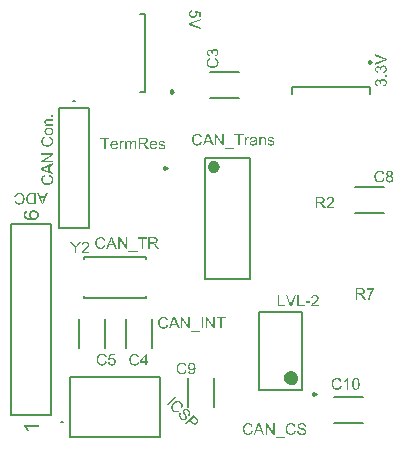
<source format=gto>
G04*
G04 #@! TF.GenerationSoftware,Altium Limited,Altium Designer,23.2.1 (34)*
G04*
G04 Layer_Color=65535*
%FSLAX25Y25*%
%MOIN*%
G70*
G04*
G04 #@! TF.SameCoordinates,E1977E32-75BF-4710-9DAA-36D8A4D6ACA6*
G04*
G04*
G04 #@! TF.FilePolarity,Positive*
G04*
G01*
G75*
%ADD10C,0.00984*%
%ADD11C,0.02362*%
%ADD12C,0.00787*%
%ADD13C,0.01968*%
%ADD14C,0.00787*%
G36*
X10899Y7952D02*
X7024D01*
X7028Y7948D01*
X7032Y7944D01*
X7045Y7931D01*
X7058Y7914D01*
X7079Y7889D01*
X7100Y7863D01*
X7126Y7834D01*
X7155Y7800D01*
X7219Y7715D01*
X7287Y7617D01*
X7363Y7503D01*
X7444Y7376D01*
X7448Y7372D01*
X7452Y7359D01*
X7465Y7342D01*
X7478Y7316D01*
X7495Y7287D01*
X7516Y7248D01*
X7537Y7206D01*
X7562Y7164D01*
X7613Y7062D01*
X7664Y6956D01*
X7715Y6846D01*
X7757Y6740D01*
X7168D01*
X7164Y6744D01*
X7155Y6761D01*
X7142Y6791D01*
X7126Y6825D01*
X7100Y6871D01*
X7075Y6922D01*
X7041Y6977D01*
X7003Y7041D01*
X6965Y7109D01*
X6918Y7181D01*
X6820Y7329D01*
X6710Y7478D01*
X6587Y7626D01*
X6583Y7630D01*
X6570Y7643D01*
X6553Y7664D01*
X6528Y7689D01*
X6498Y7719D01*
X6460Y7757D01*
X6422Y7795D01*
X6375Y7838D01*
X6273Y7927D01*
X6163Y8016D01*
X6044Y8101D01*
X5981Y8135D01*
X5921Y8169D01*
Y8563D01*
X10899D01*
Y7952D01*
D02*
G37*
G36*
X9373Y80292D02*
X9411D01*
X9462Y80288D01*
X9517Y80279D01*
X9576Y80271D01*
X9640Y80258D01*
X9708Y80245D01*
X9856Y80211D01*
X10009Y80160D01*
X10085Y80127D01*
X10161Y80093D01*
X10166Y80088D01*
X10178Y80084D01*
X10200Y80072D01*
X10225Y80054D01*
X10259Y80033D01*
X10297Y80008D01*
X10340Y79982D01*
X10386Y79949D01*
X10484Y79868D01*
X10585Y79775D01*
X10683Y79660D01*
X10730Y79601D01*
X10772Y79537D01*
X10776Y79533D01*
X10780Y79520D01*
X10793Y79503D01*
X10806Y79474D01*
X10823Y79444D01*
X10840Y79402D01*
X10857Y79355D01*
X10878Y79304D01*
X10899Y79249D01*
X10916Y79190D01*
X10933Y79122D01*
X10950Y79054D01*
X10976Y78901D01*
X10980Y78821D01*
X10984Y78740D01*
Y78706D01*
X10980Y78668D01*
X10976Y78613D01*
X10967Y78549D01*
X10954Y78473D01*
X10937Y78388D01*
X10912Y78299D01*
X10882Y78202D01*
X10848Y78100D01*
X10802Y77998D01*
X10746Y77892D01*
X10683Y77790D01*
X10611Y77689D01*
X10522Y77591D01*
X10424Y77498D01*
X10416Y77494D01*
X10399Y77477D01*
X10365Y77455D01*
X10318Y77421D01*
X10255Y77388D01*
X10178Y77345D01*
X10089Y77303D01*
X9983Y77260D01*
X9865Y77214D01*
X9729Y77171D01*
X9576Y77129D01*
X9411Y77095D01*
X9229Y77061D01*
X9029Y77040D01*
X8813Y77023D01*
X8699Y77019D01*
X8580D01*
X8576D01*
X8563D01*
X8542D01*
X8516D01*
X8482Y77023D01*
X8444D01*
X8398D01*
X8347Y77027D01*
X8287Y77031D01*
X8228Y77036D01*
X8160Y77040D01*
X8092Y77048D01*
X7940Y77061D01*
X7779Y77087D01*
X7609Y77112D01*
X7439Y77150D01*
X7265Y77192D01*
X7092Y77243D01*
X6926Y77303D01*
X6765Y77375D01*
X6621Y77455D01*
X6553Y77502D01*
X6490Y77549D01*
X6481Y77553D01*
X6464Y77570D01*
X6439Y77595D01*
X6401Y77634D01*
X6358Y77680D01*
X6312Y77735D01*
X6256Y77803D01*
X6205Y77879D01*
X6150Y77964D01*
X6100Y78057D01*
X6053Y78159D01*
X6010Y78269D01*
X5972Y78388D01*
X5947Y78515D01*
X5926Y78651D01*
X5921Y78795D01*
Y78850D01*
X5926Y78893D01*
X5930Y78944D01*
X5938Y79003D01*
X5951Y79067D01*
X5964Y79139D01*
X5981Y79211D01*
X6002Y79291D01*
X6027Y79368D01*
X6061Y79448D01*
X6100Y79529D01*
X6142Y79609D01*
X6193Y79686D01*
X6252Y79758D01*
X6256Y79762D01*
X6269Y79775D01*
X6286Y79792D01*
X6312Y79817D01*
X6345Y79847D01*
X6388Y79881D01*
X6435Y79915D01*
X6485Y79953D01*
X6549Y79991D01*
X6617Y80033D01*
X6689Y80067D01*
X6769Y80105D01*
X6859Y80139D01*
X6952Y80165D01*
X7049Y80190D01*
X7155Y80207D01*
X7202Y79601D01*
X7198D01*
X7185Y79597D01*
X7168Y79592D01*
X7142Y79584D01*
X7113Y79575D01*
X7079Y79567D01*
X7003Y79541D01*
X6918Y79508D01*
X6833Y79465D01*
X6752Y79418D01*
X6718Y79393D01*
X6685Y79368D01*
X6680Y79363D01*
X6672Y79355D01*
X6659Y79342D01*
X6642Y79325D01*
X6625Y79300D01*
X6600Y79270D01*
X6579Y79236D01*
X6553Y79198D01*
X6506Y79113D01*
X6464Y79007D01*
X6447Y78952D01*
X6435Y78893D01*
X6426Y78829D01*
X6422Y78761D01*
Y78732D01*
X6426Y78710D01*
Y78685D01*
X6430Y78655D01*
X6443Y78588D01*
X6460Y78507D01*
X6490Y78422D01*
X6532Y78333D01*
X6587Y78248D01*
X6591Y78244D01*
X6596Y78236D01*
X6608Y78219D01*
X6625Y78202D01*
X6646Y78176D01*
X6676Y78146D01*
X6706Y78117D01*
X6740Y78083D01*
X6782Y78049D01*
X6829Y78011D01*
X6880Y77973D01*
X6935Y77934D01*
X6994Y77896D01*
X7058Y77862D01*
X7130Y77829D01*
X7202Y77795D01*
X7206D01*
X7219Y77786D01*
X7244Y77778D01*
X7278Y77769D01*
X7316Y77756D01*
X7367Y77744D01*
X7427Y77727D01*
X7495Y77710D01*
X7571Y77697D01*
X7660Y77680D01*
X7753Y77667D01*
X7855Y77655D01*
X7965Y77642D01*
X8084Y77634D01*
X8211Y77629D01*
X8347Y77625D01*
X8343Y77629D01*
X8330Y77634D01*
X8313Y77646D01*
X8292Y77663D01*
X8262Y77684D01*
X8232Y77710D01*
X8160Y77773D01*
X8080Y77850D01*
X7995Y77943D01*
X7919Y78045D01*
X7851Y78159D01*
Y78163D01*
X7842Y78172D01*
X7834Y78193D01*
X7825Y78214D01*
X7812Y78244D01*
X7800Y78278D01*
X7783Y78320D01*
X7766Y78363D01*
X7736Y78465D01*
X7711Y78579D01*
X7694Y78702D01*
X7685Y78829D01*
Y78855D01*
X7689Y78888D01*
X7694Y78931D01*
X7698Y78982D01*
X7711Y79045D01*
X7723Y79113D01*
X7740Y79185D01*
X7766Y79266D01*
X7796Y79346D01*
X7829Y79435D01*
X7876Y79520D01*
X7927Y79609D01*
X7986Y79698D01*
X8054Y79783D01*
X8135Y79864D01*
X8139Y79868D01*
X8156Y79881D01*
X8181Y79902D01*
X8215Y79932D01*
X8262Y79966D01*
X8313Y79999D01*
X8376Y80042D01*
X8449Y80080D01*
X8529Y80122D01*
X8614Y80160D01*
X8711Y80194D01*
X8813Y80228D01*
X8923Y80258D01*
X9038Y80279D01*
X9161Y80292D01*
X9292Y80296D01*
X9296D01*
X9313D01*
X9339D01*
X9373Y80292D01*
D02*
G37*
G36*
X12479Y82263D02*
X11928D01*
X10361Y86097D01*
X10938D01*
X11384Y84936D01*
X12994D01*
X13411Y86097D01*
X13949D01*
X12479Y82263D01*
D02*
G37*
G36*
X4496Y86160D02*
X4539D01*
X4591Y86156D01*
X4653Y86150D01*
X4722Y86143D01*
X4794Y86130D01*
X4873Y86117D01*
X4955Y86101D01*
X5040Y86081D01*
X5126Y86058D01*
X5208Y86029D01*
X5293Y85996D01*
X5372Y85956D01*
X5447Y85914D01*
X5450Y85910D01*
X5464Y85901D01*
X5483Y85887D01*
X5509Y85868D01*
X5542Y85842D01*
X5582Y85809D01*
X5621Y85769D01*
X5667Y85727D01*
X5713Y85678D01*
X5762Y85625D01*
X5811Y85563D01*
X5860Y85497D01*
X5906Y85428D01*
X5952Y85350D01*
X5998Y85271D01*
X6038Y85182D01*
X6041Y85176D01*
X6047Y85159D01*
X6057Y85133D01*
X6067Y85100D01*
X6084Y85054D01*
X6100Y85002D01*
X6120Y84943D01*
X6136Y84874D01*
X6156Y84799D01*
X6175Y84720D01*
X6192Y84635D01*
X6205Y84546D01*
X6218Y84451D01*
X6228Y84356D01*
X6234Y84254D01*
X6238Y84152D01*
Y84149D01*
Y84146D01*
Y84126D01*
Y84093D01*
X6234Y84051D01*
X6231Y84001D01*
X6225Y83939D01*
X6218Y83874D01*
X6208Y83798D01*
X6198Y83719D01*
X6182Y83634D01*
X6165Y83549D01*
X6143Y83460D01*
X6116Y83372D01*
X6087Y83283D01*
X6051Y83195D01*
X6011Y83109D01*
X6008Y83103D01*
X6002Y83090D01*
X5988Y83067D01*
X5969Y83037D01*
X5946Y82998D01*
X5916Y82955D01*
X5883Y82909D01*
X5844Y82857D01*
X5801Y82804D01*
X5752Y82749D01*
X5700Y82689D01*
X5641Y82634D01*
X5578Y82578D01*
X5509Y82525D01*
X5437Y82476D01*
X5362Y82430D01*
X5355Y82427D01*
X5342Y82421D01*
X5319Y82407D01*
X5286Y82394D01*
X5247Y82378D01*
X5201Y82358D01*
X5149Y82335D01*
X5086Y82312D01*
X5021Y82293D01*
X4949Y82270D01*
X4873Y82250D01*
X4791Y82234D01*
X4706Y82221D01*
X4617Y82207D01*
X4526Y82201D01*
X4430Y82197D01*
X4404D01*
X4375Y82201D01*
X4335D01*
X4286Y82207D01*
X4227Y82214D01*
X4165Y82224D01*
X4096Y82234D01*
X4020Y82250D01*
X3942Y82270D01*
X3863Y82293D01*
X3781Y82322D01*
X3699Y82355D01*
X3620Y82394D01*
X3542Y82440D01*
X3466Y82493D01*
X3463Y82496D01*
X3450Y82506D01*
X3430Y82522D01*
X3400Y82545D01*
X3371Y82578D01*
X3332Y82614D01*
X3292Y82657D01*
X3250Y82706D01*
X3204Y82762D01*
X3158Y82821D01*
X3112Y82890D01*
X3066Y82962D01*
X3023Y83044D01*
X2984Y83129D01*
X2948Y83218D01*
X2915Y83316D01*
X3414Y83434D01*
Y83431D01*
X3420Y83414D01*
X3427Y83395D01*
X3440Y83365D01*
X3453Y83332D01*
X3469Y83290D01*
X3489Y83247D01*
X3512Y83201D01*
X3568Y83100D01*
X3633Y82998D01*
X3673Y82952D01*
X3712Y82906D01*
X3758Y82863D01*
X3804Y82824D01*
X3807Y82821D01*
X3817Y82814D01*
X3830Y82808D01*
X3850Y82794D01*
X3873Y82778D01*
X3906Y82762D01*
X3938Y82745D01*
X3978Y82726D01*
X4020Y82709D01*
X4070Y82693D01*
X4122Y82676D01*
X4178Y82660D01*
X4240Y82647D01*
X4302Y82640D01*
X4371Y82634D01*
X4440Y82630D01*
X4483D01*
X4512Y82634D01*
X4552Y82637D01*
X4594Y82640D01*
X4644Y82647D01*
X4699Y82657D01*
X4755Y82670D01*
X4814Y82683D01*
X4876Y82699D01*
X4939Y82719D01*
X5001Y82745D01*
X5063Y82775D01*
X5122Y82808D01*
X5181Y82844D01*
X5185Y82847D01*
X5195Y82854D01*
X5211Y82867D01*
X5231Y82883D01*
X5254Y82903D01*
X5280Y82929D01*
X5313Y82962D01*
X5345Y82995D01*
X5378Y83034D01*
X5414Y83077D01*
X5447Y83122D01*
X5483Y83175D01*
X5516Y83227D01*
X5546Y83286D01*
X5572Y83349D01*
X5598Y83414D01*
Y83418D01*
X5605Y83431D01*
X5608Y83451D01*
X5618Y83477D01*
X5624Y83509D01*
X5634Y83549D01*
X5647Y83592D01*
X5657Y83641D01*
X5667Y83693D01*
X5680Y83752D01*
X5690Y83811D01*
X5696Y83874D01*
X5710Y84008D01*
X5716Y84149D01*
Y84156D01*
Y84172D01*
Y84198D01*
X5713Y84231D01*
Y84274D01*
X5710Y84323D01*
X5703Y84379D01*
X5700Y84441D01*
X5690Y84507D01*
X5680Y84575D01*
X5657Y84717D01*
X5621Y84864D01*
X5601Y84936D01*
X5575Y85005D01*
X5572Y85009D01*
X5568Y85022D01*
X5559Y85041D01*
X5549Y85064D01*
X5532Y85094D01*
X5516Y85130D01*
X5493Y85169D01*
X5467Y85209D01*
X5437Y85255D01*
X5404Y85297D01*
X5368Y85343D01*
X5329Y85389D01*
X5286Y85432D01*
X5237Y85474D01*
X5188Y85514D01*
X5132Y85550D01*
X5129Y85553D01*
X5119Y85556D01*
X5103Y85566D01*
X5080Y85579D01*
X5050Y85592D01*
X5017Y85605D01*
X4981Y85622D01*
X4939Y85638D01*
X4890Y85658D01*
X4840Y85674D01*
X4788Y85687D01*
X4729Y85701D01*
X4608Y85724D01*
X4545Y85727D01*
X4480Y85730D01*
X4460D01*
X4437Y85727D01*
X4407D01*
X4371Y85724D01*
X4329Y85717D01*
X4283Y85710D01*
X4230Y85701D01*
X4174Y85687D01*
X4119Y85671D01*
X4060Y85651D01*
X3997Y85625D01*
X3938Y85599D01*
X3876Y85566D01*
X3817Y85527D01*
X3761Y85484D01*
X3758Y85481D01*
X3748Y85471D01*
X3732Y85458D01*
X3712Y85438D01*
X3689Y85412D01*
X3660Y85379D01*
X3630Y85343D01*
X3597Y85300D01*
X3564Y85251D01*
X3532Y85199D01*
X3499Y85140D01*
X3466Y85074D01*
X3433Y85002D01*
X3404Y84926D01*
X3381Y84844D01*
X3358Y84756D01*
X2849Y84884D01*
Y84887D01*
X2853Y84890D01*
Y84900D01*
X2856Y84910D01*
X2866Y84943D01*
X2882Y84986D01*
X2899Y85038D01*
X2922Y85097D01*
X2951Y85166D01*
X2981Y85235D01*
X3020Y85310D01*
X3059Y85389D01*
X3108Y85468D01*
X3161Y85546D01*
X3220Y85625D01*
X3282Y85701D01*
X3351Y85769D01*
X3427Y85835D01*
X3430Y85838D01*
X3446Y85848D01*
X3469Y85865D01*
X3499Y85887D01*
X3542Y85910D01*
X3587Y85940D01*
X3643Y85970D01*
X3709Y85999D01*
X3778Y86029D01*
X3856Y86058D01*
X3938Y86088D01*
X4027Y86111D01*
X4122Y86133D01*
X4220Y86150D01*
X4329Y86160D01*
X4437Y86163D01*
X4463D01*
X4496Y86160D01*
D02*
G37*
G36*
X9957Y82263D02*
X8527D01*
X8484Y82266D01*
X8439D01*
X8386Y82270D01*
X8275Y82276D01*
X8163Y82286D01*
X8055Y82299D01*
X8002Y82309D01*
X7956Y82319D01*
X7953D01*
X7943Y82322D01*
X7924Y82325D01*
X7901Y82335D01*
X7874Y82342D01*
X7842Y82352D01*
X7802Y82365D01*
X7763Y82381D01*
X7674Y82421D01*
X7582Y82467D01*
X7487Y82525D01*
X7395Y82594D01*
X7392Y82598D01*
X7382Y82608D01*
X7366Y82621D01*
X7346Y82640D01*
X7320Y82667D01*
X7290Y82696D01*
X7258Y82732D01*
X7225Y82771D01*
X7189Y82817D01*
X7149Y82867D01*
X7113Y82922D01*
X7074Y82978D01*
X7038Y83040D01*
X7002Y83106D01*
X6969Y83178D01*
X6940Y83250D01*
X6936Y83254D01*
X6933Y83267D01*
X6926Y83290D01*
X6917Y83319D01*
X6904Y83359D01*
X6890Y83405D01*
X6877Y83454D01*
X6864Y83513D01*
X6851Y83578D01*
X6838Y83647D01*
X6825Y83723D01*
X6812Y83801D01*
X6802Y83887D01*
X6795Y83975D01*
X6789Y84067D01*
Y84162D01*
Y84166D01*
Y84182D01*
Y84205D01*
Y84234D01*
X6792Y84274D01*
X6795Y84316D01*
X6798Y84369D01*
X6802Y84421D01*
X6808Y84480D01*
X6815Y84543D01*
X6831Y84674D01*
X6858Y84805D01*
X6894Y84936D01*
Y84940D01*
X6897Y84953D01*
X6904Y84969D01*
X6913Y84992D01*
X6923Y85022D01*
X6933Y85054D01*
X6949Y85091D01*
X6966Y85133D01*
X7002Y85222D01*
X7048Y85313D01*
X7097Y85405D01*
X7156Y85494D01*
X7159Y85497D01*
X7163Y85504D01*
X7172Y85514D01*
X7182Y85530D01*
X7199Y85550D01*
X7215Y85569D01*
X7258Y85619D01*
X7310Y85674D01*
X7369Y85733D01*
X7435Y85789D01*
X7504Y85842D01*
X7507D01*
X7514Y85848D01*
X7523Y85855D01*
X7536Y85861D01*
X7556Y85874D01*
X7576Y85884D01*
X7602Y85901D01*
X7632Y85914D01*
X7697Y85947D01*
X7776Y85976D01*
X7861Y86009D01*
X7960Y86035D01*
X7963D01*
X7973Y86038D01*
X7986Y86042D01*
X8006Y86045D01*
X8032Y86048D01*
X8065Y86055D01*
X8097Y86061D01*
X8137Y86065D01*
X8179Y86071D01*
X8229Y86078D01*
X8278Y86084D01*
X8334Y86088D01*
X8448Y86094D01*
X8576Y86097D01*
X9957D01*
Y82263D01*
D02*
G37*
G36*
X122772Y53943D02*
X122769Y53940D01*
X122756Y53927D01*
X122736Y53904D01*
X122710Y53871D01*
X122677Y53831D01*
X122638Y53786D01*
X122592Y53730D01*
X122543Y53667D01*
X122490Y53595D01*
X122435Y53520D01*
X122372Y53435D01*
X122310Y53343D01*
X122244Y53241D01*
X122179Y53136D01*
X122113Y53025D01*
X122044Y52907D01*
Y52903D01*
X122041Y52900D01*
X122034Y52890D01*
X122028Y52877D01*
X122021Y52861D01*
X122011Y52841D01*
X121985Y52795D01*
X121956Y52736D01*
X121920Y52667D01*
X121883Y52585D01*
X121841Y52500D01*
X121798Y52401D01*
X121752Y52300D01*
X121706Y52188D01*
X121660Y52073D01*
X121615Y51955D01*
X121572Y51831D01*
X121529Y51706D01*
X121490Y51578D01*
Y51572D01*
X121483Y51555D01*
X121477Y51529D01*
X121467Y51493D01*
X121457Y51450D01*
X121444Y51394D01*
X121431Y51335D01*
X121414Y51266D01*
X121401Y51191D01*
X121385Y51109D01*
X121369Y51024D01*
X121355Y50932D01*
X121342Y50833D01*
X121333Y50735D01*
X121313Y50525D01*
X120827D01*
Y50532D01*
Y50545D01*
X120831Y50571D01*
Y50604D01*
X120834Y50650D01*
X120837Y50702D01*
X120844Y50761D01*
X120854Y50830D01*
X120860Y50906D01*
X120873Y50988D01*
X120886Y51079D01*
X120906Y51175D01*
X120926Y51276D01*
X120949Y51385D01*
X120975Y51496D01*
X121004Y51614D01*
Y51617D01*
X121008Y51621D01*
Y51631D01*
X121011Y51644D01*
X121021Y51676D01*
X121037Y51722D01*
X121054Y51781D01*
X121077Y51850D01*
X121100Y51926D01*
X121129Y52011D01*
X121162Y52103D01*
X121198Y52198D01*
X121237Y52300D01*
X121280Y52408D01*
X121329Y52516D01*
X121378Y52628D01*
X121434Y52739D01*
X121490Y52851D01*
Y52854D01*
X121493Y52857D01*
X121503Y52877D01*
X121523Y52910D01*
X121546Y52949D01*
X121575Y53002D01*
X121611Y53061D01*
X121651Y53130D01*
X121693Y53202D01*
X121742Y53277D01*
X121795Y53359D01*
X121851Y53441D01*
X121910Y53526D01*
X122038Y53697D01*
X122103Y53779D01*
X122169Y53858D01*
X120293D01*
Y54310D01*
X122772D01*
Y53943D01*
D02*
G37*
G36*
X118420Y54356D02*
X118469Y54353D01*
X118525Y54350D01*
X118584Y54346D01*
X118709Y54333D01*
X118840Y54317D01*
X118902Y54304D01*
X118964Y54291D01*
X119020Y54274D01*
X119073Y54255D01*
X119076D01*
X119086Y54251D01*
X119099Y54245D01*
X119115Y54235D01*
X119138Y54222D01*
X119164Y54209D01*
X119227Y54173D01*
X119292Y54120D01*
X119328Y54091D01*
X119365Y54058D01*
X119401Y54022D01*
X119433Y53982D01*
X119466Y53936D01*
X119499Y53891D01*
X119502Y53887D01*
X119506Y53877D01*
X119515Y53864D01*
X119525Y53845D01*
X119535Y53822D01*
X119552Y53792D01*
X119565Y53756D01*
X119581Y53720D01*
X119594Y53677D01*
X119611Y53635D01*
X119633Y53536D01*
X119653Y53428D01*
X119656Y53372D01*
X119660Y53313D01*
Y53310D01*
Y53294D01*
X119656Y53274D01*
Y53244D01*
X119653Y53208D01*
X119647Y53169D01*
X119637Y53123D01*
X119627Y53074D01*
X119614Y53021D01*
X119594Y52965D01*
X119574Y52907D01*
X119548Y52851D01*
X119519Y52792D01*
X119483Y52733D01*
X119440Y52677D01*
X119394Y52624D01*
X119391Y52621D01*
X119381Y52611D01*
X119365Y52598D01*
X119345Y52579D01*
X119315Y52559D01*
X119282Y52533D01*
X119240Y52506D01*
X119194Y52477D01*
X119138Y52447D01*
X119079Y52415D01*
X119010Y52385D01*
X118938Y52359D01*
X118856Y52333D01*
X118771Y52306D01*
X118679Y52287D01*
X118577Y52270D01*
X118581D01*
X118587Y52267D01*
X118597Y52260D01*
X118610Y52254D01*
X118646Y52234D01*
X118692Y52208D01*
X118741Y52178D01*
X118790Y52145D01*
X118840Y52113D01*
X118882Y52077D01*
X118886Y52073D01*
X118892Y52067D01*
X118905Y52057D01*
X118922Y52041D01*
X118941Y52021D01*
X118964Y51998D01*
X118991Y51968D01*
X119020Y51936D01*
X119050Y51903D01*
X119082Y51863D01*
X119155Y51775D01*
X119230Y51676D01*
X119306Y51568D01*
X119968Y50525D01*
X119335D01*
X118827Y51322D01*
X118823Y51326D01*
X118817Y51339D01*
X118804Y51355D01*
X118790Y51378D01*
X118771Y51407D01*
X118748Y51440D01*
X118725Y51476D01*
X118699Y51519D01*
X118640Y51601D01*
X118577Y51690D01*
X118515Y51775D01*
X118489Y51814D01*
X118459Y51850D01*
Y51854D01*
X118453Y51857D01*
X118446Y51867D01*
X118436Y51880D01*
X118407Y51913D01*
X118374Y51952D01*
X118331Y51995D01*
X118289Y52037D01*
X118243Y52073D01*
X118200Y52106D01*
X118197Y52109D01*
X118180Y52119D01*
X118157Y52129D01*
X118131Y52145D01*
X118095Y52162D01*
X118056Y52178D01*
X118013Y52195D01*
X117971Y52208D01*
X117967D01*
X117954Y52211D01*
X117934Y52214D01*
X117905Y52218D01*
X117866Y52221D01*
X117816Y52224D01*
X117757Y52227D01*
X117101D01*
Y50525D01*
X116593D01*
Y54360D01*
X118377D01*
X118420Y54356D01*
D02*
G37*
G36*
X101385Y49423D02*
X99935D01*
Y49895D01*
X101385D01*
Y49423D01*
D02*
G37*
G36*
X95245Y48272D02*
X94720D01*
X93238Y52106D01*
X93789D01*
X94786Y49318D01*
Y49314D01*
X94792Y49301D01*
X94799Y49285D01*
X94806Y49262D01*
X94815Y49233D01*
X94828Y49196D01*
X94841Y49157D01*
X94855Y49114D01*
X94871Y49068D01*
X94888Y49019D01*
X94920Y48911D01*
X94953Y48803D01*
X94986Y48691D01*
Y48695D01*
X94989Y48704D01*
X94996Y48724D01*
X95002Y48747D01*
X95009Y48773D01*
X95019Y48806D01*
X95032Y48845D01*
X95045Y48888D01*
X95058Y48934D01*
X95074Y48983D01*
X95110Y49088D01*
X95150Y49203D01*
X95192Y49318D01*
X96229Y52106D01*
X96744D01*
X95245Y48272D01*
D02*
G37*
G36*
X103097Y52119D02*
X103137D01*
X103183Y52112D01*
X103235Y52106D01*
X103297Y52096D01*
X103360Y52083D01*
X103429Y52066D01*
X103501Y52047D01*
X103573Y52021D01*
X103645Y51991D01*
X103717Y51958D01*
X103786Y51916D01*
X103855Y51870D01*
X103917Y51814D01*
X103921Y51811D01*
X103930Y51801D01*
X103947Y51784D01*
X103970Y51758D01*
X103993Y51729D01*
X104019Y51692D01*
X104049Y51653D01*
X104081Y51604D01*
X104111Y51552D01*
X104140Y51496D01*
X104167Y51433D01*
X104193Y51364D01*
X104212Y51296D01*
X104229Y51220D01*
X104239Y51138D01*
X104242Y51056D01*
Y51053D01*
Y51046D01*
Y51033D01*
Y51017D01*
X104239Y50997D01*
Y50971D01*
X104235Y50945D01*
X104229Y50915D01*
X104219Y50846D01*
X104203Y50768D01*
X104180Y50686D01*
X104147Y50604D01*
Y50600D01*
X104144Y50594D01*
X104137Y50581D01*
X104127Y50564D01*
X104117Y50545D01*
X104104Y50522D01*
X104091Y50492D01*
X104071Y50463D01*
X104029Y50390D01*
X103973Y50312D01*
X103908Y50226D01*
X103832Y50134D01*
X103829Y50131D01*
X103822Y50125D01*
X103809Y50108D01*
X103789Y50089D01*
X103766Y50066D01*
X103737Y50033D01*
X103701Y50000D01*
X103662Y49957D01*
X103612Y49911D01*
X103560Y49862D01*
X103501Y49806D01*
X103435Y49744D01*
X103366Y49682D01*
X103287Y49610D01*
X103202Y49538D01*
X103110Y49459D01*
X103107Y49456D01*
X103091Y49442D01*
X103071Y49426D01*
X103042Y49403D01*
X103009Y49374D01*
X102969Y49341D01*
X102927Y49305D01*
X102884Y49265D01*
X102792Y49187D01*
X102704Y49105D01*
X102661Y49068D01*
X102625Y49036D01*
X102592Y49003D01*
X102566Y48977D01*
X102559Y48970D01*
X102546Y48954D01*
X102523Y48931D01*
X102497Y48898D01*
X102464Y48862D01*
X102431Y48819D01*
X102399Y48773D01*
X102366Y48724D01*
X104249D01*
Y48272D01*
X101713D01*
Y48275D01*
Y48278D01*
Y48288D01*
Y48301D01*
Y48334D01*
X101716Y48376D01*
X101723Y48426D01*
X101733Y48478D01*
X101746Y48537D01*
X101766Y48596D01*
Y48599D01*
X101769Y48609D01*
X101776Y48622D01*
X101785Y48642D01*
X101795Y48665D01*
X101808Y48691D01*
X101825Y48724D01*
X101841Y48757D01*
X101884Y48836D01*
X101939Y48921D01*
X102002Y49013D01*
X102077Y49105D01*
X102081Y49108D01*
X102087Y49118D01*
X102100Y49131D01*
X102117Y49150D01*
X102139Y49174D01*
X102166Y49203D01*
X102199Y49236D01*
X102235Y49272D01*
X102274Y49314D01*
X102320Y49357D01*
X102372Y49406D01*
X102428Y49456D01*
X102487Y49511D01*
X102553Y49567D01*
X102622Y49626D01*
X102694Y49685D01*
X102697D01*
X102700Y49692D01*
X102720Y49708D01*
X102753Y49734D01*
X102796Y49770D01*
X102845Y49813D01*
X102904Y49866D01*
X102966Y49921D01*
X103032Y49980D01*
X103104Y50043D01*
X103173Y50112D01*
X103245Y50177D01*
X103314Y50246D01*
X103376Y50312D01*
X103438Y50377D01*
X103491Y50440D01*
X103537Y50499D01*
X103540Y50502D01*
X103547Y50512D01*
X103557Y50528D01*
X103573Y50551D01*
X103589Y50577D01*
X103606Y50607D01*
X103625Y50643D01*
X103648Y50682D01*
X103688Y50771D01*
X103724Y50866D01*
X103737Y50915D01*
X103747Y50964D01*
X103753Y51017D01*
X103757Y51066D01*
Y51069D01*
Y51079D01*
Y51092D01*
X103753Y51112D01*
X103750Y51138D01*
X103747Y51164D01*
X103740Y51197D01*
X103730Y51230D01*
X103707Y51306D01*
X103691Y51342D01*
X103671Y51384D01*
X103648Y51424D01*
X103622Y51463D01*
X103593Y51502D01*
X103557Y51538D01*
X103553Y51542D01*
X103547Y51548D01*
X103537Y51555D01*
X103520Y51568D01*
X103501Y51584D01*
X103478Y51601D01*
X103448Y51617D01*
X103416Y51637D01*
X103379Y51653D01*
X103340Y51670D01*
X103297Y51686D01*
X103252Y51702D01*
X103202Y51715D01*
X103150Y51722D01*
X103094Y51729D01*
X103035Y51732D01*
X103002D01*
X102979Y51729D01*
X102950Y51725D01*
X102917Y51722D01*
X102881Y51715D01*
X102838Y51706D01*
X102753Y51683D01*
X102707Y51666D01*
X102661Y51643D01*
X102615Y51620D01*
X102573Y51594D01*
X102530Y51561D01*
X102490Y51525D01*
X102487Y51522D01*
X102481Y51515D01*
X102471Y51506D01*
X102458Y51489D01*
X102445Y51466D01*
X102425Y51443D01*
X102409Y51414D01*
X102389Y51378D01*
X102369Y51342D01*
X102353Y51299D01*
X102333Y51253D01*
X102320Y51204D01*
X102307Y51148D01*
X102297Y51092D01*
X102290Y51030D01*
X102287Y50964D01*
X101802Y51014D01*
Y51020D01*
X101805Y51037D01*
X101808Y51066D01*
X101815Y51102D01*
X101825Y51148D01*
X101834Y51200D01*
X101848Y51256D01*
X101867Y51319D01*
X101887Y51384D01*
X101913Y51453D01*
X101943Y51522D01*
X101979Y51591D01*
X102018Y51656D01*
X102064Y51722D01*
X102117Y51781D01*
X102172Y51837D01*
X102176Y51840D01*
X102189Y51850D01*
X102205Y51863D01*
X102231Y51883D01*
X102264Y51902D01*
X102304Y51929D01*
X102349Y51952D01*
X102402Y51981D01*
X102461Y52007D01*
X102527Y52034D01*
X102599Y52057D01*
X102678Y52076D01*
X102760Y52096D01*
X102851Y52109D01*
X102946Y52119D01*
X103045Y52122D01*
X103068D01*
X103097Y52119D01*
D02*
G37*
G36*
X97692Y48724D02*
X99578D01*
Y48272D01*
X97184D01*
Y52106D01*
X97692D01*
Y48724D01*
D02*
G37*
G36*
X91142D02*
X93028D01*
Y48272D01*
X90633D01*
Y52106D01*
X91142D01*
Y48724D01*
D02*
G37*
G36*
X110456Y24422D02*
X110495D01*
X110545Y24415D01*
X110603Y24409D01*
X110666Y24399D01*
X110735Y24389D01*
X110810Y24373D01*
X110889Y24353D01*
X110968Y24330D01*
X111050Y24300D01*
X111132Y24268D01*
X111210Y24228D01*
X111289Y24182D01*
X111364Y24130D01*
X111368Y24127D01*
X111381Y24117D01*
X111401Y24100D01*
X111430Y24077D01*
X111460Y24045D01*
X111499Y24009D01*
X111538Y23966D01*
X111581Y23917D01*
X111627Y23861D01*
X111673Y23802D01*
X111719Y23733D01*
X111765Y23661D01*
X111807Y23579D01*
X111847Y23494D01*
X111883Y23405D01*
X111916Y23307D01*
X111417Y23189D01*
Y23192D01*
X111410Y23208D01*
X111404Y23228D01*
X111391Y23257D01*
X111378Y23290D01*
X111361Y23333D01*
X111342Y23376D01*
X111319Y23421D01*
X111263Y23523D01*
X111197Y23625D01*
X111158Y23671D01*
X111118Y23717D01*
X111073Y23759D01*
X111027Y23799D01*
X111023Y23802D01*
X111014Y23809D01*
X111000Y23815D01*
X110981Y23828D01*
X110958Y23845D01*
X110925Y23861D01*
X110892Y23877D01*
X110853Y23897D01*
X110810Y23913D01*
X110761Y23930D01*
X110708Y23946D01*
X110653Y23963D01*
X110590Y23976D01*
X110528Y23982D01*
X110459Y23989D01*
X110390Y23992D01*
X110348D01*
X110318Y23989D01*
X110279Y23986D01*
X110236Y23982D01*
X110187Y23976D01*
X110131Y23966D01*
X110075Y23953D01*
X110016Y23940D01*
X109954Y23923D01*
X109892Y23904D01*
X109829Y23877D01*
X109767Y23848D01*
X109708Y23815D01*
X109649Y23779D01*
X109646Y23776D01*
X109636Y23769D01*
X109620Y23756D01*
X109600Y23740D01*
X109577Y23720D01*
X109551Y23694D01*
X109518Y23661D01*
X109485Y23628D01*
X109452Y23589D01*
X109416Y23546D01*
X109383Y23500D01*
X109347Y23448D01*
X109315Y23395D01*
X109285Y23336D01*
X109259Y23274D01*
X109232Y23208D01*
Y23205D01*
X109226Y23192D01*
X109223Y23172D01*
X109213Y23146D01*
X109206Y23113D01*
X109196Y23074D01*
X109183Y23031D01*
X109174Y22982D01*
X109164Y22929D01*
X109151Y22870D01*
X109141Y22811D01*
X109134Y22749D01*
X109121Y22615D01*
X109114Y22474D01*
Y22467D01*
Y22451D01*
Y22424D01*
X109118Y22391D01*
Y22349D01*
X109121Y22300D01*
X109127Y22244D01*
X109131Y22182D01*
X109141Y22116D01*
X109151Y22047D01*
X109174Y21906D01*
X109210Y21758D01*
X109229Y21686D01*
X109256Y21617D01*
X109259Y21614D01*
X109262Y21601D01*
X109272Y21581D01*
X109282Y21558D01*
X109298Y21529D01*
X109315Y21493D01*
X109337Y21453D01*
X109364Y21414D01*
X109393Y21368D01*
X109426Y21326D01*
X109462Y21280D01*
X109502Y21234D01*
X109544Y21191D01*
X109593Y21148D01*
X109643Y21109D01*
X109698Y21073D01*
X109702Y21070D01*
X109711Y21066D01*
X109728Y21057D01*
X109751Y21043D01*
X109780Y21030D01*
X109813Y21017D01*
X109849Y21001D01*
X109892Y20984D01*
X109941Y20965D01*
X109990Y20948D01*
X110043Y20935D01*
X110102Y20922D01*
X110223Y20899D01*
X110285Y20896D01*
X110351Y20893D01*
X110371D01*
X110394Y20896D01*
X110423D01*
X110459Y20899D01*
X110502Y20906D01*
X110548Y20912D01*
X110600Y20922D01*
X110656Y20935D01*
X110712Y20952D01*
X110771Y20971D01*
X110833Y20998D01*
X110892Y21024D01*
X110954Y21057D01*
X111014Y21096D01*
X111069Y21139D01*
X111073Y21142D01*
X111082Y21152D01*
X111099Y21165D01*
X111118Y21184D01*
X111142Y21211D01*
X111171Y21244D01*
X111200Y21280D01*
X111233Y21322D01*
X111266Y21371D01*
X111299Y21424D01*
X111332Y21483D01*
X111364Y21549D01*
X111397Y21621D01*
X111427Y21696D01*
X111450Y21778D01*
X111473Y21867D01*
X111981Y21739D01*
Y21735D01*
X111978Y21732D01*
Y21722D01*
X111975Y21713D01*
X111965Y21680D01*
X111948Y21637D01*
X111932Y21585D01*
X111909Y21526D01*
X111880Y21457D01*
X111850Y21388D01*
X111811Y21312D01*
X111771Y21234D01*
X111722Y21155D01*
X111670Y21076D01*
X111610Y20998D01*
X111548Y20922D01*
X111479Y20853D01*
X111404Y20788D01*
X111401Y20784D01*
X111384Y20775D01*
X111361Y20758D01*
X111332Y20735D01*
X111289Y20712D01*
X111243Y20683D01*
X111187Y20653D01*
X111122Y20624D01*
X111053Y20594D01*
X110974Y20565D01*
X110892Y20535D01*
X110804Y20512D01*
X110708Y20489D01*
X110610Y20473D01*
X110502Y20463D01*
X110394Y20460D01*
X110367D01*
X110335Y20463D01*
X110292D01*
X110240Y20466D01*
X110177Y20473D01*
X110108Y20479D01*
X110036Y20492D01*
X109957Y20505D01*
X109875Y20522D01*
X109790Y20542D01*
X109705Y20565D01*
X109623Y20594D01*
X109538Y20627D01*
X109459Y20666D01*
X109383Y20709D01*
X109380Y20712D01*
X109367Y20722D01*
X109347Y20735D01*
X109321Y20755D01*
X109288Y20781D01*
X109249Y20814D01*
X109210Y20853D01*
X109164Y20896D01*
X109118Y20945D01*
X109069Y20998D01*
X109019Y21060D01*
X108970Y21125D01*
X108924Y21194D01*
X108878Y21273D01*
X108832Y21352D01*
X108793Y21440D01*
X108790Y21447D01*
X108783Y21463D01*
X108773Y21489D01*
X108764Y21522D01*
X108747Y21568D01*
X108731Y21621D01*
X108711Y21680D01*
X108695Y21749D01*
X108675Y21824D01*
X108655Y21903D01*
X108639Y21988D01*
X108626Y22077D01*
X108613Y22172D01*
X108603Y22267D01*
X108596Y22369D01*
X108593Y22470D01*
Y22474D01*
Y22477D01*
Y22497D01*
Y22529D01*
X108596Y22572D01*
X108599Y22621D01*
X108606Y22683D01*
X108613Y22749D01*
X108622Y22825D01*
X108632Y22903D01*
X108649Y22988D01*
X108665Y23074D01*
X108688Y23162D01*
X108714Y23251D01*
X108744Y23339D01*
X108780Y23428D01*
X108819Y23513D01*
X108823Y23520D01*
X108829Y23533D01*
X108842Y23556D01*
X108862Y23585D01*
X108885Y23625D01*
X108914Y23667D01*
X108947Y23713D01*
X108986Y23766D01*
X109029Y23818D01*
X109078Y23874D01*
X109131Y23933D01*
X109190Y23989D01*
X109252Y24045D01*
X109321Y24097D01*
X109393Y24146D01*
X109469Y24192D01*
X109475Y24195D01*
X109488Y24202D01*
X109511Y24215D01*
X109544Y24228D01*
X109583Y24245D01*
X109629Y24264D01*
X109682Y24287D01*
X109744Y24310D01*
X109810Y24330D01*
X109882Y24353D01*
X109957Y24373D01*
X110039Y24389D01*
X110125Y24402D01*
X110213Y24415D01*
X110305Y24422D01*
X110400Y24425D01*
X110426D01*
X110456Y24422D01*
D02*
G37*
G36*
X114189Y20525D02*
X113716D01*
Y23523D01*
X113713Y23520D01*
X113710Y23517D01*
X113700Y23507D01*
X113687Y23497D01*
X113667Y23481D01*
X113647Y23464D01*
X113624Y23444D01*
X113598Y23421D01*
X113533Y23372D01*
X113457Y23320D01*
X113369Y23261D01*
X113270Y23198D01*
X113267Y23195D01*
X113257Y23192D01*
X113244Y23182D01*
X113224Y23172D01*
X113201Y23159D01*
X113172Y23143D01*
X113139Y23126D01*
X113106Y23107D01*
X113028Y23067D01*
X112945Y23028D01*
X112860Y22988D01*
X112778Y22956D01*
Y23412D01*
X112782Y23415D01*
X112795Y23421D01*
X112818Y23431D01*
X112844Y23444D01*
X112880Y23464D01*
X112919Y23484D01*
X112962Y23510D01*
X113011Y23539D01*
X113064Y23569D01*
X113119Y23605D01*
X113234Y23681D01*
X113349Y23766D01*
X113464Y23861D01*
X113467Y23864D01*
X113477Y23874D01*
X113493Y23887D01*
X113513Y23907D01*
X113536Y23930D01*
X113565Y23959D01*
X113595Y23989D01*
X113628Y24025D01*
X113697Y24104D01*
X113766Y24189D01*
X113831Y24281D01*
X113857Y24330D01*
X113883Y24376D01*
X114189D01*
Y20525D01*
D02*
G37*
G36*
X116698Y24373D02*
X116724D01*
X116757Y24369D01*
X116790Y24366D01*
X116829Y24360D01*
X116914Y24346D01*
X117003Y24323D01*
X117098Y24294D01*
X117186Y24251D01*
X117190D01*
X117196Y24245D01*
X117209Y24238D01*
X117226Y24228D01*
X117246Y24215D01*
X117269Y24199D01*
X117321Y24159D01*
X117383Y24107D01*
X117446Y24048D01*
X117511Y23972D01*
X117570Y23890D01*
X117574Y23887D01*
X117577Y23881D01*
X117583Y23867D01*
X117596Y23848D01*
X117606Y23825D01*
X117623Y23799D01*
X117639Y23769D01*
X117656Y23733D01*
X117675Y23694D01*
X117695Y23648D01*
X117715Y23602D01*
X117734Y23553D01*
X117770Y23441D01*
X117806Y23320D01*
Y23316D01*
X117810Y23303D01*
X117816Y23284D01*
X117820Y23257D01*
X117826Y23225D01*
X117836Y23185D01*
X117842Y23136D01*
X117852Y23080D01*
X117859Y23021D01*
X117866Y22952D01*
X117875Y22877D01*
X117882Y22798D01*
X117888Y22710D01*
X117892Y22618D01*
X117895Y22519D01*
Y22414D01*
Y22411D01*
Y22408D01*
Y22398D01*
Y22385D01*
Y22349D01*
X117892Y22303D01*
Y22244D01*
X117888Y22178D01*
X117882Y22106D01*
X117879Y22024D01*
X117869Y21939D01*
X117862Y21850D01*
X117836Y21670D01*
X117820Y21578D01*
X117800Y21489D01*
X117780Y21404D01*
X117754Y21322D01*
Y21319D01*
X117747Y21303D01*
X117741Y21283D01*
X117728Y21253D01*
X117715Y21221D01*
X117695Y21181D01*
X117675Y21135D01*
X117652Y21086D01*
X117593Y20984D01*
X117521Y20879D01*
X117439Y20775D01*
X117390Y20729D01*
X117341Y20683D01*
X117337Y20679D01*
X117327Y20673D01*
X117311Y20663D01*
X117291Y20647D01*
X117265Y20630D01*
X117232Y20614D01*
X117193Y20591D01*
X117150Y20571D01*
X117101Y20551D01*
X117049Y20532D01*
X116993Y20512D01*
X116931Y20496D01*
X116865Y20479D01*
X116796Y20469D01*
X116724Y20463D01*
X116645Y20460D01*
X116622D01*
X116593Y20463D01*
X116553Y20466D01*
X116507Y20473D01*
X116452Y20479D01*
X116393Y20492D01*
X116327Y20509D01*
X116262Y20528D01*
X116189Y20555D01*
X116117Y20587D01*
X116045Y20627D01*
X115973Y20670D01*
X115901Y20722D01*
X115835Y20784D01*
X115773Y20853D01*
X115770Y20860D01*
X115756Y20876D01*
X115737Y20906D01*
X115714Y20945D01*
X115684Y20998D01*
X115655Y21063D01*
X115619Y21139D01*
X115586Y21230D01*
X115550Y21332D01*
X115514Y21447D01*
X115497Y21509D01*
X115484Y21575D01*
X115468Y21644D01*
X115455Y21716D01*
X115442Y21791D01*
X115432Y21870D01*
X115422Y21952D01*
X115412Y22037D01*
X115405Y22126D01*
X115399Y22218D01*
X115396Y22316D01*
Y22414D01*
Y22418D01*
Y22421D01*
Y22431D01*
Y22444D01*
Y22460D01*
Y22480D01*
X115399Y22526D01*
Y22585D01*
X115402Y22651D01*
X115409Y22726D01*
X115412Y22805D01*
X115422Y22890D01*
X115428Y22982D01*
X115455Y23162D01*
X115471Y23254D01*
X115488Y23343D01*
X115510Y23428D01*
X115533Y23510D01*
X115537Y23513D01*
X115540Y23530D01*
X115550Y23549D01*
X115560Y23579D01*
X115576Y23615D01*
X115592Y23654D01*
X115615Y23697D01*
X115638Y23746D01*
X115697Y23848D01*
X115770Y23956D01*
X115851Y24058D01*
X115901Y24107D01*
X115950Y24150D01*
X115953Y24153D01*
X115963Y24159D01*
X115980Y24169D01*
X115999Y24186D01*
X116025Y24202D01*
X116058Y24222D01*
X116098Y24241D01*
X116140Y24264D01*
X116189Y24284D01*
X116242Y24304D01*
X116298Y24323D01*
X116360Y24340D01*
X116426Y24356D01*
X116494Y24366D01*
X116570Y24373D01*
X116645Y24376D01*
X116675D01*
X116698Y24373D01*
D02*
G37*
G36*
X58731Y29539D02*
X58770D01*
X58819Y29532D01*
X58878Y29525D01*
X58941Y29516D01*
X59009Y29506D01*
X59085Y29489D01*
X59164Y29470D01*
X59242Y29447D01*
X59324Y29417D01*
X59406Y29384D01*
X59485Y29345D01*
X59564Y29299D01*
X59639Y29247D01*
X59642Y29243D01*
X59656Y29234D01*
X59675Y29217D01*
X59705Y29194D01*
X59734Y29161D01*
X59774Y29125D01*
X59813Y29083D01*
X59856Y29033D01*
X59902Y28978D01*
X59948Y28919D01*
X59993Y28850D01*
X60039Y28778D01*
X60082Y28696D01*
X60121Y28610D01*
X60157Y28522D01*
X60190Y28423D01*
X59692Y28305D01*
Y28308D01*
X59685Y28325D01*
X59679Y28345D01*
X59665Y28374D01*
X59652Y28407D01*
X59636Y28450D01*
X59616Y28492D01*
X59593Y28538D01*
X59538Y28640D01*
X59472Y28741D01*
X59433Y28787D01*
X59393Y28833D01*
X59347Y28876D01*
X59301Y28915D01*
X59298Y28919D01*
X59288Y28925D01*
X59275Y28932D01*
X59255Y28945D01*
X59232Y28961D01*
X59200Y28978D01*
X59167Y28994D01*
X59127Y29014D01*
X59085Y29030D01*
X59036Y29046D01*
X58983Y29063D01*
X58927Y29079D01*
X58865Y29092D01*
X58803Y29099D01*
X58734Y29106D01*
X58665Y29109D01*
X58622D01*
X58593Y29106D01*
X58553Y29102D01*
X58511Y29099D01*
X58462Y29092D01*
X58406Y29083D01*
X58350Y29070D01*
X58291Y29056D01*
X58229Y29040D01*
X58166Y29020D01*
X58104Y28994D01*
X58042Y28964D01*
X57983Y28932D01*
X57924Y28896D01*
X57920Y28892D01*
X57911Y28886D01*
X57894Y28873D01*
X57875Y28856D01*
X57852Y28837D01*
X57825Y28810D01*
X57793Y28778D01*
X57760Y28745D01*
X57727Y28705D01*
X57691Y28663D01*
X57658Y28617D01*
X57622Y28564D01*
X57589Y28512D01*
X57560Y28453D01*
X57534Y28390D01*
X57507Y28325D01*
Y28322D01*
X57501Y28308D01*
X57497Y28289D01*
X57487Y28263D01*
X57481Y28230D01*
X57471Y28190D01*
X57458Y28148D01*
X57448Y28099D01*
X57438Y28046D01*
X57425Y27987D01*
X57415Y27928D01*
X57409Y27866D01*
X57396Y27731D01*
X57389Y27590D01*
Y27584D01*
Y27567D01*
Y27541D01*
X57392Y27508D01*
Y27466D01*
X57396Y27416D01*
X57402Y27361D01*
X57406Y27298D01*
X57415Y27233D01*
X57425Y27164D01*
X57448Y27023D01*
X57484Y26875D01*
X57504Y26803D01*
X57530Y26734D01*
X57534Y26731D01*
X57537Y26718D01*
X57547Y26698D01*
X57556Y26675D01*
X57573Y26646D01*
X57589Y26610D01*
X57612Y26570D01*
X57638Y26531D01*
X57668Y26485D01*
X57701Y26442D01*
X57737Y26396D01*
X57776Y26350D01*
X57819Y26308D01*
X57868Y26265D01*
X57917Y26226D01*
X57973Y26190D01*
X57976Y26186D01*
X57986Y26183D01*
X58003Y26173D01*
X58025Y26160D01*
X58055Y26147D01*
X58088Y26134D01*
X58124Y26118D01*
X58166Y26101D01*
X58216Y26081D01*
X58265Y26065D01*
X58317Y26052D01*
X58376Y26039D01*
X58498Y26016D01*
X58560Y26013D01*
X58626Y26009D01*
X58645D01*
X58668Y26013D01*
X58698D01*
X58734Y26016D01*
X58777Y26022D01*
X58823Y26029D01*
X58875Y26039D01*
X58931Y26052D01*
X58987Y26068D01*
X59045Y26088D01*
X59108Y26114D01*
X59167Y26140D01*
X59229Y26173D01*
X59288Y26213D01*
X59344Y26255D01*
X59347Y26259D01*
X59357Y26268D01*
X59373Y26281D01*
X59393Y26301D01*
X59416Y26327D01*
X59446Y26360D01*
X59475Y26396D01*
X59508Y26439D01*
X59541Y26488D01*
X59574Y26541D01*
X59606Y26600D01*
X59639Y26665D01*
X59672Y26737D01*
X59702Y26813D01*
X59724Y26895D01*
X59747Y26983D01*
X60256Y26855D01*
Y26852D01*
X60253Y26849D01*
Y26839D01*
X60249Y26829D01*
X60239Y26796D01*
X60223Y26754D01*
X60207Y26701D01*
X60184Y26642D01*
X60154Y26573D01*
X60125Y26504D01*
X60085Y26429D01*
X60046Y26350D01*
X59997Y26272D01*
X59944Y26193D01*
X59885Y26114D01*
X59823Y26039D01*
X59754Y25970D01*
X59679Y25904D01*
X59675Y25901D01*
X59659Y25891D01*
X59636Y25875D01*
X59606Y25852D01*
X59564Y25829D01*
X59518Y25799D01*
X59462Y25770D01*
X59396Y25740D01*
X59328Y25711D01*
X59249Y25681D01*
X59167Y25652D01*
X59078Y25629D01*
X58983Y25606D01*
X58885Y25589D01*
X58777Y25580D01*
X58668Y25576D01*
X58642D01*
X58609Y25580D01*
X58567D01*
X58514Y25583D01*
X58452Y25589D01*
X58383Y25596D01*
X58311Y25609D01*
X58232Y25622D01*
X58150Y25639D01*
X58065Y25658D01*
X57980Y25681D01*
X57898Y25711D01*
X57812Y25744D01*
X57734Y25783D01*
X57658Y25826D01*
X57655Y25829D01*
X57642Y25839D01*
X57622Y25852D01*
X57596Y25872D01*
X57563Y25898D01*
X57524Y25931D01*
X57484Y25970D01*
X57438Y26013D01*
X57392Y26062D01*
X57343Y26114D01*
X57294Y26177D01*
X57245Y26242D01*
X57199Y26311D01*
X57153Y26390D01*
X57107Y26469D01*
X57068Y26557D01*
X57064Y26564D01*
X57058Y26580D01*
X57048Y26606D01*
X57038Y26639D01*
X57022Y26685D01*
X57005Y26737D01*
X56986Y26796D01*
X56969Y26865D01*
X56950Y26941D01*
X56930Y27020D01*
X56914Y27105D01*
X56900Y27193D01*
X56887Y27288D01*
X56877Y27384D01*
X56871Y27485D01*
X56868Y27587D01*
Y27590D01*
Y27593D01*
Y27613D01*
Y27646D01*
X56871Y27689D01*
X56874Y27738D01*
X56881Y27800D01*
X56887Y27866D01*
X56897Y27941D01*
X56907Y28020D01*
X56923Y28105D01*
X56940Y28190D01*
X56963Y28279D01*
X56989Y28368D01*
X57019Y28456D01*
X57055Y28545D01*
X57094Y28630D01*
X57097Y28637D01*
X57104Y28650D01*
X57117Y28673D01*
X57137Y28702D01*
X57160Y28741D01*
X57189Y28784D01*
X57222Y28830D01*
X57261Y28883D01*
X57304Y28935D01*
X57353Y28991D01*
X57406Y29050D01*
X57465Y29106D01*
X57527Y29161D01*
X57596Y29214D01*
X57668Y29263D01*
X57743Y29309D01*
X57750Y29312D01*
X57763Y29319D01*
X57786Y29332D01*
X57819Y29345D01*
X57858Y29361D01*
X57904Y29381D01*
X57957Y29404D01*
X58019Y29427D01*
X58084Y29447D01*
X58157Y29470D01*
X58232Y29489D01*
X58314Y29506D01*
X58399Y29519D01*
X58488Y29532D01*
X58580Y29539D01*
X58675Y29542D01*
X58701D01*
X58731Y29539D01*
D02*
G37*
G36*
X61958Y29489D02*
X61991Y29486D01*
X62030Y29483D01*
X62073Y29476D01*
X62122Y29466D01*
X62171Y29456D01*
X62227Y29443D01*
X62283Y29427D01*
X62342Y29407D01*
X62401Y29384D01*
X62460Y29355D01*
X62519Y29325D01*
X62578Y29289D01*
X62581Y29286D01*
X62591Y29279D01*
X62608Y29270D01*
X62631Y29253D01*
X62657Y29230D01*
X62686Y29207D01*
X62719Y29178D01*
X62755Y29142D01*
X62791Y29106D01*
X62831Y29063D01*
X62870Y29014D01*
X62909Y28961D01*
X62949Y28909D01*
X62985Y28846D01*
X63018Y28784D01*
X63050Y28715D01*
X63054Y28712D01*
X63057Y28699D01*
X63067Y28676D01*
X63077Y28646D01*
X63086Y28607D01*
X63103Y28561D01*
X63116Y28505D01*
X63132Y28440D01*
X63146Y28368D01*
X63162Y28289D01*
X63175Y28200D01*
X63185Y28102D01*
X63198Y27997D01*
X63205Y27885D01*
X63208Y27764D01*
X63211Y27636D01*
Y27633D01*
Y27626D01*
Y27616D01*
Y27603D01*
Y27587D01*
Y27564D01*
X63208Y27515D01*
Y27452D01*
X63201Y27380D01*
X63198Y27302D01*
X63191Y27213D01*
X63182Y27121D01*
X63172Y27026D01*
X63142Y26833D01*
X63126Y26734D01*
X63103Y26642D01*
X63080Y26550D01*
X63050Y26465D01*
X63047Y26462D01*
X63044Y26445D01*
X63034Y26423D01*
X63021Y26393D01*
X63004Y26357D01*
X62981Y26314D01*
X62959Y26268D01*
X62932Y26219D01*
X62900Y26167D01*
X62863Y26111D01*
X62824Y26055D01*
X62781Y26003D01*
X62735Y25947D01*
X62686Y25898D01*
X62631Y25848D01*
X62575Y25803D01*
X62572Y25799D01*
X62562Y25793D01*
X62542Y25783D01*
X62519Y25767D01*
X62489Y25750D01*
X62453Y25730D01*
X62414Y25711D01*
X62365Y25691D01*
X62316Y25668D01*
X62260Y25648D01*
X62198Y25629D01*
X62132Y25612D01*
X62066Y25596D01*
X61994Y25586D01*
X61919Y25580D01*
X61840Y25576D01*
X61820D01*
X61797Y25580D01*
X61765D01*
X61729Y25583D01*
X61683Y25589D01*
X61633Y25596D01*
X61581Y25609D01*
X61522Y25622D01*
X61463Y25639D01*
X61404Y25658D01*
X61342Y25681D01*
X61279Y25711D01*
X61220Y25744D01*
X61161Y25783D01*
X61105Y25826D01*
X61102Y25829D01*
X61092Y25839D01*
X61079Y25852D01*
X61059Y25872D01*
X61036Y25898D01*
X61014Y25927D01*
X60984Y25963D01*
X60954Y26006D01*
X60925Y26055D01*
X60896Y26108D01*
X60869Y26163D01*
X60840Y26226D01*
X60817Y26295D01*
X60794Y26367D01*
X60777Y26445D01*
X60764Y26528D01*
X61217Y26570D01*
Y26567D01*
X61220Y26557D01*
X61224Y26541D01*
X61227Y26518D01*
X61233Y26491D01*
X61243Y26462D01*
X61266Y26393D01*
X61296Y26314D01*
X61332Y26239D01*
X61378Y26167D01*
X61404Y26134D01*
X61433Y26104D01*
X61437D01*
X61440Y26098D01*
X61450Y26091D01*
X61463Y26081D01*
X61479Y26072D01*
X61499Y26058D01*
X61548Y26035D01*
X61607Y26009D01*
X61679Y25986D01*
X61758Y25970D01*
X61804Y25967D01*
X61850Y25963D01*
X61870D01*
X61886Y25967D01*
X61906D01*
X61925Y25970D01*
X61978Y25976D01*
X62037Y25986D01*
X62099Y26006D01*
X62165Y26029D01*
X62227Y26062D01*
X62230D01*
X62234Y26065D01*
X62253Y26081D01*
X62283Y26101D01*
X62322Y26131D01*
X62365Y26170D01*
X62407Y26213D01*
X62453Y26265D01*
X62493Y26324D01*
Y26327D01*
X62496Y26331D01*
X62503Y26340D01*
X62509Y26354D01*
X62519Y26370D01*
X62529Y26393D01*
X62542Y26416D01*
X62555Y26442D01*
X62568Y26475D01*
X62581Y26508D01*
X62611Y26583D01*
X62640Y26672D01*
X62667Y26774D01*
Y26777D01*
X62670Y26787D01*
X62673Y26803D01*
X62677Y26823D01*
X62683Y26849D01*
X62690Y26878D01*
X62696Y26915D01*
X62703Y26951D01*
X62709Y26993D01*
X62716Y27039D01*
X62729Y27138D01*
X62735Y27242D01*
X62739Y27351D01*
Y27357D01*
Y27374D01*
Y27403D01*
Y27439D01*
X62732Y27433D01*
X62726Y27420D01*
X62713Y27406D01*
X62700Y27387D01*
X62680Y27364D01*
X62637Y27315D01*
X62581Y27256D01*
X62516Y27197D01*
X62440Y27134D01*
X62352Y27079D01*
X62349D01*
X62342Y27072D01*
X62329Y27065D01*
X62309Y27056D01*
X62286Y27046D01*
X62260Y27036D01*
X62230Y27023D01*
X62194Y27010D01*
X62158Y26996D01*
X62116Y26983D01*
X62027Y26964D01*
X61929Y26947D01*
X61824Y26941D01*
X61804D01*
X61778Y26944D01*
X61745Y26947D01*
X61702Y26951D01*
X61656Y26960D01*
X61604Y26970D01*
X61545Y26983D01*
X61483Y27003D01*
X61417Y27026D01*
X61351Y27052D01*
X61286Y27085D01*
X61217Y27125D01*
X61148Y27170D01*
X61082Y27226D01*
X61020Y27285D01*
X61017Y27288D01*
X61007Y27302D01*
X60991Y27321D01*
X60968Y27347D01*
X60945Y27384D01*
X60915Y27423D01*
X60886Y27472D01*
X60856Y27528D01*
X60827Y27590D01*
X60797Y27659D01*
X60768Y27735D01*
X60745Y27817D01*
X60722Y27902D01*
X60705Y27994D01*
X60695Y28092D01*
X60692Y28197D01*
Y28200D01*
Y28204D01*
Y28223D01*
X60695Y28253D01*
X60699Y28292D01*
X60702Y28341D01*
X60712Y28400D01*
X60722Y28463D01*
X60735Y28532D01*
X60754Y28604D01*
X60774Y28683D01*
X60804Y28758D01*
X60836Y28837D01*
X60876Y28915D01*
X60922Y28991D01*
X60974Y29066D01*
X61033Y29135D01*
X61036Y29138D01*
X61050Y29151D01*
X61069Y29168D01*
X61095Y29191D01*
X61128Y29217D01*
X61171Y29250D01*
X61217Y29279D01*
X61269Y29316D01*
X61328Y29348D01*
X61394Y29381D01*
X61466Y29411D01*
X61542Y29437D01*
X61624Y29460D01*
X61709Y29476D01*
X61801Y29489D01*
X61896Y29493D01*
X61932D01*
X61958Y29489D01*
D02*
G37*
G36*
X124676Y93515D02*
X124715D01*
X124764Y93508D01*
X124823Y93502D01*
X124885Y93492D01*
X124954Y93482D01*
X125030Y93466D01*
X125109Y93446D01*
X125187Y93423D01*
X125269Y93394D01*
X125351Y93361D01*
X125430Y93321D01*
X125509Y93275D01*
X125584Y93223D01*
X125587Y93220D01*
X125601Y93210D01*
X125620Y93194D01*
X125650Y93170D01*
X125679Y93138D01*
X125719Y93102D01*
X125758Y93059D01*
X125801Y93010D01*
X125847Y92954D01*
X125892Y92895D01*
X125938Y92826D01*
X125984Y92754D01*
X126027Y92672D01*
X126066Y92587D01*
X126102Y92498D01*
X126135Y92400D01*
X125637Y92282D01*
Y92285D01*
X125630Y92301D01*
X125624Y92321D01*
X125610Y92351D01*
X125597Y92383D01*
X125581Y92426D01*
X125561Y92469D01*
X125538Y92514D01*
X125482Y92616D01*
X125417Y92718D01*
X125377Y92764D01*
X125338Y92810D01*
X125292Y92852D01*
X125246Y92892D01*
X125243Y92895D01*
X125233Y92901D01*
X125220Y92908D01*
X125200Y92921D01*
X125177Y92938D01*
X125145Y92954D01*
X125112Y92970D01*
X125072Y92990D01*
X125030Y93006D01*
X124981Y93023D01*
X124928Y93039D01*
X124872Y93056D01*
X124810Y93069D01*
X124748Y93075D01*
X124679Y93082D01*
X124610Y93085D01*
X124567D01*
X124538Y93082D01*
X124498Y93079D01*
X124456Y93075D01*
X124407Y93069D01*
X124351Y93059D01*
X124295Y93046D01*
X124236Y93033D01*
X124174Y93016D01*
X124111Y92997D01*
X124049Y92970D01*
X123987Y92941D01*
X123928Y92908D01*
X123869Y92872D01*
X123865Y92869D01*
X123855Y92862D01*
X123839Y92849D01*
X123819Y92833D01*
X123796Y92813D01*
X123770Y92787D01*
X123737Y92754D01*
X123705Y92721D01*
X123672Y92682D01*
X123636Y92639D01*
X123603Y92593D01*
X123567Y92541D01*
X123534Y92488D01*
X123505Y92429D01*
X123478Y92367D01*
X123452Y92301D01*
Y92298D01*
X123445Y92285D01*
X123442Y92265D01*
X123432Y92239D01*
X123426Y92206D01*
X123416Y92167D01*
X123403Y92124D01*
X123393Y92075D01*
X123383Y92023D01*
X123370Y91963D01*
X123360Y91904D01*
X123354Y91842D01*
X123341Y91708D01*
X123334Y91567D01*
Y91560D01*
Y91544D01*
Y91517D01*
X123337Y91485D01*
Y91442D01*
X123341Y91393D01*
X123347Y91337D01*
X123350Y91275D01*
X123360Y91209D01*
X123370Y91140D01*
X123393Y90999D01*
X123429Y90851D01*
X123449Y90779D01*
X123475Y90711D01*
X123478Y90707D01*
X123482Y90694D01*
X123492Y90674D01*
X123501Y90652D01*
X123518Y90622D01*
X123534Y90586D01*
X123557Y90547D01*
X123583Y90507D01*
X123613Y90461D01*
X123646Y90419D01*
X123682Y90373D01*
X123721Y90327D01*
X123764Y90284D01*
X123813Y90241D01*
X123862Y90202D01*
X123918Y90166D01*
X123921Y90163D01*
X123931Y90159D01*
X123947Y90150D01*
X123970Y90136D01*
X124000Y90123D01*
X124033Y90110D01*
X124069Y90094D01*
X124111Y90078D01*
X124161Y90058D01*
X124210Y90041D01*
X124262Y90028D01*
X124321Y90015D01*
X124443Y89992D01*
X124505Y89989D01*
X124571Y89986D01*
X124590D01*
X124613Y89989D01*
X124643D01*
X124679Y89992D01*
X124722Y89999D01*
X124767Y90005D01*
X124820Y90015D01*
X124876Y90028D01*
X124931Y90045D01*
X124990Y90064D01*
X125053Y90091D01*
X125112Y90117D01*
X125174Y90150D01*
X125233Y90189D01*
X125289Y90232D01*
X125292Y90235D01*
X125302Y90245D01*
X125318Y90258D01*
X125338Y90277D01*
X125361Y90304D01*
X125391Y90337D01*
X125420Y90373D01*
X125453Y90415D01*
X125486Y90465D01*
X125519Y90517D01*
X125551Y90576D01*
X125584Y90642D01*
X125617Y90714D01*
X125646Y90789D01*
X125669Y90871D01*
X125692Y90960D01*
X126201Y90832D01*
Y90829D01*
X126198Y90825D01*
Y90816D01*
X126194Y90806D01*
X126184Y90773D01*
X126168Y90730D01*
X126152Y90678D01*
X126129Y90619D01*
X126099Y90550D01*
X126069Y90481D01*
X126030Y90405D01*
X125991Y90327D01*
X125942Y90248D01*
X125889Y90169D01*
X125830Y90091D01*
X125768Y90015D01*
X125699Y89946D01*
X125624Y89881D01*
X125620Y89877D01*
X125604Y89868D01*
X125581Y89851D01*
X125551Y89828D01*
X125509Y89805D01*
X125463Y89776D01*
X125407Y89746D01*
X125341Y89717D01*
X125273Y89687D01*
X125194Y89658D01*
X125112Y89628D01*
X125023Y89605D01*
X124928Y89582D01*
X124830Y89566D01*
X124722Y89556D01*
X124613Y89553D01*
X124587D01*
X124554Y89556D01*
X124512D01*
X124459Y89559D01*
X124397Y89566D01*
X124328Y89572D01*
X124256Y89586D01*
X124177Y89599D01*
X124095Y89615D01*
X124010Y89635D01*
X123924Y89658D01*
X123842Y89687D01*
X123757Y89720D01*
X123678Y89759D01*
X123603Y89802D01*
X123600Y89805D01*
X123587Y89815D01*
X123567Y89828D01*
X123541Y89848D01*
X123508Y89874D01*
X123468Y89907D01*
X123429Y89946D01*
X123383Y89989D01*
X123337Y90038D01*
X123288Y90091D01*
X123239Y90153D01*
X123190Y90219D01*
X123144Y90287D01*
X123098Y90366D01*
X123052Y90445D01*
X123013Y90533D01*
X123009Y90540D01*
X123003Y90556D01*
X122993Y90583D01*
X122983Y90615D01*
X122967Y90661D01*
X122950Y90714D01*
X122931Y90773D01*
X122914Y90842D01*
X122895Y90917D01*
X122875Y90996D01*
X122858Y91081D01*
X122845Y91170D01*
X122832Y91265D01*
X122822Y91360D01*
X122816Y91462D01*
X122812Y91563D01*
Y91567D01*
Y91570D01*
Y91589D01*
Y91622D01*
X122816Y91665D01*
X122819Y91714D01*
X122826Y91777D01*
X122832Y91842D01*
X122842Y91918D01*
X122852Y91996D01*
X122868Y92082D01*
X122885Y92167D01*
X122908Y92255D01*
X122934Y92344D01*
X122963Y92432D01*
X123000Y92521D01*
X123039Y92606D01*
X123042Y92613D01*
X123049Y92626D01*
X123062Y92649D01*
X123081Y92678D01*
X123104Y92718D01*
X123134Y92760D01*
X123167Y92806D01*
X123206Y92859D01*
X123249Y92911D01*
X123298Y92967D01*
X123350Y93026D01*
X123409Y93082D01*
X123472Y93138D01*
X123541Y93190D01*
X123613Y93239D01*
X123688Y93285D01*
X123695Y93289D01*
X123708Y93295D01*
X123731Y93308D01*
X123764Y93321D01*
X123803Y93338D01*
X123849Y93357D01*
X123901Y93380D01*
X123964Y93403D01*
X124029Y93423D01*
X124101Y93446D01*
X124177Y93466D01*
X124259Y93482D01*
X124344Y93495D01*
X124433Y93508D01*
X124525Y93515D01*
X124620Y93518D01*
X124646D01*
X124676Y93515D01*
D02*
G37*
G36*
X127933Y93466D02*
X127965D01*
X128008Y93459D01*
X128057Y93453D01*
X128113Y93446D01*
X128172Y93433D01*
X128234Y93417D01*
X128300Y93397D01*
X128369Y93374D01*
X128434Y93344D01*
X128503Y93312D01*
X128569Y93272D01*
X128631Y93230D01*
X128690Y93177D01*
X128693Y93174D01*
X128703Y93164D01*
X128720Y93148D01*
X128740Y93125D01*
X128762Y93095D01*
X128789Y93062D01*
X128815Y93023D01*
X128844Y92980D01*
X128874Y92928D01*
X128900Y92875D01*
X128926Y92816D01*
X128949Y92754D01*
X128969Y92688D01*
X128985Y92616D01*
X128995Y92544D01*
X128999Y92465D01*
Y92462D01*
Y92452D01*
Y92439D01*
X128995Y92419D01*
Y92396D01*
X128992Y92370D01*
X128985Y92341D01*
X128982Y92308D01*
X128966Y92236D01*
X128939Y92157D01*
X128903Y92078D01*
X128884Y92039D01*
X128858Y92000D01*
Y91996D01*
X128851Y91990D01*
X128841Y91980D01*
X128831Y91967D01*
X128815Y91950D01*
X128798Y91931D01*
X128776Y91911D01*
X128753Y91888D01*
X128723Y91865D01*
X128690Y91839D01*
X128657Y91816D01*
X128618Y91790D01*
X128576Y91763D01*
X128533Y91740D01*
X128484Y91717D01*
X128431Y91698D01*
X128434D01*
X128447Y91691D01*
X128464Y91685D01*
X128490Y91675D01*
X128520Y91662D01*
X128552Y91649D01*
X128592Y91629D01*
X128631Y91606D01*
X128720Y91553D01*
X128808Y91491D01*
X128894Y91412D01*
X128933Y91370D01*
X128969Y91324D01*
X128972Y91321D01*
X128976Y91311D01*
X128985Y91298D01*
X128999Y91278D01*
X129012Y91255D01*
X129028Y91225D01*
X129044Y91189D01*
X129064Y91153D01*
X129081Y91111D01*
X129097Y91062D01*
X129113Y91012D01*
X129127Y90960D01*
X129140Y90901D01*
X129149Y90842D01*
X129153Y90779D01*
X129156Y90714D01*
Y90707D01*
Y90691D01*
X129153Y90668D01*
X129149Y90632D01*
X129146Y90589D01*
X129136Y90540D01*
X129127Y90484D01*
X129113Y90425D01*
X129094Y90363D01*
X129071Y90297D01*
X129041Y90228D01*
X129008Y90156D01*
X128969Y90087D01*
X128920Y90018D01*
X128867Y89953D01*
X128805Y89887D01*
X128802Y89884D01*
X128789Y89874D01*
X128769Y89858D01*
X128743Y89835D01*
X128707Y89808D01*
X128664Y89782D01*
X128618Y89753D01*
X128562Y89720D01*
X128500Y89690D01*
X128431Y89658D01*
X128356Y89631D01*
X128274Y89605D01*
X128188Y89582D01*
X128093Y89566D01*
X127995Y89556D01*
X127893Y89553D01*
X127867D01*
X127837Y89556D01*
X127798Y89559D01*
X127752Y89562D01*
X127696Y89569D01*
X127634Y89582D01*
X127565Y89595D01*
X127496Y89612D01*
X127421Y89635D01*
X127346Y89661D01*
X127267Y89694D01*
X127191Y89733D01*
X127116Y89776D01*
X127047Y89828D01*
X126978Y89887D01*
X126975Y89890D01*
X126962Y89904D01*
X126945Y89923D01*
X126922Y89950D01*
X126896Y89982D01*
X126867Y90022D01*
X126837Y90068D01*
X126804Y90120D01*
X126771Y90176D01*
X126742Y90241D01*
X126712Y90310D01*
X126686Y90382D01*
X126663Y90465D01*
X126647Y90547D01*
X126634Y90635D01*
X126630Y90727D01*
Y90730D01*
Y90743D01*
Y90763D01*
X126634Y90789D01*
X126637Y90822D01*
X126640Y90858D01*
X126647Y90901D01*
X126653Y90947D01*
X126676Y91045D01*
X126693Y91098D01*
X126712Y91150D01*
X126732Y91202D01*
X126758Y91255D01*
X126788Y91304D01*
X126821Y91353D01*
X126824Y91357D01*
X126830Y91363D01*
X126840Y91376D01*
X126857Y91396D01*
X126876Y91416D01*
X126899Y91439D01*
X126929Y91465D01*
X126958Y91491D01*
X126995Y91521D01*
X127037Y91550D01*
X127080Y91576D01*
X127129Y91606D01*
X127181Y91632D01*
X127237Y91655D01*
X127299Y91678D01*
X127362Y91698D01*
X127359D01*
X127349Y91704D01*
X127332Y91708D01*
X127313Y91717D01*
X127290Y91727D01*
X127260Y91740D01*
X127198Y91777D01*
X127126Y91819D01*
X127053Y91872D01*
X126985Y91934D01*
X126955Y91967D01*
X126926Y92003D01*
Y92006D01*
X126919Y92013D01*
X126912Y92023D01*
X126903Y92039D01*
X126893Y92059D01*
X126880Y92082D01*
X126870Y92108D01*
X126857Y92137D01*
X126830Y92206D01*
X126807Y92288D01*
X126791Y92380D01*
X126788Y92429D01*
X126785Y92478D01*
Y92482D01*
Y92498D01*
X126788Y92518D01*
Y92547D01*
X126794Y92583D01*
X126801Y92626D01*
X126811Y92672D01*
X126821Y92724D01*
X126837Y92777D01*
X126857Y92836D01*
X126883Y92895D01*
X126909Y92954D01*
X126945Y93013D01*
X126985Y93072D01*
X127031Y93128D01*
X127083Y93184D01*
X127086Y93187D01*
X127096Y93197D01*
X127116Y93210D01*
X127139Y93230D01*
X127168Y93249D01*
X127204Y93275D01*
X127247Y93298D01*
X127296Y93328D01*
X127352Y93354D01*
X127411Y93380D01*
X127477Y93403D01*
X127549Y93423D01*
X127624Y93443D01*
X127706Y93456D01*
X127792Y93466D01*
X127883Y93469D01*
X127906D01*
X127933Y93466D01*
D02*
G37*
G36*
X126893Y130842D02*
Y130317D01*
X123058Y128835D01*
Y129386D01*
X125846Y130383D01*
X125849D01*
X125863Y130389D01*
X125879Y130396D01*
X125902Y130403D01*
X125932Y130412D01*
X125968Y130426D01*
X126007Y130439D01*
X126050Y130452D01*
X126095Y130468D01*
X126145Y130485D01*
X126253Y130517D01*
X126361Y130550D01*
X126473Y130583D01*
X126469D01*
X126460Y130586D01*
X126440Y130593D01*
X126417Y130599D01*
X126391Y130606D01*
X126358Y130616D01*
X126319Y130629D01*
X126276Y130642D01*
X126230Y130655D01*
X126181Y130672D01*
X126076Y130708D01*
X125961Y130747D01*
X125846Y130790D01*
X123058Y131826D01*
Y132341D01*
X126893Y130842D01*
D02*
G37*
G36*
X125810Y128569D02*
X125846Y128566D01*
X125889Y128563D01*
X125938Y128553D01*
X125994Y128543D01*
X126056Y128526D01*
X126122Y128507D01*
X126187Y128484D01*
X126260Y128454D01*
X126332Y128418D01*
X126404Y128376D01*
X126473Y128326D01*
X126545Y128271D01*
X126611Y128205D01*
X126614Y128202D01*
X126627Y128189D01*
X126643Y128169D01*
X126666Y128139D01*
X126692Y128103D01*
X126722Y128061D01*
X126751Y128008D01*
X126784Y127953D01*
X126817Y127887D01*
X126847Y127818D01*
X126876Y127743D01*
X126902Y127661D01*
X126925Y127572D01*
X126942Y127480D01*
X126955Y127382D01*
X126958Y127280D01*
Y127257D01*
X126955Y127231D01*
Y127195D01*
X126948Y127152D01*
X126942Y127103D01*
X126932Y127047D01*
X126922Y126985D01*
X126906Y126923D01*
X126886Y126854D01*
X126860Y126785D01*
X126833Y126713D01*
X126797Y126644D01*
X126758Y126572D01*
X126712Y126506D01*
X126660Y126440D01*
X126656Y126437D01*
X126647Y126427D01*
X126630Y126411D01*
X126604Y126388D01*
X126574Y126362D01*
X126538Y126332D01*
X126496Y126303D01*
X126450Y126270D01*
X126394Y126237D01*
X126335Y126204D01*
X126273Y126172D01*
X126204Y126142D01*
X126128Y126116D01*
X126050Y126093D01*
X125968Y126076D01*
X125879Y126063D01*
X125817Y126535D01*
X125820D01*
X125833Y126539D01*
X125856Y126545D01*
X125882Y126552D01*
X125915Y126558D01*
X125951Y126572D01*
X125994Y126585D01*
X126040Y126598D01*
X126135Y126637D01*
X126230Y126683D01*
X126276Y126709D01*
X126319Y126742D01*
X126358Y126772D01*
X126394Y126808D01*
X126397Y126811D01*
X126400Y126818D01*
X126410Y126828D01*
X126420Y126844D01*
X126433Y126860D01*
X126450Y126883D01*
X126466Y126909D01*
X126479Y126939D01*
X126496Y126972D01*
X126512Y127008D01*
X126542Y127090D01*
X126561Y127182D01*
X126565Y127231D01*
X126568Y127283D01*
Y127316D01*
X126565Y127339D01*
X126561Y127369D01*
X126555Y127401D01*
X126548Y127437D01*
X126538Y127480D01*
X126529Y127523D01*
X126512Y127569D01*
X126492Y127615D01*
X126469Y127661D01*
X126443Y127710D01*
X126414Y127756D01*
X126378Y127802D01*
X126338Y127844D01*
X126335Y127848D01*
X126328Y127854D01*
X126315Y127864D01*
X126296Y127880D01*
X126276Y127897D01*
X126246Y127916D01*
X126217Y127939D01*
X126181Y127959D01*
X126141Y127982D01*
X126099Y128002D01*
X126053Y128021D01*
X126000Y128038D01*
X125948Y128054D01*
X125892Y128064D01*
X125833Y128071D01*
X125771Y128074D01*
X125768D01*
X125758D01*
X125738D01*
X125715Y128071D01*
X125689Y128067D01*
X125656Y128064D01*
X125620Y128058D01*
X125581Y128048D01*
X125499Y128021D01*
X125453Y128005D01*
X125407Y127985D01*
X125364Y127959D01*
X125318Y127929D01*
X125276Y127897D01*
X125236Y127861D01*
X125233Y127857D01*
X125226Y127851D01*
X125216Y127838D01*
X125203Y127821D01*
X125187Y127802D01*
X125171Y127779D01*
X125151Y127749D01*
X125131Y127716D01*
X125111Y127677D01*
X125092Y127638D01*
X125075Y127592D01*
X125059Y127546D01*
X125046Y127493D01*
X125036Y127441D01*
X125030Y127382D01*
X125026Y127323D01*
Y127300D01*
X125030Y127270D01*
X125033Y127231D01*
X125039Y127182D01*
X125046Y127126D01*
X125059Y127064D01*
X125075Y126991D01*
X124662Y127044D01*
Y127050D01*
X124665Y127070D01*
X124669Y127096D01*
Y127149D01*
X124665Y127169D01*
Y127195D01*
X124659Y127228D01*
X124656Y127260D01*
X124649Y127300D01*
X124629Y127382D01*
X124603Y127474D01*
X124564Y127566D01*
X124538Y127611D01*
X124511Y127657D01*
X124508Y127661D01*
X124505Y127667D01*
X124495Y127680D01*
X124482Y127697D01*
X124465Y127713D01*
X124446Y127733D01*
X124419Y127756D01*
X124393Y127779D01*
X124360Y127802D01*
X124324Y127825D01*
X124285Y127844D01*
X124242Y127861D01*
X124193Y127877D01*
X124144Y127890D01*
X124088Y127897D01*
X124029Y127900D01*
X124026D01*
X124016D01*
X124003D01*
X123986Y127897D01*
X123963Y127893D01*
X123937Y127890D01*
X123878Y127877D01*
X123809Y127857D01*
X123737Y127825D01*
X123701Y127805D01*
X123668Y127782D01*
X123632Y127756D01*
X123599Y127723D01*
X123596Y127720D01*
X123593Y127716D01*
X123583Y127707D01*
X123573Y127690D01*
X123560Y127674D01*
X123547Y127654D01*
X123530Y127628D01*
X123514Y127602D01*
X123481Y127536D01*
X123455Y127457D01*
X123435Y127369D01*
X123432Y127323D01*
X123429Y127270D01*
Y127244D01*
X123432Y127224D01*
X123435Y127201D01*
X123439Y127175D01*
X123452Y127113D01*
X123471Y127041D01*
X123501Y126962D01*
X123521Y126926D01*
X123544Y126886D01*
X123573Y126850D01*
X123603Y126814D01*
X123606Y126811D01*
X123609Y126808D01*
X123622Y126798D01*
X123635Y126785D01*
X123652Y126772D01*
X123675Y126755D01*
X123701Y126736D01*
X123734Y126716D01*
X123767Y126696D01*
X123806Y126677D01*
X123849Y126657D01*
X123895Y126637D01*
X123944Y126621D01*
X124000Y126604D01*
X124059Y126591D01*
X124121Y126582D01*
X124036Y126109D01*
X124029D01*
X124016Y126112D01*
X123990Y126119D01*
X123957Y126129D01*
X123918Y126139D01*
X123872Y126152D01*
X123822Y126168D01*
X123767Y126191D01*
X123708Y126214D01*
X123649Y126244D01*
X123590Y126273D01*
X123527Y126309D01*
X123468Y126352D01*
X123409Y126394D01*
X123353Y126444D01*
X123304Y126499D01*
X123301Y126503D01*
X123294Y126513D01*
X123281Y126532D01*
X123262Y126555D01*
X123242Y126585D01*
X123222Y126621D01*
X123196Y126660D01*
X123173Y126709D01*
X123150Y126762D01*
X123124Y126821D01*
X123104Y126883D01*
X123081Y126949D01*
X123065Y127021D01*
X123052Y127096D01*
X123045Y127178D01*
X123042Y127260D01*
Y127290D01*
X123045Y127313D01*
Y127342D01*
X123048Y127375D01*
X123052Y127411D01*
X123058Y127451D01*
X123075Y127539D01*
X123101Y127638D01*
X123134Y127739D01*
X123180Y127838D01*
Y127841D01*
X123186Y127851D01*
X123193Y127864D01*
X123203Y127880D01*
X123219Y127903D01*
X123235Y127929D01*
X123275Y127989D01*
X123327Y128054D01*
X123393Y128123D01*
X123465Y128185D01*
X123547Y128244D01*
X123550Y128248D01*
X123557Y128251D01*
X123570Y128258D01*
X123586Y128267D01*
X123609Y128277D01*
X123632Y128290D01*
X123662Y128304D01*
X123695Y128317D01*
X123767Y128340D01*
X123852Y128363D01*
X123944Y128379D01*
X123990Y128385D01*
X124039D01*
X124042D01*
X124049D01*
X124062D01*
X124082Y128382D01*
X124101D01*
X124127Y128379D01*
X124190Y128369D01*
X124259Y128353D01*
X124334Y128330D01*
X124413Y128297D01*
X124492Y128251D01*
X124495D01*
X124501Y128244D01*
X124511Y128238D01*
X124524Y128225D01*
X124564Y128195D01*
X124610Y128153D01*
X124659Y128094D01*
X124715Y128028D01*
X124767Y127946D01*
X124816Y127854D01*
Y127857D01*
X124820Y127871D01*
X124826Y127887D01*
X124833Y127910D01*
X124843Y127939D01*
X124856Y127972D01*
X124869Y128008D01*
X124885Y128048D01*
X124931Y128133D01*
X124957Y128175D01*
X124987Y128221D01*
X125020Y128264D01*
X125056Y128307D01*
X125095Y128346D01*
X125141Y128382D01*
X125144Y128385D01*
X125151Y128392D01*
X125167Y128399D01*
X125184Y128412D01*
X125210Y128425D01*
X125239Y128441D01*
X125272Y128461D01*
X125312Y128477D01*
X125354Y128494D01*
X125400Y128513D01*
X125453Y128530D01*
X125505Y128543D01*
X125564Y128556D01*
X125627Y128566D01*
X125692Y128569D01*
X125761Y128572D01*
X125768D01*
X125784D01*
X125810Y128569D01*
D02*
G37*
G36*
X126893Y124833D02*
X126358D01*
Y125368D01*
X126893D01*
Y124833D01*
D02*
G37*
G36*
X125810Y124102D02*
X125846Y124099D01*
X125889Y124095D01*
X125938Y124085D01*
X125994Y124075D01*
X126056Y124059D01*
X126122Y124039D01*
X126187Y124016D01*
X126260Y123987D01*
X126332Y123951D01*
X126404Y123908D01*
X126473Y123859D01*
X126545Y123803D01*
X126611Y123738D01*
X126614Y123734D01*
X126627Y123721D01*
X126643Y123702D01*
X126666Y123672D01*
X126692Y123636D01*
X126722Y123593D01*
X126751Y123541D01*
X126784Y123485D01*
X126817Y123419D01*
X126847Y123351D01*
X126876Y123275D01*
X126902Y123193D01*
X126925Y123105D01*
X126942Y123013D01*
X126955Y122914D01*
X126958Y122813D01*
Y122790D01*
X126955Y122764D01*
Y122728D01*
X126948Y122685D01*
X126942Y122636D01*
X126932Y122580D01*
X126922Y122518D01*
X126906Y122455D01*
X126886Y122386D01*
X126860Y122318D01*
X126833Y122245D01*
X126797Y122176D01*
X126758Y122104D01*
X126712Y122039D01*
X126660Y121973D01*
X126656Y121970D01*
X126647Y121960D01*
X126630Y121943D01*
X126604Y121921D01*
X126574Y121894D01*
X126538Y121865D01*
X126496Y121835D01*
X126450Y121802D01*
X126394Y121770D01*
X126335Y121737D01*
X126273Y121704D01*
X126204Y121675D01*
X126128Y121648D01*
X126050Y121625D01*
X125968Y121609D01*
X125879Y121596D01*
X125817Y122068D01*
X125820D01*
X125833Y122072D01*
X125856Y122078D01*
X125882Y122085D01*
X125915Y122091D01*
X125951Y122104D01*
X125994Y122117D01*
X126040Y122131D01*
X126135Y122170D01*
X126230Y122216D01*
X126276Y122242D01*
X126319Y122275D01*
X126358Y122304D01*
X126394Y122340D01*
X126397Y122344D01*
X126400Y122350D01*
X126410Y122360D01*
X126420Y122377D01*
X126433Y122393D01*
X126450Y122416D01*
X126466Y122442D01*
X126479Y122472D01*
X126496Y122504D01*
X126512Y122540D01*
X126542Y122623D01*
X126561Y122714D01*
X126565Y122764D01*
X126568Y122816D01*
Y122849D01*
X126565Y122872D01*
X126561Y122901D01*
X126555Y122934D01*
X126548Y122970D01*
X126538Y123013D01*
X126529Y123056D01*
X126512Y123101D01*
X126492Y123147D01*
X126469Y123193D01*
X126443Y123242D01*
X126414Y123288D01*
X126378Y123334D01*
X126338Y123377D01*
X126335Y123380D01*
X126328Y123387D01*
X126315Y123397D01*
X126296Y123413D01*
X126276Y123429D01*
X126246Y123449D01*
X126217Y123472D01*
X126181Y123492D01*
X126141Y123515D01*
X126099Y123534D01*
X126053Y123554D01*
X126000Y123570D01*
X125948Y123587D01*
X125892Y123597D01*
X125833Y123603D01*
X125771Y123607D01*
X125768D01*
X125758D01*
X125738D01*
X125715Y123603D01*
X125689Y123600D01*
X125656Y123597D01*
X125620Y123590D01*
X125581Y123580D01*
X125499Y123554D01*
X125453Y123538D01*
X125407Y123518D01*
X125364Y123492D01*
X125318Y123462D01*
X125276Y123429D01*
X125236Y123393D01*
X125233Y123390D01*
X125226Y123383D01*
X125216Y123370D01*
X125203Y123354D01*
X125187Y123334D01*
X125171Y123311D01*
X125151Y123282D01*
X125131Y123249D01*
X125111Y123210D01*
X125092Y123170D01*
X125075Y123124D01*
X125059Y123078D01*
X125046Y123026D01*
X125036Y122974D01*
X125030Y122914D01*
X125026Y122855D01*
Y122832D01*
X125030Y122803D01*
X125033Y122764D01*
X125039Y122714D01*
X125046Y122659D01*
X125059Y122596D01*
X125075Y122524D01*
X124662Y122577D01*
Y122583D01*
X124665Y122603D01*
X124669Y122629D01*
Y122681D01*
X124665Y122701D01*
Y122728D01*
X124659Y122760D01*
X124656Y122793D01*
X124649Y122832D01*
X124629Y122914D01*
X124603Y123006D01*
X124564Y123098D01*
X124538Y123144D01*
X124511Y123190D01*
X124508Y123193D01*
X124505Y123200D01*
X124495Y123213D01*
X124482Y123229D01*
X124465Y123246D01*
X124446Y123265D01*
X124419Y123288D01*
X124393Y123311D01*
X124360Y123334D01*
X124324Y123357D01*
X124285Y123377D01*
X124242Y123393D01*
X124193Y123410D01*
X124144Y123423D01*
X124088Y123429D01*
X124029Y123433D01*
X124026D01*
X124016D01*
X124003D01*
X123986Y123429D01*
X123963Y123426D01*
X123937Y123423D01*
X123878Y123410D01*
X123809Y123390D01*
X123737Y123357D01*
X123701Y123337D01*
X123668Y123315D01*
X123632Y123288D01*
X123599Y123256D01*
X123596Y123252D01*
X123593Y123249D01*
X123583Y123239D01*
X123573Y123223D01*
X123560Y123206D01*
X123547Y123187D01*
X123530Y123160D01*
X123514Y123134D01*
X123481Y123069D01*
X123455Y122990D01*
X123435Y122901D01*
X123432Y122855D01*
X123429Y122803D01*
Y122777D01*
X123432Y122757D01*
X123435Y122734D01*
X123439Y122708D01*
X123452Y122645D01*
X123471Y122573D01*
X123501Y122495D01*
X123521Y122459D01*
X123544Y122419D01*
X123573Y122383D01*
X123603Y122347D01*
X123606Y122344D01*
X123609Y122340D01*
X123622Y122331D01*
X123635Y122318D01*
X123652Y122304D01*
X123675Y122288D01*
X123701Y122268D01*
X123734Y122249D01*
X123767Y122229D01*
X123806Y122209D01*
X123849Y122189D01*
X123895Y122170D01*
X123944Y122153D01*
X124000Y122137D01*
X124059Y122124D01*
X124121Y122114D01*
X124036Y121642D01*
X124029D01*
X124016Y121645D01*
X123990Y121652D01*
X123957Y121661D01*
X123918Y121671D01*
X123872Y121684D01*
X123822Y121701D01*
X123767Y121724D01*
X123708Y121747D01*
X123649Y121776D01*
X123590Y121806D01*
X123527Y121842D01*
X123468Y121885D01*
X123409Y121927D01*
X123353Y121976D01*
X123304Y122032D01*
X123301Y122035D01*
X123294Y122045D01*
X123281Y122065D01*
X123262Y122088D01*
X123242Y122117D01*
X123222Y122153D01*
X123196Y122193D01*
X123173Y122242D01*
X123150Y122294D01*
X123124Y122353D01*
X123104Y122416D01*
X123081Y122482D01*
X123065Y122554D01*
X123052Y122629D01*
X123045Y122711D01*
X123042Y122793D01*
Y122823D01*
X123045Y122845D01*
Y122875D01*
X123048Y122908D01*
X123052Y122944D01*
X123058Y122983D01*
X123075Y123072D01*
X123101Y123170D01*
X123134Y123272D01*
X123180Y123370D01*
Y123374D01*
X123186Y123383D01*
X123193Y123397D01*
X123203Y123413D01*
X123219Y123436D01*
X123235Y123462D01*
X123275Y123521D01*
X123327Y123587D01*
X123393Y123656D01*
X123465Y123718D01*
X123547Y123777D01*
X123550Y123780D01*
X123557Y123784D01*
X123570Y123790D01*
X123586Y123800D01*
X123609Y123810D01*
X123632Y123823D01*
X123662Y123836D01*
X123695Y123849D01*
X123767Y123872D01*
X123852Y123895D01*
X123944Y123911D01*
X123990Y123918D01*
X124039D01*
X124042D01*
X124049D01*
X124062D01*
X124082Y123915D01*
X124101D01*
X124127Y123911D01*
X124190Y123902D01*
X124259Y123885D01*
X124334Y123862D01*
X124413Y123829D01*
X124492Y123784D01*
X124495D01*
X124501Y123777D01*
X124511Y123770D01*
X124524Y123757D01*
X124564Y123728D01*
X124610Y123685D01*
X124659Y123626D01*
X124715Y123561D01*
X124767Y123479D01*
X124816Y123387D01*
Y123390D01*
X124820Y123403D01*
X124826Y123419D01*
X124833Y123442D01*
X124843Y123472D01*
X124856Y123505D01*
X124869Y123541D01*
X124885Y123580D01*
X124931Y123665D01*
X124957Y123708D01*
X124987Y123754D01*
X125020Y123797D01*
X125056Y123839D01*
X125095Y123879D01*
X125141Y123915D01*
X125144Y123918D01*
X125151Y123925D01*
X125167Y123931D01*
X125184Y123944D01*
X125210Y123958D01*
X125239Y123974D01*
X125272Y123994D01*
X125312Y124010D01*
X125354Y124026D01*
X125400Y124046D01*
X125453Y124062D01*
X125505Y124075D01*
X125564Y124089D01*
X125627Y124099D01*
X125692Y124102D01*
X125761Y124105D01*
X125768D01*
X125784D01*
X125810Y124102D01*
D02*
G37*
G36*
X98671Y9369D02*
X98707D01*
X98749Y9366D01*
X98799Y9363D01*
X98851Y9356D01*
X98910Y9350D01*
X98969Y9340D01*
X99094Y9314D01*
X99225Y9281D01*
X99349Y9235D01*
X99353D01*
X99363Y9228D01*
X99382Y9222D01*
X99402Y9209D01*
X99432Y9196D01*
X99461Y9176D01*
X99497Y9156D01*
X99537Y9133D01*
X99615Y9074D01*
X99700Y9005D01*
X99779Y8923D01*
X99819Y8877D01*
X99851Y8828D01*
X99855Y8825D01*
X99858Y8815D01*
X99868Y8802D01*
X99881Y8782D01*
X99894Y8756D01*
X99907Y8727D01*
X99923Y8694D01*
X99943Y8654D01*
X99960Y8612D01*
X99976Y8566D01*
X99992Y8517D01*
X100005Y8464D01*
X100029Y8349D01*
X100038Y8290D01*
X100042Y8228D01*
X99556Y8192D01*
Y8195D01*
X99553Y8208D01*
X99550Y8228D01*
X99546Y8251D01*
X99540Y8281D01*
X99533Y8317D01*
X99520Y8356D01*
X99507Y8395D01*
X99474Y8484D01*
X99451Y8530D01*
X99425Y8576D01*
X99399Y8618D01*
X99366Y8661D01*
X99327Y8704D01*
X99287Y8740D01*
X99284Y8743D01*
X99277Y8746D01*
X99264Y8756D01*
X99245Y8769D01*
X99222Y8782D01*
X99192Y8799D01*
X99159Y8815D01*
X99120Y8835D01*
X99074Y8851D01*
X99025Y8868D01*
X98969Y8884D01*
X98910Y8897D01*
X98844Y8910D01*
X98776Y8920D01*
X98700Y8923D01*
X98618Y8927D01*
X98576D01*
X98543Y8923D01*
X98503Y8920D01*
X98461Y8917D01*
X98412Y8913D01*
X98362Y8907D01*
X98251Y8884D01*
X98139Y8855D01*
X98087Y8835D01*
X98034Y8812D01*
X97988Y8786D01*
X97946Y8756D01*
X97942Y8753D01*
X97936Y8749D01*
X97926Y8740D01*
X97913Y8727D01*
X97896Y8710D01*
X97880Y8691D01*
X97841Y8641D01*
X97801Y8582D01*
X97769Y8513D01*
X97755Y8477D01*
X97746Y8435D01*
X97739Y8392D01*
X97736Y8349D01*
Y8346D01*
Y8339D01*
Y8330D01*
X97739Y8317D01*
X97742Y8277D01*
X97755Y8228D01*
X97772Y8175D01*
X97798Y8120D01*
X97834Y8061D01*
X97857Y8034D01*
X97883Y8008D01*
X97887D01*
X97890Y8002D01*
X97900Y7995D01*
X97916Y7985D01*
X97936Y7972D01*
X97962Y7959D01*
X97995Y7943D01*
X98034Y7923D01*
X98080Y7903D01*
X98136Y7884D01*
X98198Y7861D01*
X98270Y7834D01*
X98349Y7811D01*
X98441Y7785D01*
X98539Y7759D01*
X98651Y7733D01*
X98657D01*
X98677Y7726D01*
X98710Y7720D01*
X98753Y7710D01*
X98802Y7697D01*
X98861Y7683D01*
X98923Y7667D01*
X98989Y7651D01*
X99130Y7615D01*
X99271Y7572D01*
X99336Y7552D01*
X99399Y7529D01*
X99454Y7510D01*
X99500Y7490D01*
X99504Y7487D01*
X99517Y7483D01*
X99533Y7474D01*
X99556Y7464D01*
X99582Y7447D01*
X99615Y7428D01*
X99651Y7408D01*
X99687Y7385D01*
X99769Y7326D01*
X99851Y7260D01*
X99927Y7185D01*
X99963Y7142D01*
X99996Y7100D01*
X99999Y7096D01*
X100002Y7090D01*
X100012Y7077D01*
X100022Y7057D01*
X100032Y7034D01*
X100048Y7008D01*
X100061Y6978D01*
X100078Y6942D01*
X100091Y6906D01*
X100107Y6864D01*
X100130Y6772D01*
X100150Y6667D01*
X100153Y6611D01*
X100156Y6555D01*
Y6552D01*
Y6542D01*
Y6526D01*
X100153Y6503D01*
X100150Y6476D01*
X100147Y6444D01*
X100143Y6408D01*
X100134Y6368D01*
X100114Y6280D01*
X100081Y6181D01*
X100061Y6129D01*
X100038Y6076D01*
X100012Y6027D01*
X99979Y5975D01*
X99976Y5971D01*
X99973Y5962D01*
X99960Y5948D01*
X99946Y5932D01*
X99930Y5909D01*
X99907Y5883D01*
X99881Y5853D01*
X99851Y5821D01*
X99819Y5788D01*
X99779Y5755D01*
X99740Y5719D01*
X99694Y5683D01*
X99645Y5650D01*
X99592Y5617D01*
X99533Y5584D01*
X99474Y5555D01*
X99471D01*
X99458Y5548D01*
X99441Y5542D01*
X99415Y5532D01*
X99386Y5522D01*
X99349Y5509D01*
X99307Y5496D01*
X99258Y5483D01*
X99205Y5466D01*
X99150Y5453D01*
X99090Y5440D01*
X99025Y5430D01*
X98956Y5420D01*
X98887Y5414D01*
X98812Y5410D01*
X98736Y5407D01*
X98687D01*
X98651Y5410D01*
X98605D01*
X98553Y5414D01*
X98493Y5420D01*
X98431Y5427D01*
X98365Y5433D01*
X98293Y5443D01*
X98149Y5469D01*
X98001Y5509D01*
X97933Y5532D01*
X97864Y5558D01*
X97860Y5561D01*
X97847Y5565D01*
X97831Y5574D01*
X97805Y5588D01*
X97775Y5604D01*
X97742Y5620D01*
X97703Y5643D01*
X97664Y5673D01*
X97621Y5702D01*
X97575Y5735D01*
X97529Y5771D01*
X97483Y5814D01*
X97437Y5857D01*
X97395Y5906D01*
X97352Y5955D01*
X97313Y6011D01*
X97309Y6014D01*
X97303Y6024D01*
X97293Y6040D01*
X97280Y6063D01*
X97267Y6093D01*
X97250Y6129D01*
X97231Y6168D01*
X97211Y6211D01*
X97191Y6260D01*
X97175Y6312D01*
X97155Y6372D01*
X97139Y6431D01*
X97126Y6496D01*
X97116Y6562D01*
X97106Y6631D01*
X97103Y6703D01*
X97582Y6745D01*
Y6742D01*
X97585Y6732D01*
Y6719D01*
X97588Y6696D01*
X97595Y6673D01*
X97598Y6644D01*
X97605Y6611D01*
X97614Y6578D01*
X97634Y6503D01*
X97664Y6424D01*
X97696Y6345D01*
X97739Y6270D01*
Y6267D01*
X97746Y6263D01*
X97752Y6253D01*
X97762Y6240D01*
X97791Y6204D01*
X97834Y6165D01*
X97887Y6116D01*
X97952Y6067D01*
X98031Y6017D01*
X98123Y5971D01*
X98126D01*
X98136Y5968D01*
X98149Y5962D01*
X98169Y5955D01*
X98195Y5945D01*
X98225Y5935D01*
X98257Y5925D01*
X98297Y5916D01*
X98336Y5906D01*
X98382Y5896D01*
X98484Y5876D01*
X98595Y5863D01*
X98713Y5860D01*
X98762D01*
X98789Y5863D01*
X98818D01*
X98851Y5866D01*
X98887Y5870D01*
X98966Y5880D01*
X99051Y5896D01*
X99140Y5916D01*
X99225Y5945D01*
X99228D01*
X99235Y5948D01*
X99248Y5955D01*
X99261Y5962D01*
X99300Y5981D01*
X99349Y6007D01*
X99405Y6040D01*
X99458Y6080D01*
X99510Y6129D01*
X99556Y6181D01*
Y6185D01*
X99559Y6188D01*
X99573Y6208D01*
X99592Y6237D01*
X99612Y6280D01*
X99632Y6329D01*
X99651Y6385D01*
X99664Y6444D01*
X99668Y6509D01*
Y6513D01*
Y6516D01*
Y6526D01*
Y6539D01*
X99661Y6575D01*
X99655Y6617D01*
X99641Y6667D01*
X99625Y6719D01*
X99599Y6772D01*
X99563Y6824D01*
X99559Y6831D01*
X99543Y6847D01*
X99517Y6873D01*
X99481Y6906D01*
X99432Y6942D01*
X99373Y6978D01*
X99300Y7018D01*
X99215Y7054D01*
X99212D01*
X99208Y7057D01*
X99199Y7060D01*
X99182Y7064D01*
X99163Y7070D01*
X99140Y7080D01*
X99107Y7090D01*
X99071Y7100D01*
X99028Y7109D01*
X98979Y7126D01*
X98923Y7139D01*
X98861Y7155D01*
X98789Y7175D01*
X98713Y7195D01*
X98625Y7215D01*
X98529Y7237D01*
X98523D01*
X98507Y7244D01*
X98480Y7251D01*
X98444Y7260D01*
X98402Y7270D01*
X98352Y7283D01*
X98297Y7300D01*
X98238Y7316D01*
X98116Y7352D01*
X97995Y7395D01*
X97936Y7415D01*
X97880Y7438D01*
X97831Y7457D01*
X97788Y7480D01*
X97785Y7483D01*
X97775Y7487D01*
X97762Y7497D01*
X97742Y7506D01*
X97723Y7519D01*
X97696Y7536D01*
X97634Y7579D01*
X97569Y7631D01*
X97503Y7693D01*
X97437Y7762D01*
X97382Y7838D01*
Y7841D01*
X97375Y7847D01*
X97368Y7861D01*
X97362Y7874D01*
X97352Y7897D01*
X97339Y7920D01*
X97326Y7946D01*
X97316Y7979D01*
X97290Y8048D01*
X97267Y8130D01*
X97254Y8218D01*
X97247Y8313D01*
Y8317D01*
Y8326D01*
Y8343D01*
X97250Y8363D01*
X97254Y8389D01*
X97257Y8418D01*
X97260Y8454D01*
X97267Y8490D01*
X97286Y8576D01*
X97316Y8668D01*
X97336Y8713D01*
X97359Y8763D01*
X97382Y8809D01*
X97411Y8858D01*
X97414Y8861D01*
X97418Y8868D01*
X97427Y8881D01*
X97441Y8900D01*
X97460Y8920D01*
X97480Y8946D01*
X97503Y8973D01*
X97532Y9002D01*
X97565Y9032D01*
X97601Y9061D01*
X97641Y9094D01*
X97683Y9127D01*
X97729Y9156D01*
X97778Y9189D01*
X97834Y9215D01*
X97890Y9241D01*
X97893D01*
X97903Y9248D01*
X97923Y9255D01*
X97946Y9261D01*
X97975Y9271D01*
X98011Y9284D01*
X98051Y9294D01*
X98097Y9307D01*
X98149Y9320D01*
X98202Y9330D01*
X98261Y9343D01*
X98323Y9353D01*
X98457Y9366D01*
X98598Y9373D01*
X98641D01*
X98671Y9369D01*
D02*
G37*
G36*
X95125D02*
X95164D01*
X95214Y9363D01*
X95272Y9356D01*
X95335Y9347D01*
X95404Y9337D01*
X95479Y9320D01*
X95558Y9301D01*
X95637Y9278D01*
X95719Y9248D01*
X95801Y9215D01*
X95879Y9176D01*
X95958Y9130D01*
X96034Y9077D01*
X96037Y9074D01*
X96050Y9064D01*
X96070Y9048D01*
X96099Y9025D01*
X96129Y8992D01*
X96168Y8956D01*
X96207Y8913D01*
X96250Y8864D01*
X96296Y8809D01*
X96342Y8749D01*
X96388Y8681D01*
X96434Y8608D01*
X96476Y8527D01*
X96516Y8441D01*
X96552Y8353D01*
X96584Y8254D01*
X96086Y8136D01*
Y8139D01*
X96079Y8156D01*
X96073Y8175D01*
X96060Y8205D01*
X96047Y8238D01*
X96030Y8281D01*
X96011Y8323D01*
X95987Y8369D01*
X95932Y8471D01*
X95866Y8572D01*
X95827Y8618D01*
X95788Y8664D01*
X95741Y8707D01*
X95696Y8746D01*
X95692Y8749D01*
X95683Y8756D01*
X95669Y8763D01*
X95650Y8776D01*
X95627Y8792D01*
X95594Y8809D01*
X95561Y8825D01*
X95522Y8845D01*
X95479Y8861D01*
X95430Y8877D01*
X95377Y8894D01*
X95322Y8910D01*
X95259Y8923D01*
X95197Y8930D01*
X95128Y8936D01*
X95059Y8940D01*
X95017D01*
X94987Y8936D01*
X94948Y8933D01*
X94905Y8930D01*
X94856Y8923D01*
X94800Y8913D01*
X94744Y8900D01*
X94685Y8887D01*
X94623Y8871D01*
X94561Y8851D01*
X94498Y8825D01*
X94436Y8795D01*
X94377Y8763D01*
X94318Y8727D01*
X94315Y8723D01*
X94305Y8717D01*
X94288Y8704D01*
X94269Y8687D01*
X94246Y8668D01*
X94220Y8641D01*
X94187Y8608D01*
X94154Y8576D01*
X94121Y8536D01*
X94085Y8494D01*
X94052Y8448D01*
X94016Y8395D01*
X93984Y8343D01*
X93954Y8284D01*
X93928Y8221D01*
X93901Y8156D01*
Y8153D01*
X93895Y8139D01*
X93892Y8120D01*
X93882Y8094D01*
X93875Y8061D01*
X93865Y8021D01*
X93852Y7979D01*
X93842Y7930D01*
X93833Y7877D01*
X93819Y7818D01*
X93810Y7759D01*
X93803Y7697D01*
X93790Y7562D01*
X93783Y7421D01*
Y7415D01*
Y7398D01*
Y7372D01*
X93787Y7339D01*
Y7297D01*
X93790Y7247D01*
X93796Y7192D01*
X93800Y7129D01*
X93810Y7064D01*
X93819Y6995D01*
X93842Y6854D01*
X93879Y6706D01*
X93898Y6634D01*
X93924Y6565D01*
X93928Y6562D01*
X93931Y6549D01*
X93941Y6529D01*
X93951Y6506D01*
X93967Y6476D01*
X93984Y6440D01*
X94006Y6401D01*
X94033Y6362D01*
X94062Y6316D01*
X94095Y6273D01*
X94131Y6227D01*
X94170Y6181D01*
X94213Y6139D01*
X94262Y6096D01*
X94311Y6057D01*
X94367Y6021D01*
X94371Y6017D01*
X94380Y6014D01*
X94397Y6004D01*
X94420Y5991D01*
X94449Y5978D01*
X94482Y5965D01*
X94518Y5948D01*
X94561Y5932D01*
X94610Y5912D01*
X94659Y5896D01*
X94712Y5883D01*
X94771Y5870D01*
X94892Y5847D01*
X94954Y5843D01*
X95020Y5840D01*
X95040D01*
X95063Y5843D01*
X95092D01*
X95128Y5847D01*
X95171Y5853D01*
X95217Y5860D01*
X95269Y5870D01*
X95325Y5883D01*
X95381Y5899D01*
X95440Y5919D01*
X95502Y5945D01*
X95561Y5971D01*
X95623Y6004D01*
X95683Y6044D01*
X95738Y6086D01*
X95741Y6089D01*
X95751Y6099D01*
X95768Y6112D01*
X95788Y6132D01*
X95810Y6158D01*
X95840Y6191D01*
X95869Y6227D01*
X95902Y6270D01*
X95935Y6319D01*
X95968Y6372D01*
X96001Y6431D01*
X96034Y6496D01*
X96066Y6568D01*
X96096Y6644D01*
X96119Y6726D01*
X96142Y6814D01*
X96650Y6686D01*
Y6683D01*
X96647Y6680D01*
Y6670D01*
X96644Y6660D01*
X96634Y6627D01*
X96617Y6585D01*
X96601Y6532D01*
X96578Y6473D01*
X96548Y6404D01*
X96519Y6335D01*
X96479Y6260D01*
X96440Y6181D01*
X96391Y6103D01*
X96338Y6024D01*
X96279Y5945D01*
X96217Y5870D01*
X96148Y5801D01*
X96073Y5735D01*
X96070Y5732D01*
X96053Y5722D01*
X96030Y5706D01*
X96001Y5683D01*
X95958Y5660D01*
X95912Y5630D01*
X95856Y5601D01*
X95791Y5571D01*
X95722Y5542D01*
X95643Y5512D01*
X95561Y5483D01*
X95473Y5460D01*
X95377Y5437D01*
X95279Y5420D01*
X95171Y5410D01*
X95063Y5407D01*
X95036D01*
X95003Y5410D01*
X94961D01*
X94908Y5414D01*
X94846Y5420D01*
X94777Y5427D01*
X94705Y5440D01*
X94626Y5453D01*
X94544Y5469D01*
X94459Y5489D01*
X94374Y5512D01*
X94292Y5542D01*
X94207Y5574D01*
X94128Y5614D01*
X94052Y5657D01*
X94049Y5660D01*
X94036Y5670D01*
X94016Y5683D01*
X93990Y5702D01*
X93957Y5729D01*
X93918Y5761D01*
X93879Y5801D01*
X93833Y5843D01*
X93787Y5893D01*
X93738Y5945D01*
X93688Y6007D01*
X93639Y6073D01*
X93593Y6142D01*
X93547Y6221D01*
X93501Y6299D01*
X93462Y6388D01*
X93459Y6395D01*
X93452Y6411D01*
X93442Y6437D01*
X93432Y6470D01*
X93416Y6516D01*
X93400Y6568D01*
X93380Y6627D01*
X93363Y6696D01*
X93344Y6772D01*
X93324Y6850D01*
X93308Y6936D01*
X93295Y7024D01*
X93282Y7119D01*
X93272Y7215D01*
X93265Y7316D01*
X93262Y7418D01*
Y7421D01*
Y7424D01*
Y7444D01*
Y7477D01*
X93265Y7519D01*
X93268Y7569D01*
X93275Y7631D01*
X93282Y7697D01*
X93291Y7772D01*
X93301Y7851D01*
X93318Y7936D01*
X93334Y8021D01*
X93357Y8110D01*
X93383Y8198D01*
X93413Y8287D01*
X93449Y8376D01*
X93488Y8461D01*
X93491Y8467D01*
X93498Y8481D01*
X93511Y8504D01*
X93531Y8533D01*
X93554Y8572D01*
X93583Y8615D01*
X93616Y8661D01*
X93655Y8713D01*
X93698Y8766D01*
X93747Y8822D01*
X93800Y8881D01*
X93859Y8936D01*
X93921Y8992D01*
X93990Y9045D01*
X94062Y9094D01*
X94138Y9140D01*
X94144Y9143D01*
X94157Y9150D01*
X94180Y9163D01*
X94213Y9176D01*
X94252Y9192D01*
X94298Y9212D01*
X94351Y9235D01*
X94413Y9258D01*
X94479Y9278D01*
X94551Y9301D01*
X94626Y9320D01*
X94708Y9337D01*
X94794Y9350D01*
X94882Y9363D01*
X94974Y9369D01*
X95069Y9373D01*
X95095D01*
X95125Y9369D01*
D02*
G37*
G36*
X80840D02*
X80880D01*
X80929Y9363D01*
X80988Y9356D01*
X81050Y9347D01*
X81119Y9337D01*
X81195Y9320D01*
X81274Y9301D01*
X81352Y9278D01*
X81434Y9248D01*
X81516Y9215D01*
X81595Y9176D01*
X81674Y9130D01*
X81749Y9077D01*
X81752Y9074D01*
X81765Y9064D01*
X81785Y9048D01*
X81815Y9025D01*
X81844Y8992D01*
X81884Y8956D01*
X81923Y8913D01*
X81966Y8864D01*
X82011Y8809D01*
X82057Y8749D01*
X82103Y8681D01*
X82149Y8608D01*
X82192Y8527D01*
X82231Y8441D01*
X82267Y8353D01*
X82300Y8254D01*
X81801Y8136D01*
Y8139D01*
X81795Y8156D01*
X81788Y8175D01*
X81775Y8205D01*
X81762Y8238D01*
X81746Y8281D01*
X81726Y8323D01*
X81703Y8369D01*
X81647Y8471D01*
X81582Y8572D01*
X81542Y8618D01*
X81503Y8664D01*
X81457Y8707D01*
X81411Y8746D01*
X81408Y8749D01*
X81398Y8756D01*
X81385Y8763D01*
X81365Y8776D01*
X81342Y8792D01*
X81309Y8809D01*
X81277Y8825D01*
X81237Y8845D01*
X81195Y8861D01*
X81146Y8877D01*
X81093Y8894D01*
X81037Y8910D01*
X80975Y8923D01*
X80913Y8930D01*
X80844Y8936D01*
X80775Y8940D01*
X80732D01*
X80703Y8936D01*
X80663Y8933D01*
X80621Y8930D01*
X80572Y8923D01*
X80516Y8913D01*
X80460Y8900D01*
X80401Y8887D01*
X80339Y8871D01*
X80276Y8851D01*
X80214Y8825D01*
X80152Y8795D01*
X80093Y8763D01*
X80034Y8727D01*
X80030Y8723D01*
X80020Y8717D01*
X80004Y8704D01*
X79984Y8687D01*
X79962Y8668D01*
X79935Y8641D01*
X79902Y8608D01*
X79870Y8576D01*
X79837Y8536D01*
X79801Y8494D01*
X79768Y8448D01*
X79732Y8395D01*
X79699Y8343D01*
X79669Y8284D01*
X79643Y8221D01*
X79617Y8156D01*
Y8153D01*
X79611Y8139D01*
X79607Y8120D01*
X79597Y8094D01*
X79591Y8061D01*
X79581Y8021D01*
X79568Y7979D01*
X79558Y7930D01*
X79548Y7877D01*
X79535Y7818D01*
X79525Y7759D01*
X79519Y7697D01*
X79505Y7562D01*
X79499Y7421D01*
Y7415D01*
Y7398D01*
Y7372D01*
X79502Y7339D01*
Y7297D01*
X79505Y7247D01*
X79512Y7192D01*
X79515Y7129D01*
X79525Y7064D01*
X79535Y6995D01*
X79558Y6854D01*
X79594Y6706D01*
X79614Y6634D01*
X79640Y6565D01*
X79643Y6562D01*
X79647Y6549D01*
X79656Y6529D01*
X79666Y6506D01*
X79683Y6476D01*
X79699Y6440D01*
X79722Y6401D01*
X79748Y6362D01*
X79778Y6316D01*
X79811Y6273D01*
X79847Y6227D01*
X79886Y6181D01*
X79929Y6139D01*
X79978Y6096D01*
X80027Y6057D01*
X80083Y6021D01*
X80086Y6017D01*
X80096Y6014D01*
X80112Y6004D01*
X80135Y5991D01*
X80165Y5978D01*
X80198Y5965D01*
X80234Y5948D01*
X80276Y5932D01*
X80326Y5912D01*
X80375Y5896D01*
X80427Y5883D01*
X80486Y5870D01*
X80608Y5847D01*
X80670Y5843D01*
X80735Y5840D01*
X80755D01*
X80778Y5843D01*
X80808D01*
X80844Y5847D01*
X80886Y5853D01*
X80932Y5860D01*
X80985Y5870D01*
X81041Y5883D01*
X81096Y5899D01*
X81155Y5919D01*
X81218Y5945D01*
X81277Y5971D01*
X81339Y6004D01*
X81398Y6044D01*
X81454Y6086D01*
X81457Y6089D01*
X81467Y6099D01*
X81483Y6112D01*
X81503Y6132D01*
X81526Y6158D01*
X81555Y6191D01*
X81585Y6227D01*
X81618Y6270D01*
X81651Y6319D01*
X81683Y6372D01*
X81716Y6431D01*
X81749Y6496D01*
X81782Y6568D01*
X81811Y6644D01*
X81834Y6726D01*
X81857Y6814D01*
X82366Y6686D01*
Y6683D01*
X82362Y6680D01*
Y6670D01*
X82359Y6660D01*
X82349Y6627D01*
X82333Y6585D01*
X82316Y6532D01*
X82293Y6473D01*
X82264Y6404D01*
X82235Y6335D01*
X82195Y6260D01*
X82156Y6181D01*
X82107Y6103D01*
X82054Y6024D01*
X81995Y5945D01*
X81933Y5870D01*
X81864Y5801D01*
X81788Y5735D01*
X81785Y5732D01*
X81769Y5722D01*
X81746Y5706D01*
X81716Y5683D01*
X81674Y5660D01*
X81628Y5630D01*
X81572Y5601D01*
X81506Y5571D01*
X81437Y5542D01*
X81359Y5512D01*
X81277Y5483D01*
X81188Y5460D01*
X81093Y5437D01*
X80995Y5420D01*
X80886Y5410D01*
X80778Y5407D01*
X80752D01*
X80719Y5410D01*
X80677D01*
X80624Y5414D01*
X80562Y5420D01*
X80493Y5427D01*
X80421Y5440D01*
X80342Y5453D01*
X80260Y5469D01*
X80175Y5489D01*
X80089Y5512D01*
X80007Y5542D01*
X79922Y5574D01*
X79843Y5614D01*
X79768Y5657D01*
X79765Y5660D01*
X79751Y5670D01*
X79732Y5683D01*
X79706Y5702D01*
X79673Y5729D01*
X79633Y5761D01*
X79594Y5801D01*
X79548Y5843D01*
X79502Y5893D01*
X79453Y5945D01*
X79404Y6007D01*
X79355Y6073D01*
X79309Y6142D01*
X79263Y6221D01*
X79217Y6299D01*
X79177Y6388D01*
X79174Y6395D01*
X79168Y6411D01*
X79158Y6437D01*
X79148Y6470D01*
X79132Y6516D01*
X79115Y6568D01*
X79096Y6627D01*
X79079Y6696D01*
X79059Y6772D01*
X79040Y6850D01*
X79023Y6936D01*
X79010Y7024D01*
X78997Y7119D01*
X78987Y7215D01*
X78981Y7316D01*
X78977Y7418D01*
Y7421D01*
Y7424D01*
Y7444D01*
Y7477D01*
X78981Y7519D01*
X78984Y7569D01*
X78991Y7631D01*
X78997Y7697D01*
X79007Y7772D01*
X79017Y7851D01*
X79033Y7936D01*
X79050Y8021D01*
X79073Y8110D01*
X79099Y8198D01*
X79128Y8287D01*
X79164Y8376D01*
X79204Y8461D01*
X79207Y8467D01*
X79214Y8481D01*
X79227Y8504D01*
X79246Y8533D01*
X79269Y8572D01*
X79299Y8615D01*
X79332Y8661D01*
X79371Y8713D01*
X79414Y8766D01*
X79463Y8822D01*
X79515Y8881D01*
X79574Y8936D01*
X79637Y8992D01*
X79706Y9045D01*
X79778Y9094D01*
X79853Y9140D01*
X79860Y9143D01*
X79873Y9150D01*
X79896Y9163D01*
X79929Y9176D01*
X79968Y9192D01*
X80014Y9212D01*
X80066Y9235D01*
X80129Y9258D01*
X80194Y9278D01*
X80266Y9301D01*
X80342Y9320D01*
X80424Y9337D01*
X80509Y9350D01*
X80598Y9363D01*
X80690Y9369D01*
X80785Y9373D01*
X80811D01*
X80840Y9369D01*
D02*
G37*
G36*
X89578Y5473D02*
X89057D01*
X87043Y8481D01*
Y5473D01*
X86558D01*
Y9307D01*
X87076D01*
X89093Y6293D01*
Y9307D01*
X89578D01*
Y5473D01*
D02*
G37*
G36*
X86161D02*
X85583D01*
X85137Y6634D01*
X83527D01*
X83110Y5473D01*
X82572D01*
X84042Y9307D01*
X84593D01*
X86161Y5473D01*
D02*
G37*
G36*
X93055Y4407D02*
X89936D01*
Y4748D01*
X93055D01*
Y4407D01*
D02*
G37*
G36*
X23467Y67612D02*
Y65988D01*
X22958D01*
Y67612D01*
X21479Y69822D01*
X22095D01*
X22850Y68664D01*
X22853Y68661D01*
X22860Y68651D01*
X22870Y68632D01*
X22886Y68609D01*
X22906Y68579D01*
X22925Y68546D01*
X22952Y68507D01*
X22978Y68464D01*
X23007Y68415D01*
X23040Y68366D01*
X23106Y68258D01*
X23175Y68140D01*
X23244Y68018D01*
X23247Y68022D01*
X23250Y68032D01*
X23260Y68048D01*
X23273Y68071D01*
X23293Y68100D01*
X23312Y68133D01*
X23335Y68173D01*
X23361Y68215D01*
X23391Y68261D01*
X23424Y68313D01*
X23457Y68369D01*
X23493Y68428D01*
X23575Y68556D01*
X23663Y68694D01*
X24405Y69822D01*
X24995D01*
X23467Y67612D01*
D02*
G37*
G36*
X26583Y69836D02*
X26622D01*
X26668Y69829D01*
X26720Y69822D01*
X26783Y69813D01*
X26845Y69799D01*
X26914Y69783D01*
X26986Y69763D01*
X27058Y69737D01*
X27130Y69708D01*
X27202Y69675D01*
X27271Y69632D01*
X27340Y69586D01*
X27402Y69530D01*
X27406Y69527D01*
X27416Y69517D01*
X27432Y69501D01*
X27455Y69475D01*
X27478Y69445D01*
X27504Y69409D01*
X27534Y69370D01*
X27566Y69320D01*
X27596Y69268D01*
X27626Y69212D01*
X27652Y69150D01*
X27678Y69081D01*
X27698Y69012D01*
X27714Y68937D01*
X27724Y68855D01*
X27727Y68773D01*
Y68770D01*
Y68763D01*
Y68750D01*
Y68733D01*
X27724Y68714D01*
Y68687D01*
X27721Y68661D01*
X27714Y68632D01*
X27704Y68563D01*
X27688Y68484D01*
X27665Y68402D01*
X27632Y68320D01*
Y68317D01*
X27629Y68310D01*
X27622Y68297D01*
X27612Y68281D01*
X27603Y68261D01*
X27589Y68238D01*
X27576Y68209D01*
X27557Y68179D01*
X27514Y68107D01*
X27458Y68028D01*
X27393Y67943D01*
X27317Y67851D01*
X27314Y67848D01*
X27307Y67841D01*
X27294Y67825D01*
X27275Y67805D01*
X27252Y67782D01*
X27222Y67749D01*
X27186Y67717D01*
X27147Y67674D01*
X27097Y67628D01*
X27045Y67579D01*
X26986Y67523D01*
X26920Y67461D01*
X26851Y67398D01*
X26773Y67326D01*
X26687Y67254D01*
X26596Y67175D01*
X26592Y67172D01*
X26576Y67159D01*
X26556Y67143D01*
X26527Y67120D01*
X26494Y67090D01*
X26455Y67057D01*
X26412Y67021D01*
X26369Y66982D01*
X26278Y66903D01*
X26189Y66821D01*
X26146Y66785D01*
X26110Y66752D01*
X26077Y66720D01*
X26051Y66693D01*
X26045Y66687D01*
X26032Y66670D01*
X26008Y66647D01*
X25982Y66615D01*
X25949Y66578D01*
X25917Y66536D01*
X25884Y66490D01*
X25851Y66441D01*
X27734D01*
Y65988D01*
X25198D01*
Y65991D01*
Y65995D01*
Y66004D01*
Y66018D01*
Y66050D01*
X25202Y66093D01*
X25208Y66142D01*
X25218Y66195D01*
X25231Y66254D01*
X25251Y66313D01*
Y66316D01*
X25254Y66326D01*
X25261Y66339D01*
X25271Y66359D01*
X25280Y66382D01*
X25293Y66408D01*
X25310Y66441D01*
X25326Y66474D01*
X25369Y66552D01*
X25425Y66637D01*
X25487Y66729D01*
X25562Y66821D01*
X25566Y66824D01*
X25572Y66834D01*
X25585Y66847D01*
X25602Y66867D01*
X25625Y66890D01*
X25651Y66920D01*
X25684Y66952D01*
X25720Y66988D01*
X25759Y67031D01*
X25805Y67074D01*
X25858Y67123D01*
X25913Y67172D01*
X25972Y67228D01*
X26038Y67284D01*
X26107Y67343D01*
X26179Y67402D01*
X26182D01*
X26186Y67408D01*
X26205Y67425D01*
X26238Y67451D01*
X26281Y67487D01*
X26330Y67530D01*
X26389Y67582D01*
X26451Y67638D01*
X26517Y67697D01*
X26589Y67759D01*
X26658Y67828D01*
X26730Y67894D01*
X26799Y67963D01*
X26861Y68028D01*
X26924Y68094D01*
X26976Y68156D01*
X27022Y68215D01*
X27025Y68218D01*
X27032Y68228D01*
X27042Y68245D01*
X27058Y68268D01*
X27075Y68294D01*
X27091Y68323D01*
X27111Y68360D01*
X27134Y68399D01*
X27173Y68487D01*
X27209Y68582D01*
X27222Y68632D01*
X27232Y68681D01*
X27239Y68733D01*
X27242Y68783D01*
Y68786D01*
Y68796D01*
Y68809D01*
X27239Y68828D01*
X27235Y68855D01*
X27232Y68881D01*
X27225Y68914D01*
X27215Y68947D01*
X27193Y69022D01*
X27176Y69058D01*
X27156Y69101D01*
X27134Y69140D01*
X27107Y69179D01*
X27078Y69219D01*
X27042Y69255D01*
X27038Y69258D01*
X27032Y69265D01*
X27022Y69271D01*
X27006Y69284D01*
X26986Y69301D01*
X26963Y69317D01*
X26934Y69334D01*
X26901Y69353D01*
X26865Y69370D01*
X26825Y69386D01*
X26783Y69402D01*
X26737Y69419D01*
X26687Y69432D01*
X26635Y69439D01*
X26579Y69445D01*
X26520Y69448D01*
X26487D01*
X26464Y69445D01*
X26435Y69442D01*
X26402Y69439D01*
X26366Y69432D01*
X26323Y69422D01*
X26238Y69399D01*
X26192Y69383D01*
X26146Y69360D01*
X26100Y69337D01*
X26058Y69311D01*
X26015Y69278D01*
X25976Y69242D01*
X25972Y69239D01*
X25966Y69232D01*
X25956Y69222D01*
X25943Y69206D01*
X25930Y69183D01*
X25910Y69160D01*
X25894Y69130D01*
X25874Y69094D01*
X25854Y69058D01*
X25838Y69016D01*
X25818Y68970D01*
X25805Y68920D01*
X25792Y68865D01*
X25782Y68809D01*
X25776Y68747D01*
X25772Y68681D01*
X25287Y68730D01*
Y68737D01*
X25290Y68753D01*
X25293Y68783D01*
X25300Y68819D01*
X25310Y68865D01*
X25320Y68917D01*
X25333Y68973D01*
X25352Y69035D01*
X25372Y69101D01*
X25398Y69170D01*
X25428Y69239D01*
X25464Y69307D01*
X25503Y69373D01*
X25549Y69439D01*
X25602Y69498D01*
X25657Y69553D01*
X25661Y69557D01*
X25674Y69567D01*
X25690Y69580D01*
X25717Y69599D01*
X25749Y69619D01*
X25789Y69645D01*
X25835Y69668D01*
X25887Y69698D01*
X25946Y69724D01*
X26012Y69750D01*
X26084Y69773D01*
X26163Y69793D01*
X26245Y69813D01*
X26337Y69826D01*
X26432Y69836D01*
X26530Y69839D01*
X26553D01*
X26583Y69836D01*
D02*
G37*
G36*
X62154Y146464D02*
X62151D01*
X62138Y146461D01*
X62118Y146458D01*
X62095Y146455D01*
X62066Y146445D01*
X62030Y146438D01*
X61990Y146425D01*
X61951Y146412D01*
X61862Y146379D01*
X61770Y146336D01*
X61685Y146281D01*
X61646Y146248D01*
X61610Y146212D01*
X61607Y146209D01*
X61603Y146202D01*
X61593Y146192D01*
X61580Y146176D01*
X61567Y146156D01*
X61554Y146133D01*
X61538Y146107D01*
X61521Y146077D01*
X61501Y146041D01*
X61485Y146005D01*
X61459Y145923D01*
X61436Y145831D01*
X61433Y145782D01*
X61429Y145730D01*
Y145713D01*
X61433Y145697D01*
Y145671D01*
X61436Y145641D01*
X61443Y145608D01*
X61452Y145569D01*
X61462Y145530D01*
X61475Y145484D01*
X61492Y145438D01*
X61511Y145388D01*
X61538Y145339D01*
X61567Y145293D01*
X61600Y145244D01*
X61639Y145198D01*
X61685Y145152D01*
X61689Y145149D01*
X61698Y145142D01*
X61712Y145129D01*
X61731Y145116D01*
X61757Y145097D01*
X61790Y145077D01*
X61826Y145057D01*
X61866Y145034D01*
X61911Y145011D01*
X61964Y144992D01*
X62020Y144972D01*
X62079Y144952D01*
X62144Y144939D01*
X62213Y144926D01*
X62286Y144920D01*
X62364Y144916D01*
X62367D01*
X62381D01*
X62404D01*
X62430Y144920D01*
X62466Y144923D01*
X62505Y144929D01*
X62548Y144936D01*
X62594Y144946D01*
X62646Y144956D01*
X62695Y144972D01*
X62751Y144988D01*
X62804Y145011D01*
X62856Y145038D01*
X62905Y145067D01*
X62955Y145103D01*
X63001Y145142D01*
X63004Y145146D01*
X63010Y145152D01*
X63024Y145166D01*
X63037Y145182D01*
X63056Y145205D01*
X63076Y145234D01*
X63096Y145264D01*
X63119Y145300D01*
X63142Y145343D01*
X63161Y145385D01*
X63181Y145434D01*
X63201Y145487D01*
X63214Y145546D01*
X63227Y145605D01*
X63233Y145667D01*
X63237Y145736D01*
Y145776D01*
X63233Y145795D01*
X63230Y145818D01*
X63223Y145874D01*
X63210Y145936D01*
X63194Y146009D01*
X63168Y146077D01*
X63132Y146150D01*
Y146153D01*
X63128Y146156D01*
X63122Y146166D01*
X63112Y146179D01*
X63089Y146212D01*
X63060Y146251D01*
X63020Y146297D01*
X62974Y146343D01*
X62922Y146389D01*
X62863Y146432D01*
X62922Y146874D01*
X64893Y146504D01*
Y144598D01*
X64444D01*
Y146130D01*
X63411Y146336D01*
X63414Y146333D01*
X63420Y146320D01*
X63433Y146300D01*
X63450Y146277D01*
X63466Y146245D01*
X63486Y146205D01*
X63509Y146163D01*
X63532Y146117D01*
X63555Y146064D01*
X63578Y146005D01*
X63598Y145946D01*
X63614Y145884D01*
X63630Y145818D01*
X63643Y145749D01*
X63650Y145680D01*
X63653Y145612D01*
Y145589D01*
X63650Y145562D01*
X63647Y145526D01*
X63643Y145484D01*
X63634Y145434D01*
X63624Y145379D01*
X63611Y145316D01*
X63591Y145254D01*
X63568Y145185D01*
X63538Y145113D01*
X63506Y145044D01*
X63466Y144972D01*
X63417Y144900D01*
X63365Y144831D01*
X63302Y144765D01*
X63299Y144762D01*
X63286Y144749D01*
X63266Y144732D01*
X63240Y144710D01*
X63204Y144683D01*
X63165Y144654D01*
X63115Y144624D01*
X63060Y144591D01*
X62997Y144559D01*
X62932Y144529D01*
X62856Y144500D01*
X62778Y144473D01*
X62692Y144450D01*
X62604Y144434D01*
X62508Y144421D01*
X62407Y144418D01*
X62400D01*
X62384D01*
X62358Y144421D01*
X62318D01*
X62276Y144428D01*
X62223Y144434D01*
X62164Y144444D01*
X62098Y144457D01*
X62030Y144473D01*
X61958Y144493D01*
X61885Y144516D01*
X61807Y144546D01*
X61731Y144582D01*
X61656Y144621D01*
X61580Y144670D01*
X61508Y144723D01*
X61501Y144726D01*
X61488Y144739D01*
X61466Y144762D01*
X61436Y144792D01*
X61400Y144828D01*
X61361Y144874D01*
X61318Y144926D01*
X61275Y144985D01*
X61233Y145054D01*
X61190Y145129D01*
X61151Y145211D01*
X61115Y145303D01*
X61085Y145398D01*
X61062Y145503D01*
X61049Y145612D01*
X61042Y145730D01*
Y145753D01*
X61046Y145779D01*
Y145815D01*
X61052Y145861D01*
X61059Y145913D01*
X61065Y145969D01*
X61078Y146031D01*
X61095Y146097D01*
X61115Y146166D01*
X61137Y146238D01*
X61167Y146310D01*
X61200Y146379D01*
X61239Y146451D01*
X61282Y146517D01*
X61334Y146582D01*
X61338Y146586D01*
X61347Y146596D01*
X61364Y146612D01*
X61387Y146635D01*
X61416Y146661D01*
X61452Y146691D01*
X61495Y146720D01*
X61541Y146753D01*
X61593Y146786D01*
X61652Y146819D01*
X61715Y146851D01*
X61787Y146881D01*
X61859Y146907D01*
X61938Y146930D01*
X62023Y146947D01*
X62112Y146960D01*
X62154Y146464D01*
D02*
G37*
G36*
X64942Y143634D02*
X62154Y142637D01*
X62151D01*
X62138Y142630D01*
X62121Y142623D01*
X62098Y142617D01*
X62069Y142607D01*
X62033Y142594D01*
X61993Y142581D01*
X61951Y142568D01*
X61905Y142551D01*
X61856Y142535D01*
X61747Y142502D01*
X61639Y142469D01*
X61528Y142437D01*
X61531D01*
X61541Y142433D01*
X61561Y142427D01*
X61584Y142420D01*
X61610Y142414D01*
X61643Y142404D01*
X61682Y142391D01*
X61725Y142377D01*
X61770Y142364D01*
X61820Y142348D01*
X61925Y142312D01*
X62040Y142272D01*
X62154Y142230D01*
X64942Y141193D01*
Y140679D01*
X61108Y142177D01*
Y142702D01*
X64942Y144185D01*
Y143634D01*
D02*
G37*
G36*
X32144Y32491D02*
X32184D01*
X32233Y32485D01*
X32292Y32478D01*
X32354Y32468D01*
X32423Y32458D01*
X32499Y32442D01*
X32577Y32422D01*
X32656Y32399D01*
X32738Y32370D01*
X32820Y32337D01*
X32899Y32298D01*
X32978Y32252D01*
X33053Y32199D01*
X33056Y32196D01*
X33069Y32186D01*
X33089Y32170D01*
X33119Y32147D01*
X33148Y32114D01*
X33187Y32078D01*
X33227Y32035D01*
X33269Y31986D01*
X33315Y31930D01*
X33361Y31871D01*
X33407Y31802D01*
X33453Y31730D01*
X33496Y31648D01*
X33535Y31563D01*
X33571Y31475D01*
X33604Y31376D01*
X33105Y31258D01*
Y31261D01*
X33099Y31278D01*
X33092Y31297D01*
X33079Y31327D01*
X33066Y31360D01*
X33050Y31402D01*
X33030Y31445D01*
X33007Y31491D01*
X32951Y31593D01*
X32886Y31694D01*
X32846Y31740D01*
X32807Y31786D01*
X32761Y31829D01*
X32715Y31868D01*
X32712Y31871D01*
X32702Y31878D01*
X32689Y31885D01*
X32669Y31898D01*
X32646Y31914D01*
X32613Y31930D01*
X32581Y31947D01*
X32541Y31967D01*
X32499Y31983D01*
X32449Y31999D01*
X32397Y32016D01*
X32341Y32032D01*
X32279Y32045D01*
X32217Y32052D01*
X32148Y32058D01*
X32079Y32062D01*
X32036D01*
X32007Y32058D01*
X31967Y32055D01*
X31925Y32052D01*
X31875Y32045D01*
X31820Y32035D01*
X31764Y32022D01*
X31705Y32009D01*
X31642Y31993D01*
X31580Y31973D01*
X31518Y31947D01*
X31456Y31917D01*
X31396Y31885D01*
X31337Y31848D01*
X31334Y31845D01*
X31324Y31839D01*
X31308Y31826D01*
X31288Y31809D01*
X31265Y31789D01*
X31239Y31763D01*
X31206Y31730D01*
X31174Y31697D01*
X31141Y31658D01*
X31105Y31615D01*
X31072Y31570D01*
X31036Y31517D01*
X31003Y31465D01*
X30973Y31406D01*
X30947Y31343D01*
X30921Y31278D01*
Y31274D01*
X30914Y31261D01*
X30911Y31242D01*
X30901Y31215D01*
X30895Y31183D01*
X30885Y31143D01*
X30872Y31101D01*
X30862Y31051D01*
X30852Y30999D01*
X30839Y30940D01*
X30829Y30881D01*
X30823Y30819D01*
X30809Y30684D01*
X30803Y30543D01*
Y30536D01*
Y30520D01*
Y30494D01*
X30806Y30461D01*
Y30418D01*
X30809Y30369D01*
X30816Y30313D01*
X30819Y30251D01*
X30829Y30185D01*
X30839Y30117D01*
X30862Y29976D01*
X30898Y29828D01*
X30918Y29756D01*
X30944Y29687D01*
X30947Y29684D01*
X30950Y29671D01*
X30960Y29651D01*
X30970Y29628D01*
X30986Y29598D01*
X31003Y29562D01*
X31026Y29523D01*
X31052Y29484D01*
X31082Y29438D01*
X31114Y29395D01*
X31150Y29349D01*
X31190Y29303D01*
X31233Y29261D01*
X31282Y29218D01*
X31331Y29179D01*
X31387Y29142D01*
X31390Y29139D01*
X31400Y29136D01*
X31416Y29126D01*
X31439Y29113D01*
X31469Y29100D01*
X31501Y29087D01*
X31538Y29070D01*
X31580Y29054D01*
X31629Y29034D01*
X31679Y29018D01*
X31731Y29005D01*
X31790Y28991D01*
X31912Y28969D01*
X31974Y28965D01*
X32039Y28962D01*
X32059D01*
X32082Y28965D01*
X32112D01*
X32148Y28969D01*
X32190Y28975D01*
X32236Y28982D01*
X32289Y28991D01*
X32344Y29005D01*
X32400Y29021D01*
X32459Y29041D01*
X32522Y29067D01*
X32581Y29093D01*
X32643Y29126D01*
X32702Y29165D01*
X32758Y29208D01*
X32761Y29211D01*
X32771Y29221D01*
X32787Y29234D01*
X32807Y29254D01*
X32830Y29280D01*
X32859Y29313D01*
X32889Y29349D01*
X32922Y29392D01*
X32954Y29441D01*
X32987Y29493D01*
X33020Y29552D01*
X33053Y29618D01*
X33086Y29690D01*
X33115Y29766D01*
X33138Y29848D01*
X33161Y29936D01*
X33670Y29808D01*
Y29805D01*
X33666Y29802D01*
Y29792D01*
X33663Y29782D01*
X33653Y29749D01*
X33637Y29707D01*
X33620Y29654D01*
X33597Y29595D01*
X33568Y29526D01*
X33538Y29457D01*
X33499Y29382D01*
X33460Y29303D01*
X33410Y29224D01*
X33358Y29146D01*
X33299Y29067D01*
X33237Y28991D01*
X33168Y28923D01*
X33092Y28857D01*
X33089Y28854D01*
X33073Y28844D01*
X33050Y28828D01*
X33020Y28805D01*
X32978Y28782D01*
X32932Y28752D01*
X32876Y28723D01*
X32810Y28693D01*
X32741Y28664D01*
X32663Y28634D01*
X32581Y28605D01*
X32492Y28582D01*
X32397Y28559D01*
X32298Y28542D01*
X32190Y28532D01*
X32082Y28529D01*
X32056D01*
X32023Y28532D01*
X31980D01*
X31928Y28536D01*
X31866Y28542D01*
X31797Y28549D01*
X31725Y28562D01*
X31646Y28575D01*
X31564Y28591D01*
X31479Y28611D01*
X31393Y28634D01*
X31311Y28664D01*
X31226Y28696D01*
X31147Y28736D01*
X31072Y28778D01*
X31069Y28782D01*
X31055Y28791D01*
X31036Y28805D01*
X31010Y28824D01*
X30977Y28850D01*
X30937Y28883D01*
X30898Y28923D01*
X30852Y28965D01*
X30806Y29015D01*
X30757Y29067D01*
X30708Y29129D01*
X30659Y29195D01*
X30613Y29264D01*
X30567Y29342D01*
X30521Y29421D01*
X30481Y29510D01*
X30478Y29516D01*
X30472Y29533D01*
X30462Y29559D01*
X30452Y29592D01*
X30435Y29638D01*
X30419Y29690D01*
X30399Y29749D01*
X30383Y29818D01*
X30363Y29893D01*
X30344Y29972D01*
X30327Y30057D01*
X30314Y30146D01*
X30301Y30241D01*
X30291Y30336D01*
X30285Y30438D01*
X30281Y30540D01*
Y30543D01*
Y30546D01*
Y30566D01*
Y30599D01*
X30285Y30641D01*
X30288Y30691D01*
X30294Y30753D01*
X30301Y30819D01*
X30311Y30894D01*
X30321Y30973D01*
X30337Y31058D01*
X30354Y31143D01*
X30376Y31232D01*
X30403Y31320D01*
X30432Y31409D01*
X30468Y31497D01*
X30508Y31583D01*
X30511Y31589D01*
X30518Y31602D01*
X30531Y31625D01*
X30550Y31655D01*
X30573Y31694D01*
X30603Y31737D01*
X30636Y31783D01*
X30675Y31835D01*
X30718Y31888D01*
X30767Y31944D01*
X30819Y32003D01*
X30878Y32058D01*
X30941Y32114D01*
X31010Y32167D01*
X31082Y32216D01*
X31157Y32262D01*
X31164Y32265D01*
X31177Y32272D01*
X31200Y32285D01*
X31233Y32298D01*
X31272Y32314D01*
X31318Y32334D01*
X31370Y32357D01*
X31433Y32380D01*
X31498Y32399D01*
X31570Y32422D01*
X31646Y32442D01*
X31728Y32458D01*
X31813Y32472D01*
X31902Y32485D01*
X31993Y32491D01*
X32089Y32495D01*
X32115D01*
X32144Y32491D01*
D02*
G37*
G36*
X36467Y31930D02*
X34936D01*
X34729Y30897D01*
X34732Y30900D01*
X34745Y30907D01*
X34765Y30920D01*
X34788Y30937D01*
X34821Y30953D01*
X34860Y30973D01*
X34903Y30996D01*
X34949Y31019D01*
X35001Y31041D01*
X35060Y31065D01*
X35119Y31084D01*
X35182Y31101D01*
X35247Y31117D01*
X35316Y31130D01*
X35385Y31137D01*
X35454Y31140D01*
X35477D01*
X35503Y31137D01*
X35539Y31133D01*
X35582Y31130D01*
X35631Y31120D01*
X35687Y31110D01*
X35749Y31097D01*
X35811Y31078D01*
X35880Y31055D01*
X35952Y31025D01*
X36021Y30992D01*
X36094Y30953D01*
X36166Y30904D01*
X36235Y30851D01*
X36300Y30789D01*
X36303Y30786D01*
X36316Y30773D01*
X36333Y30753D01*
X36356Y30727D01*
X36382Y30691D01*
X36412Y30651D01*
X36441Y30602D01*
X36474Y30546D01*
X36507Y30484D01*
X36536Y30418D01*
X36566Y30343D01*
X36592Y30264D01*
X36615Y30179D01*
X36631Y30090D01*
X36645Y29995D01*
X36648Y29893D01*
Y29887D01*
Y29871D01*
X36645Y29844D01*
Y29805D01*
X36638Y29762D01*
X36631Y29710D01*
X36622Y29651D01*
X36608Y29585D01*
X36592Y29516D01*
X36572Y29444D01*
X36549Y29372D01*
X36520Y29293D01*
X36484Y29218D01*
X36445Y29142D01*
X36395Y29067D01*
X36343Y28995D01*
X36340Y28988D01*
X36326Y28975D01*
X36303Y28952D01*
X36274Y28923D01*
X36238Y28887D01*
X36192Y28847D01*
X36139Y28805D01*
X36080Y28762D01*
X36011Y28719D01*
X35936Y28677D01*
X35854Y28637D01*
X35762Y28601D01*
X35667Y28572D01*
X35562Y28549D01*
X35454Y28536D01*
X35336Y28529D01*
X35313D01*
X35287Y28532D01*
X35250D01*
X35205Y28539D01*
X35152Y28545D01*
X35096Y28552D01*
X35034Y28565D01*
X34969Y28582D01*
X34900Y28601D01*
X34827Y28624D01*
X34755Y28654D01*
X34686Y28686D01*
X34614Y28726D01*
X34549Y28769D01*
X34483Y28821D01*
X34480Y28824D01*
X34470Y28834D01*
X34453Y28850D01*
X34431Y28874D01*
X34404Y28903D01*
X34375Y28939D01*
X34345Y28982D01*
X34312Y29028D01*
X34280Y29080D01*
X34247Y29139D01*
X34214Y29201D01*
X34185Y29274D01*
X34158Y29346D01*
X34135Y29425D01*
X34119Y29510D01*
X34106Y29598D01*
X34601Y29641D01*
Y29638D01*
X34604Y29625D01*
X34608Y29605D01*
X34611Y29582D01*
X34621Y29552D01*
X34627Y29516D01*
X34640Y29477D01*
X34654Y29438D01*
X34686Y29349D01*
X34729Y29257D01*
X34785Y29172D01*
X34818Y29133D01*
X34854Y29096D01*
X34857Y29093D01*
X34863Y29090D01*
X34873Y29080D01*
X34890Y29067D01*
X34909Y29054D01*
X34932Y29041D01*
X34959Y29024D01*
X34988Y29008D01*
X35024Y28988D01*
X35060Y28972D01*
X35142Y28946D01*
X35234Y28923D01*
X35283Y28919D01*
X35336Y28916D01*
X35352D01*
X35369Y28919D01*
X35395D01*
X35424Y28923D01*
X35457Y28929D01*
X35497Y28939D01*
X35536Y28949D01*
X35582Y28962D01*
X35628Y28978D01*
X35677Y28998D01*
X35726Y29024D01*
X35772Y29054D01*
X35821Y29087D01*
X35867Y29126D01*
X35913Y29172D01*
X35916Y29175D01*
X35923Y29185D01*
X35936Y29198D01*
X35949Y29218D01*
X35969Y29244D01*
X35989Y29277D01*
X36008Y29313D01*
X36031Y29352D01*
X36054Y29398D01*
X36074Y29451D01*
X36094Y29506D01*
X36113Y29566D01*
X36126Y29631D01*
X36139Y29700D01*
X36146Y29772D01*
X36149Y29851D01*
Y29854D01*
Y29867D01*
Y29890D01*
X36146Y29917D01*
X36143Y29953D01*
X36136Y29992D01*
X36130Y30035D01*
X36120Y30081D01*
X36110Y30133D01*
X36094Y30182D01*
X36077Y30238D01*
X36054Y30290D01*
X36028Y30343D01*
X35998Y30392D01*
X35962Y30441D01*
X35923Y30487D01*
X35920Y30490D01*
X35913Y30497D01*
X35900Y30510D01*
X35884Y30523D01*
X35861Y30543D01*
X35831Y30563D01*
X35802Y30582D01*
X35765Y30605D01*
X35723Y30628D01*
X35680Y30648D01*
X35631Y30668D01*
X35579Y30687D01*
X35519Y30700D01*
X35460Y30713D01*
X35398Y30720D01*
X35329Y30723D01*
X35290D01*
X35270Y30720D01*
X35247Y30717D01*
X35192Y30710D01*
X35129Y30697D01*
X35057Y30681D01*
X34988Y30654D01*
X34916Y30618D01*
X34913D01*
X34909Y30615D01*
X34900Y30609D01*
X34887Y30599D01*
X34854Y30576D01*
X34814Y30546D01*
X34768Y30507D01*
X34722Y30461D01*
X34677Y30408D01*
X34634Y30349D01*
X34191Y30408D01*
X34562Y32380D01*
X36467D01*
Y31930D01*
D02*
G37*
G36*
X42994Y32491D02*
X43033D01*
X43083Y32485D01*
X43142Y32478D01*
X43204Y32468D01*
X43273Y32458D01*
X43348Y32442D01*
X43427Y32422D01*
X43506Y32399D01*
X43588Y32370D01*
X43670Y32337D01*
X43749Y32298D01*
X43827Y32252D01*
X43903Y32199D01*
X43906Y32196D01*
X43919Y32186D01*
X43939Y32170D01*
X43968Y32147D01*
X43998Y32114D01*
X44037Y32078D01*
X44076Y32035D01*
X44119Y31986D01*
X44165Y31930D01*
X44211Y31871D01*
X44257Y31802D01*
X44303Y31730D01*
X44346Y31648D01*
X44385Y31563D01*
X44421Y31475D01*
X44454Y31376D01*
X43955Y31258D01*
Y31261D01*
X43949Y31278D01*
X43942Y31297D01*
X43929Y31327D01*
X43916Y31360D01*
X43899Y31402D01*
X43880Y31445D01*
X43857Y31491D01*
X43801Y31593D01*
X43735Y31694D01*
X43696Y31740D01*
X43657Y31786D01*
X43611Y31829D01*
X43565Y31868D01*
X43562Y31871D01*
X43552Y31878D01*
X43539Y31885D01*
X43519Y31898D01*
X43496Y31914D01*
X43463Y31930D01*
X43430Y31947D01*
X43391Y31967D01*
X43348Y31983D01*
X43299Y31999D01*
X43247Y32016D01*
X43191Y32032D01*
X43129Y32045D01*
X43066Y32052D01*
X42997Y32058D01*
X42928Y32062D01*
X42886D01*
X42856Y32058D01*
X42817Y32055D01*
X42774Y32052D01*
X42725Y32045D01*
X42669Y32035D01*
X42614Y32022D01*
X42555Y32009D01*
X42492Y31993D01*
X42430Y31973D01*
X42368Y31947D01*
X42305Y31917D01*
X42246Y31885D01*
X42187Y31848D01*
X42184Y31845D01*
X42174Y31839D01*
X42158Y31826D01*
X42138Y31809D01*
X42115Y31789D01*
X42089Y31763D01*
X42056Y31730D01*
X42023Y31697D01*
X41990Y31658D01*
X41954Y31615D01*
X41921Y31570D01*
X41886Y31517D01*
X41853Y31465D01*
X41823Y31406D01*
X41797Y31343D01*
X41771Y31278D01*
Y31274D01*
X41764Y31261D01*
X41761Y31242D01*
X41751Y31215D01*
X41744Y31183D01*
X41735Y31143D01*
X41721Y31101D01*
X41712Y31051D01*
X41702Y30999D01*
X41689Y30940D01*
X41679Y30881D01*
X41672Y30819D01*
X41659Y30684D01*
X41653Y30543D01*
Y30536D01*
Y30520D01*
Y30494D01*
X41656Y30461D01*
Y30418D01*
X41659Y30369D01*
X41666Y30313D01*
X41669Y30251D01*
X41679Y30185D01*
X41689Y30117D01*
X41712Y29976D01*
X41748Y29828D01*
X41767Y29756D01*
X41794Y29687D01*
X41797Y29684D01*
X41800Y29671D01*
X41810Y29651D01*
X41820Y29628D01*
X41836Y29598D01*
X41853Y29562D01*
X41876Y29523D01*
X41902Y29484D01*
X41931Y29438D01*
X41964Y29395D01*
X42000Y29349D01*
X42040Y29303D01*
X42082Y29261D01*
X42132Y29218D01*
X42181Y29179D01*
X42236Y29142D01*
X42240Y29139D01*
X42250Y29136D01*
X42266Y29126D01*
X42289Y29113D01*
X42318Y29100D01*
X42351Y29087D01*
X42387Y29070D01*
X42430Y29054D01*
X42479Y29034D01*
X42528Y29018D01*
X42581Y29005D01*
X42640Y28991D01*
X42761Y28969D01*
X42823Y28965D01*
X42889Y28962D01*
X42909D01*
X42932Y28965D01*
X42961D01*
X42997Y28969D01*
X43040Y28975D01*
X43086Y28982D01*
X43138Y28991D01*
X43194Y29005D01*
X43250Y29021D01*
X43309Y29041D01*
X43371Y29067D01*
X43430Y29093D01*
X43493Y29126D01*
X43552Y29165D01*
X43608Y29208D01*
X43611Y29211D01*
X43621Y29221D01*
X43637Y29234D01*
X43657Y29254D01*
X43680Y29280D01*
X43709Y29313D01*
X43739Y29349D01*
X43771Y29392D01*
X43804Y29441D01*
X43837Y29493D01*
X43870Y29552D01*
X43903Y29618D01*
X43935Y29690D01*
X43965Y29766D01*
X43988Y29848D01*
X44011Y29936D01*
X44519Y29808D01*
Y29805D01*
X44516Y29802D01*
Y29792D01*
X44513Y29782D01*
X44503Y29749D01*
X44486Y29707D01*
X44470Y29654D01*
X44447Y29595D01*
X44418Y29526D01*
X44388Y29457D01*
X44349Y29382D01*
X44309Y29303D01*
X44260Y29224D01*
X44208Y29146D01*
X44149Y29067D01*
X44086Y28991D01*
X44017Y28923D01*
X43942Y28857D01*
X43939Y28854D01*
X43922Y28844D01*
X43899Y28828D01*
X43870Y28805D01*
X43827Y28782D01*
X43781Y28752D01*
X43725Y28723D01*
X43660Y28693D01*
X43591Y28664D01*
X43512Y28634D01*
X43430Y28605D01*
X43342Y28582D01*
X43247Y28559D01*
X43148Y28542D01*
X43040Y28532D01*
X42932Y28529D01*
X42906D01*
X42873Y28532D01*
X42830D01*
X42778Y28536D01*
X42715Y28542D01*
X42646Y28549D01*
X42574Y28562D01*
X42496Y28575D01*
X42413Y28591D01*
X42328Y28611D01*
X42243Y28634D01*
X42161Y28664D01*
X42076Y28696D01*
X41997Y28736D01*
X41921Y28778D01*
X41918Y28782D01*
X41905Y28791D01*
X41886Y28805D01*
X41859Y28824D01*
X41826Y28850D01*
X41787Y28883D01*
X41748Y28923D01*
X41702Y28965D01*
X41656Y29015D01*
X41607Y29067D01*
X41557Y29129D01*
X41508Y29195D01*
X41462Y29264D01*
X41416Y29342D01*
X41370Y29421D01*
X41331Y29510D01*
X41328Y29516D01*
X41321Y29533D01*
X41311Y29559D01*
X41302Y29592D01*
X41285Y29638D01*
X41269Y29690D01*
X41249Y29749D01*
X41233Y29818D01*
X41213Y29893D01*
X41193Y29972D01*
X41177Y30057D01*
X41164Y30146D01*
X41151Y30241D01*
X41141Y30336D01*
X41134Y30438D01*
X41131Y30540D01*
Y30543D01*
Y30546D01*
Y30566D01*
Y30599D01*
X41134Y30641D01*
X41138Y30691D01*
X41144Y30753D01*
X41151Y30819D01*
X41161Y30894D01*
X41170Y30973D01*
X41187Y31058D01*
X41203Y31143D01*
X41226Y31232D01*
X41252Y31320D01*
X41282Y31409D01*
X41318Y31497D01*
X41357Y31583D01*
X41361Y31589D01*
X41367Y31602D01*
X41380Y31625D01*
X41400Y31655D01*
X41423Y31694D01*
X41453Y31737D01*
X41485Y31783D01*
X41525Y31835D01*
X41567Y31888D01*
X41616Y31944D01*
X41669Y32003D01*
X41728Y32058D01*
X41790Y32114D01*
X41859Y32167D01*
X41931Y32216D01*
X42007Y32262D01*
X42013Y32265D01*
X42026Y32272D01*
X42050Y32285D01*
X42082Y32298D01*
X42122Y32314D01*
X42167Y32334D01*
X42220Y32357D01*
X42282Y32380D01*
X42348Y32399D01*
X42420Y32422D01*
X42496Y32442D01*
X42577Y32458D01*
X42663Y32472D01*
X42751Y32485D01*
X42843Y32491D01*
X42938Y32495D01*
X42965D01*
X42994Y32491D01*
D02*
G37*
G36*
X46933Y29946D02*
X47452D01*
Y29513D01*
X46933D01*
Y28595D01*
X46461D01*
Y29513D01*
X44801D01*
Y29946D01*
X46550Y32429D01*
X46933D01*
Y29946D01*
D02*
G37*
G36*
X52601Y44802D02*
X52640D01*
X52689Y44796D01*
X52748Y44789D01*
X52811Y44780D01*
X52880Y44770D01*
X52955Y44753D01*
X53034Y44734D01*
X53113Y44711D01*
X53194Y44681D01*
X53276Y44648D01*
X53355Y44609D01*
X53434Y44563D01*
X53509Y44511D01*
X53513Y44507D01*
X53526Y44497D01*
X53545Y44481D01*
X53575Y44458D01*
X53605Y44425D01*
X53644Y44389D01*
X53683Y44347D01*
X53726Y44297D01*
X53772Y44242D01*
X53818Y44183D01*
X53864Y44114D01*
X53910Y44042D01*
X53952Y43960D01*
X53992Y43874D01*
X54028Y43786D01*
X54060Y43687D01*
X53562Y43569D01*
Y43573D01*
X53555Y43589D01*
X53549Y43609D01*
X53536Y43638D01*
X53522Y43671D01*
X53506Y43714D01*
X53486Y43756D01*
X53464Y43802D01*
X53408Y43904D01*
X53342Y44006D01*
X53303Y44051D01*
X53263Y44097D01*
X53218Y44140D01*
X53172Y44179D01*
X53168Y44183D01*
X53158Y44189D01*
X53145Y44196D01*
X53126Y44209D01*
X53103Y44225D01*
X53070Y44242D01*
X53037Y44258D01*
X52998Y44278D01*
X52955Y44294D01*
X52906Y44311D01*
X52853Y44327D01*
X52798Y44343D01*
X52735Y44356D01*
X52673Y44363D01*
X52604Y44370D01*
X52535Y44373D01*
X52493D01*
X52463Y44370D01*
X52424Y44366D01*
X52381Y44363D01*
X52332Y44356D01*
X52276Y44347D01*
X52220Y44333D01*
X52161Y44320D01*
X52099Y44304D01*
X52037Y44284D01*
X51974Y44258D01*
X51912Y44229D01*
X51853Y44196D01*
X51794Y44160D01*
X51791Y44156D01*
X51781Y44150D01*
X51764Y44137D01*
X51745Y44120D01*
X51722Y44101D01*
X51696Y44074D01*
X51663Y44042D01*
X51630Y44009D01*
X51597Y43969D01*
X51561Y43927D01*
X51528Y43881D01*
X51492Y43828D01*
X51459Y43776D01*
X51430Y43717D01*
X51404Y43655D01*
X51377Y43589D01*
Y43586D01*
X51371Y43573D01*
X51368Y43553D01*
X51358Y43527D01*
X51351Y43494D01*
X51341Y43454D01*
X51328Y43412D01*
X51318Y43363D01*
X51309Y43310D01*
X51295Y43251D01*
X51286Y43192D01*
X51279Y43130D01*
X51266Y42995D01*
X51259Y42854D01*
Y42848D01*
Y42831D01*
Y42805D01*
X51263Y42772D01*
Y42730D01*
X51266Y42680D01*
X51272Y42625D01*
X51276Y42562D01*
X51286Y42497D01*
X51295Y42428D01*
X51318Y42287D01*
X51354Y42139D01*
X51374Y42067D01*
X51400Y41998D01*
X51404Y41995D01*
X51407Y41982D01*
X51417Y41962D01*
X51427Y41939D01*
X51443Y41910D01*
X51459Y41873D01*
X51482Y41834D01*
X51509Y41795D01*
X51538Y41749D01*
X51571Y41706D01*
X51607Y41660D01*
X51646Y41614D01*
X51689Y41572D01*
X51738Y41529D01*
X51787Y41490D01*
X51843Y41454D01*
X51846Y41450D01*
X51856Y41447D01*
X51873Y41437D01*
X51896Y41424D01*
X51925Y41411D01*
X51958Y41398D01*
X51994Y41381D01*
X52037Y41365D01*
X52086Y41345D01*
X52135Y41329D01*
X52188Y41316D01*
X52247Y41303D01*
X52368Y41280D01*
X52430Y41276D01*
X52496Y41273D01*
X52516D01*
X52539Y41276D01*
X52568D01*
X52604Y41280D01*
X52647Y41286D01*
X52693Y41293D01*
X52745Y41303D01*
X52801Y41316D01*
X52857Y41332D01*
X52916Y41352D01*
X52978Y41378D01*
X53037Y41404D01*
X53099Y41437D01*
X53158Y41477D01*
X53214Y41519D01*
X53218Y41522D01*
X53227Y41532D01*
X53244Y41546D01*
X53263Y41565D01*
X53286Y41591D01*
X53316Y41624D01*
X53345Y41660D01*
X53378Y41703D01*
X53411Y41752D01*
X53444Y41805D01*
X53477Y41864D01*
X53509Y41929D01*
X53542Y42001D01*
X53572Y42077D01*
X53595Y42159D01*
X53618Y42247D01*
X54126Y42120D01*
Y42116D01*
X54123Y42113D01*
Y42103D01*
X54119Y42093D01*
X54110Y42060D01*
X54093Y42018D01*
X54077Y41965D01*
X54054Y41906D01*
X54024Y41837D01*
X53995Y41769D01*
X53956Y41693D01*
X53916Y41614D01*
X53867Y41536D01*
X53814Y41457D01*
X53755Y41378D01*
X53693Y41303D01*
X53624Y41234D01*
X53549Y41168D01*
X53545Y41165D01*
X53529Y41155D01*
X53506Y41139D01*
X53477Y41116D01*
X53434Y41093D01*
X53388Y41063D01*
X53332Y41034D01*
X53267Y41004D01*
X53198Y40975D01*
X53119Y40945D01*
X53037Y40916D01*
X52948Y40893D01*
X52853Y40870D01*
X52755Y40853D01*
X52647Y40843D01*
X52539Y40840D01*
X52512D01*
X52479Y40843D01*
X52437D01*
X52384Y40847D01*
X52322Y40853D01*
X52253Y40860D01*
X52181Y40873D01*
X52102Y40886D01*
X52020Y40903D01*
X51935Y40922D01*
X51850Y40945D01*
X51768Y40975D01*
X51682Y41008D01*
X51604Y41047D01*
X51528Y41090D01*
X51525Y41093D01*
X51512Y41103D01*
X51492Y41116D01*
X51466Y41135D01*
X51433Y41162D01*
X51394Y41194D01*
X51354Y41234D01*
X51309Y41276D01*
X51263Y41326D01*
X51213Y41378D01*
X51164Y41440D01*
X51115Y41506D01*
X51069Y41575D01*
X51023Y41654D01*
X50977Y41732D01*
X50938Y41821D01*
X50935Y41828D01*
X50928Y41844D01*
X50918Y41870D01*
X50908Y41903D01*
X50892Y41949D01*
X50876Y42001D01*
X50856Y42060D01*
X50840Y42129D01*
X50820Y42205D01*
X50800Y42283D01*
X50784Y42369D01*
X50771Y42457D01*
X50757Y42552D01*
X50748Y42648D01*
X50741Y42749D01*
X50738Y42851D01*
Y42854D01*
Y42858D01*
Y42877D01*
Y42910D01*
X50741Y42953D01*
X50744Y43002D01*
X50751Y43064D01*
X50757Y43130D01*
X50767Y43205D01*
X50777Y43284D01*
X50793Y43369D01*
X50810Y43454D01*
X50833Y43543D01*
X50859Y43632D01*
X50889Y43720D01*
X50925Y43809D01*
X50964Y43894D01*
X50967Y43900D01*
X50974Y43914D01*
X50987Y43937D01*
X51007Y43966D01*
X51030Y44006D01*
X51059Y44048D01*
X51092Y44094D01*
X51131Y44146D01*
X51174Y44199D01*
X51223Y44255D01*
X51276Y44314D01*
X51335Y44370D01*
X51397Y44425D01*
X51466Y44478D01*
X51538Y44527D01*
X51613Y44573D01*
X51620Y44576D01*
X51633Y44583D01*
X51656Y44596D01*
X51689Y44609D01*
X51728Y44625D01*
X51774Y44645D01*
X51827Y44668D01*
X51889Y44691D01*
X51955Y44711D01*
X52027Y44734D01*
X52102Y44753D01*
X52184Y44770D01*
X52270Y44783D01*
X52358Y44796D01*
X52450Y44802D01*
X52545Y44806D01*
X52571D01*
X52601Y44802D01*
D02*
G37*
G36*
X69673Y40906D02*
X69152D01*
X67138Y43914D01*
Y40906D01*
X66652D01*
Y44740D01*
X67171D01*
X69188Y41726D01*
Y44740D01*
X69673D01*
Y40906D01*
D02*
G37*
G36*
X61339D02*
X60817D01*
X58803Y43914D01*
Y40906D01*
X58318D01*
Y44740D01*
X58836D01*
X60853Y41726D01*
Y44740D01*
X61339D01*
Y40906D01*
D02*
G37*
G36*
X73278Y44287D02*
X72009D01*
Y40906D01*
X71500D01*
Y44287D01*
X70237D01*
Y44740D01*
X73278D01*
Y44287D01*
D02*
G37*
G36*
X65763Y40906D02*
X65255D01*
Y44740D01*
X65763D01*
Y40906D01*
D02*
G37*
G36*
X57921D02*
X57344D01*
X56898Y42067D01*
X55287D01*
X54871Y40906D01*
X54333D01*
X55802Y44740D01*
X56353D01*
X57921Y40906D01*
D02*
G37*
G36*
X64815Y39840D02*
X61696D01*
Y40181D01*
X64815D01*
Y39840D01*
D02*
G37*
G36*
X42718Y103487D02*
X42751Y103483D01*
X42790Y103477D01*
X42836Y103470D01*
X42885Y103460D01*
X42935Y103450D01*
X42987Y103434D01*
X43040Y103414D01*
X43092Y103395D01*
X43145Y103365D01*
X43194Y103336D01*
X43243Y103299D01*
X43286Y103260D01*
X43289Y103257D01*
X43295Y103250D01*
X43305Y103237D01*
X43322Y103217D01*
X43338Y103191D01*
X43358Y103162D01*
X43377Y103126D01*
X43397Y103086D01*
X43417Y103040D01*
X43440Y102988D01*
X43456Y102929D01*
X43472Y102866D01*
X43489Y102798D01*
X43499Y102722D01*
X43505Y102640D01*
X43509Y102555D01*
Y100649D01*
X43036D01*
Y102398D01*
Y102401D01*
Y102411D01*
Y102424D01*
Y102443D01*
Y102466D01*
X43033Y102493D01*
X43030Y102555D01*
X43026Y102620D01*
X43017Y102689D01*
X43007Y102752D01*
X42997Y102778D01*
X42990Y102804D01*
X42987Y102811D01*
X42981Y102824D01*
X42971Y102847D01*
X42951Y102876D01*
X42928Y102909D01*
X42902Y102942D01*
X42866Y102975D01*
X42823Y103004D01*
X42816Y103008D01*
X42803Y103017D01*
X42777Y103031D01*
X42744Y103044D01*
X42702Y103057D01*
X42656Y103070D01*
X42600Y103080D01*
X42541Y103083D01*
X42511D01*
X42492Y103080D01*
X42469Y103077D01*
X42439Y103073D01*
X42406Y103067D01*
X42370Y103060D01*
X42295Y103034D01*
X42256Y103021D01*
X42213Y103001D01*
X42174Y102978D01*
X42131Y102952D01*
X42092Y102922D01*
X42055Y102886D01*
X42052Y102883D01*
X42046Y102876D01*
X42039Y102866D01*
X42026Y102850D01*
X42010Y102827D01*
X41993Y102801D01*
X41977Y102771D01*
X41960Y102735D01*
X41941Y102696D01*
X41924Y102650D01*
X41908Y102598D01*
X41892Y102542D01*
X41878Y102480D01*
X41872Y102414D01*
X41865Y102342D01*
X41862Y102263D01*
Y100649D01*
X41390D01*
Y102453D01*
Y102456D01*
Y102466D01*
Y102483D01*
X41386Y102506D01*
Y102532D01*
X41383Y102561D01*
X41377Y102630D01*
X41360Y102706D01*
X41341Y102785D01*
X41314Y102860D01*
X41295Y102896D01*
X41275Y102926D01*
Y102929D01*
X41268Y102932D01*
X41252Y102952D01*
X41226Y102975D01*
X41186Y103004D01*
X41134Y103034D01*
X41068Y103060D01*
X41032Y103070D01*
X40993Y103077D01*
X40947Y103080D01*
X40901Y103083D01*
X40868D01*
X40848Y103080D01*
X40829Y103077D01*
X40780Y103070D01*
X40724Y103057D01*
X40661Y103040D01*
X40596Y103014D01*
X40530Y102978D01*
X40527D01*
X40524Y102975D01*
X40504Y102958D01*
X40475Y102935D01*
X40439Y102899D01*
X40399Y102857D01*
X40356Y102804D01*
X40320Y102742D01*
X40288Y102670D01*
Y102666D01*
X40284Y102660D01*
X40281Y102650D01*
X40275Y102634D01*
X40271Y102611D01*
X40265Y102588D01*
X40258Y102558D01*
X40251Y102522D01*
X40242Y102483D01*
X40235Y102440D01*
X40229Y102391D01*
X40225Y102342D01*
X40219Y102283D01*
X40215Y102224D01*
X40212Y102158D01*
Y102089D01*
Y100649D01*
X39740D01*
Y103427D01*
X40163D01*
Y103040D01*
X40170Y103047D01*
X40176Y103057D01*
X40186Y103070D01*
X40215Y103109D01*
X40255Y103155D01*
X40304Y103208D01*
X40366Y103260D01*
X40435Y103316D01*
X40511Y103365D01*
X40514D01*
X40521Y103372D01*
X40534Y103378D01*
X40550Y103385D01*
X40570Y103395D01*
X40593Y103404D01*
X40622Y103414D01*
X40655Y103427D01*
X40727Y103450D01*
X40812Y103470D01*
X40904Y103483D01*
X41006Y103490D01*
X41035D01*
X41058Y103487D01*
X41085D01*
X41114Y103483D01*
X41147Y103480D01*
X41186Y103473D01*
X41265Y103460D01*
X41350Y103437D01*
X41432Y103404D01*
X41511Y103362D01*
X41514D01*
X41521Y103355D01*
X41531Y103349D01*
X41544Y103339D01*
X41577Y103309D01*
X41619Y103270D01*
X41665Y103217D01*
X41711Y103158D01*
X41754Y103086D01*
X41790Y103004D01*
X41793Y103011D01*
X41806Y103024D01*
X41823Y103050D01*
X41849Y103080D01*
X41882Y103116D01*
X41921Y103158D01*
X41967Y103201D01*
X42019Y103247D01*
X42079Y103293D01*
X42144Y103336D01*
X42213Y103378D01*
X42292Y103414D01*
X42374Y103444D01*
X42459Y103470D01*
X42551Y103483D01*
X42649Y103490D01*
X42689D01*
X42718Y103487D01*
D02*
G37*
G36*
X39018D02*
X39038D01*
X39064Y103483D01*
X39094Y103477D01*
X39127Y103470D01*
X39199Y103454D01*
X39281Y103424D01*
X39369Y103388D01*
X39415Y103362D01*
X39461Y103336D01*
X39294Y102903D01*
X39290D01*
X39287Y102906D01*
X39277Y102912D01*
X39264Y102919D01*
X39231Y102935D01*
X39189Y102955D01*
X39136Y102971D01*
X39077Y102988D01*
X39015Y103001D01*
X38953Y103004D01*
X38926D01*
X38897Y103001D01*
X38861Y102991D01*
X38818Y102981D01*
X38769Y102965D01*
X38723Y102942D01*
X38674Y102909D01*
X38667Y102906D01*
X38654Y102893D01*
X38631Y102873D01*
X38608Y102844D01*
X38579Y102807D01*
X38549Y102762D01*
X38523Y102712D01*
X38500Y102653D01*
Y102650D01*
X38497Y102644D01*
X38493Y102627D01*
X38487Y102611D01*
X38484Y102585D01*
X38477Y102558D01*
X38471Y102525D01*
X38464Y102489D01*
X38454Y102450D01*
X38447Y102407D01*
X38438Y102315D01*
X38428Y102210D01*
X38425Y102102D01*
Y100649D01*
X37952D01*
Y103427D01*
X38379D01*
Y103004D01*
X38382Y103008D01*
X38385Y103017D01*
X38395Y103034D01*
X38405Y103053D01*
X38421Y103077D01*
X38438Y103103D01*
X38477Y103165D01*
X38523Y103231D01*
X38572Y103293D01*
X38621Y103352D01*
X38648Y103375D01*
X38674Y103395D01*
X38680Y103398D01*
X38697Y103411D01*
X38726Y103424D01*
X38762Y103444D01*
X38808Y103460D01*
X38861Y103477D01*
X38917Y103487D01*
X38976Y103490D01*
X38999D01*
X39018Y103487D01*
D02*
G37*
G36*
X52043D02*
X52076D01*
X52115Y103483D01*
X52155Y103477D01*
X52243Y103467D01*
X52338Y103450D01*
X52437Y103427D01*
X52532Y103395D01*
X52535D01*
X52542Y103391D01*
X52555Y103385D01*
X52571Y103378D01*
X52594Y103368D01*
X52617Y103355D01*
X52673Y103326D01*
X52732Y103290D01*
X52791Y103247D01*
X52850Y103194D01*
X52899Y103139D01*
Y103136D01*
X52906Y103132D01*
X52909Y103122D01*
X52919Y103109D01*
X52929Y103093D01*
X52938Y103073D01*
X52952Y103050D01*
X52965Y103024D01*
X52991Y102965D01*
X53017Y102890D01*
X53044Y102804D01*
X53063Y102709D01*
X52604Y102647D01*
Y102650D01*
Y102657D01*
X52601Y102666D01*
X52597Y102683D01*
X52584Y102722D01*
X52568Y102768D01*
X52545Y102821D01*
X52512Y102876D01*
X52473Y102932D01*
X52420Y102981D01*
X52417D01*
X52414Y102988D01*
X52404Y102991D01*
X52394Y103001D01*
X52378Y103011D01*
X52358Y103021D01*
X52335Y103031D01*
X52312Y103044D01*
X52250Y103063D01*
X52178Y103083D01*
X52092Y103096D01*
X51994Y103103D01*
X51941D01*
X51915Y103099D01*
X51882Y103096D01*
X51814Y103090D01*
X51738Y103077D01*
X51663Y103057D01*
X51591Y103031D01*
X51561Y103014D01*
X51531Y102995D01*
X51525Y102991D01*
X51508Y102975D01*
X51489Y102952D01*
X51463Y102922D01*
X51436Y102886D01*
X51417Y102844D01*
X51400Y102794D01*
X51394Y102742D01*
Y102739D01*
Y102726D01*
X51397Y102709D01*
X51400Y102686D01*
X51407Y102663D01*
X51417Y102634D01*
X51430Y102604D01*
X51449Y102578D01*
X51453Y102575D01*
X51459Y102565D01*
X51476Y102552D01*
X51495Y102535D01*
X51518Y102516D01*
X51551Y102493D01*
X51587Y102473D01*
X51630Y102453D01*
X51633D01*
X51646Y102447D01*
X51656Y102443D01*
X51673Y102440D01*
X51689Y102434D01*
X51709Y102427D01*
X51735Y102420D01*
X51764Y102411D01*
X51797Y102401D01*
X51837Y102391D01*
X51879Y102378D01*
X51928Y102365D01*
X51984Y102348D01*
X52046Y102332D01*
X52053D01*
X52069Y102325D01*
X52096Y102319D01*
X52128Y102309D01*
X52168Y102299D01*
X52217Y102286D01*
X52266Y102270D01*
X52322Y102253D01*
X52437Y102220D01*
X52552Y102181D01*
X52607Y102165D01*
X52660Y102145D01*
X52706Y102129D01*
X52745Y102112D01*
X52748D01*
X52755Y102109D01*
X52765Y102102D01*
X52778Y102096D01*
X52814Y102076D01*
X52857Y102050D01*
X52906Y102017D01*
X52958Y101974D01*
X53007Y101925D01*
X53053Y101866D01*
Y101863D01*
X53060Y101860D01*
X53063Y101850D01*
X53073Y101837D01*
X53080Y101820D01*
X53089Y101804D01*
X53112Y101755D01*
X53132Y101696D01*
X53152Y101627D01*
X53165Y101551D01*
X53168Y101463D01*
Y101459D01*
Y101453D01*
Y101440D01*
X53165Y101423D01*
Y101404D01*
X53162Y101377D01*
X53152Y101322D01*
X53135Y101253D01*
X53109Y101177D01*
X53076Y101099D01*
X53030Y101020D01*
Y101017D01*
X53024Y101010D01*
X53017Y101000D01*
X53004Y100987D01*
X52975Y100948D01*
X52929Y100902D01*
X52873Y100849D01*
X52804Y100797D01*
X52725Y100744D01*
X52634Y100698D01*
X52630D01*
X52620Y100695D01*
X52607Y100689D01*
X52588Y100682D01*
X52565Y100672D01*
X52535Y100662D01*
X52502Y100653D01*
X52463Y100643D01*
X52420Y100633D01*
X52378Y100623D01*
X52328Y100613D01*
X52276Y100603D01*
X52165Y100590D01*
X52046Y100587D01*
X51994D01*
X51958Y100590D01*
X51912Y100593D01*
X51859Y100600D01*
X51804Y100607D01*
X51741Y100617D01*
X51676Y100626D01*
X51607Y100643D01*
X51538Y100659D01*
X51469Y100682D01*
X51403Y100708D01*
X51338Y100738D01*
X51276Y100771D01*
X51220Y100810D01*
X51217Y100813D01*
X51207Y100820D01*
X51194Y100833D01*
X51174Y100853D01*
X51151Y100876D01*
X51125Y100905D01*
X51099Y100938D01*
X51069Y100977D01*
X51036Y101023D01*
X51007Y101072D01*
X50977Y101128D01*
X50948Y101187D01*
X50921Y101253D01*
X50895Y101325D01*
X50875Y101397D01*
X50859Y101479D01*
X51325Y101551D01*
Y101548D01*
X51328Y101538D01*
Y101525D01*
X51335Y101505D01*
X51338Y101482D01*
X51345Y101453D01*
X51364Y101391D01*
X51394Y101322D01*
X51433Y101250D01*
X51479Y101184D01*
X51508Y101151D01*
X51541Y101122D01*
X51545D01*
X51551Y101115D01*
X51561Y101109D01*
X51574Y101099D01*
X51594Y101089D01*
X51617Y101076D01*
X51643Y101063D01*
X51673Y101049D01*
X51705Y101033D01*
X51745Y101020D01*
X51784Y101007D01*
X51830Y100997D01*
X51879Y100987D01*
X51928Y100980D01*
X51984Y100977D01*
X52043Y100974D01*
X52073D01*
X52096Y100977D01*
X52122D01*
X52155Y100980D01*
X52187Y100984D01*
X52227Y100990D01*
X52302Y101007D01*
X52384Y101030D01*
X52460Y101063D01*
X52492Y101082D01*
X52525Y101105D01*
X52529D01*
X52532Y101112D01*
X52552Y101128D01*
X52574Y101158D01*
X52604Y101194D01*
X52634Y101240D01*
X52660Y101292D01*
X52676Y101348D01*
X52679Y101381D01*
X52683Y101414D01*
Y101417D01*
Y101420D01*
X52679Y101440D01*
X52676Y101469D01*
X52666Y101505D01*
X52650Y101545D01*
X52624Y101587D01*
X52591Y101630D01*
X52545Y101666D01*
X52542Y101669D01*
X52532Y101673D01*
X52525Y101676D01*
X52512Y101682D01*
X52492Y101692D01*
X52473Y101699D01*
X52447Y101709D01*
X52417Y101718D01*
X52384Y101732D01*
X52345Y101745D01*
X52299Y101758D01*
X52250Y101774D01*
X52194Y101791D01*
X52132Y101807D01*
X52063Y101823D01*
X52056D01*
X52040Y101830D01*
X52014Y101837D01*
X51977Y101847D01*
X51938Y101856D01*
X51889Y101869D01*
X51837Y101886D01*
X51777Y101902D01*
X51659Y101935D01*
X51541Y101974D01*
X51486Y101994D01*
X51433Y102014D01*
X51387Y102030D01*
X51345Y102050D01*
X51341D01*
X51335Y102053D01*
X51325Y102060D01*
X51312Y102066D01*
X51276Y102089D01*
X51233Y102119D01*
X51184Y102155D01*
X51131Y102201D01*
X51082Y102253D01*
X51039Y102312D01*
Y102315D01*
X51036Y102319D01*
X51030Y102329D01*
X51023Y102342D01*
X51007Y102378D01*
X50990Y102424D01*
X50971Y102480D01*
X50954Y102542D01*
X50941Y102614D01*
X50938Y102689D01*
Y102693D01*
Y102699D01*
Y102709D01*
Y102722D01*
X50941Y102755D01*
X50948Y102801D01*
X50957Y102853D01*
X50974Y102912D01*
X50994Y102971D01*
X51020Y103031D01*
Y103034D01*
X51023Y103037D01*
X51036Y103057D01*
X51056Y103086D01*
X51082Y103126D01*
X51115Y103165D01*
X51154Y103211D01*
X51200Y103254D01*
X51253Y103296D01*
X51259Y103299D01*
X51272Y103309D01*
X51299Y103326D01*
X51331Y103342D01*
X51374Y103365D01*
X51427Y103385D01*
X51486Y103408D01*
X51551Y103431D01*
X51554D01*
X51561Y103434D01*
X51571Y103437D01*
X51584Y103440D01*
X51604Y103444D01*
X51623Y103450D01*
X51673Y103460D01*
X51735Y103470D01*
X51804Y103480D01*
X51879Y103487D01*
X51961Y103490D01*
X52017D01*
X52043Y103487D01*
D02*
G37*
G36*
X46097Y104480D02*
X46146Y104477D01*
X46201Y104474D01*
X46260Y104471D01*
X46385Y104457D01*
X46516Y104441D01*
X46579Y104428D01*
X46641Y104415D01*
X46697Y104398D01*
X46749Y104379D01*
X46753D01*
X46762Y104375D01*
X46775Y104369D01*
X46792Y104359D01*
X46815Y104346D01*
X46841Y104333D01*
X46903Y104297D01*
X46969Y104244D01*
X47005Y104215D01*
X47041Y104182D01*
X47077Y104146D01*
X47110Y104106D01*
X47143Y104060D01*
X47176Y104015D01*
X47179Y104011D01*
X47182Y104001D01*
X47192Y103988D01*
X47202Y103969D01*
X47212Y103946D01*
X47228Y103916D01*
X47241Y103880D01*
X47258Y103844D01*
X47271Y103801D01*
X47287Y103759D01*
X47310Y103660D01*
X47330Y103552D01*
X47333Y103496D01*
X47336Y103437D01*
Y103434D01*
Y103418D01*
X47333Y103398D01*
Y103368D01*
X47330Y103332D01*
X47323Y103293D01*
X47313Y103247D01*
X47304Y103198D01*
X47290Y103145D01*
X47271Y103090D01*
X47251Y103031D01*
X47225Y102975D01*
X47195Y102916D01*
X47159Y102857D01*
X47117Y102801D01*
X47071Y102749D01*
X47067Y102745D01*
X47058Y102735D01*
X47041Y102722D01*
X47021Y102702D01*
X46992Y102683D01*
X46959Y102657D01*
X46916Y102630D01*
X46870Y102601D01*
X46815Y102571D01*
X46756Y102539D01*
X46687Y102509D01*
X46615Y102483D01*
X46533Y102456D01*
X46447Y102430D01*
X46356Y102411D01*
X46254Y102394D01*
X46257D01*
X46264Y102391D01*
X46274Y102384D01*
X46287Y102378D01*
X46323Y102358D01*
X46369Y102332D01*
X46418Y102302D01*
X46467Y102270D01*
X46516Y102237D01*
X46559Y102201D01*
X46562Y102197D01*
X46569Y102191D01*
X46582Y102181D01*
X46598Y102165D01*
X46618Y102145D01*
X46641Y102122D01*
X46667Y102093D01*
X46697Y102060D01*
X46726Y102027D01*
X46759Y101988D01*
X46831Y101899D01*
X46907Y101801D01*
X46982Y101692D01*
X47645Y100649D01*
X47012D01*
X46503Y101446D01*
X46500Y101450D01*
X46493Y101463D01*
X46480Y101479D01*
X46467Y101502D01*
X46447Y101532D01*
X46424Y101564D01*
X46402Y101601D01*
X46375Y101643D01*
X46316Y101725D01*
X46254Y101814D01*
X46192Y101899D01*
X46165Y101938D01*
X46136Y101974D01*
Y101978D01*
X46129Y101981D01*
X46123Y101991D01*
X46113Y102004D01*
X46083Y102037D01*
X46051Y102076D01*
X46008Y102119D01*
X45965Y102161D01*
X45919Y102197D01*
X45877Y102230D01*
X45873Y102234D01*
X45857Y102243D01*
X45834Y102253D01*
X45808Y102270D01*
X45772Y102286D01*
X45732Y102302D01*
X45690Y102319D01*
X45647Y102332D01*
X45644D01*
X45631Y102335D01*
X45611Y102339D01*
X45581Y102342D01*
X45542Y102345D01*
X45493Y102348D01*
X45434Y102352D01*
X44778D01*
Y100649D01*
X44269D01*
Y104484D01*
X46054D01*
X46097Y104480D01*
D02*
G37*
G36*
X34518Y104031D02*
X33249D01*
Y100649D01*
X32740D01*
Y104031D01*
X31477D01*
Y104484D01*
X34518D01*
Y104031D01*
D02*
G37*
G36*
X49262Y103487D02*
X49301Y103483D01*
X49350Y103477D01*
X49403Y103470D01*
X49465Y103457D01*
X49531Y103444D01*
X49603Y103421D01*
X49675Y103398D01*
X49750Y103365D01*
X49826Y103329D01*
X49901Y103286D01*
X49977Y103234D01*
X50049Y103175D01*
X50118Y103109D01*
X50121Y103106D01*
X50134Y103093D01*
X50151Y103070D01*
X50173Y103040D01*
X50200Y103001D01*
X50229Y102952D01*
X50262Y102896D01*
X50295Y102834D01*
X50328Y102762D01*
X50361Y102683D01*
X50390Y102594D01*
X50416Y102499D01*
X50439Y102398D01*
X50456Y102286D01*
X50469Y102168D01*
X50472Y102043D01*
Y102040D01*
Y102037D01*
Y102027D01*
Y102011D01*
Y101994D01*
Y101974D01*
X50469Y101948D01*
Y101919D01*
X48399D01*
Y101912D01*
Y101899D01*
X48402Y101876D01*
X48406Y101843D01*
X48412Y101804D01*
X48419Y101761D01*
X48429Y101712D01*
X48438Y101660D01*
X48471Y101545D01*
X48491Y101486D01*
X48517Y101430D01*
X48543Y101371D01*
X48576Y101315D01*
X48612Y101266D01*
X48655Y101217D01*
X48658Y101213D01*
X48665Y101207D01*
X48678Y101194D01*
X48698Y101177D01*
X48720Y101161D01*
X48747Y101141D01*
X48779Y101118D01*
X48816Y101095D01*
X48855Y101072D01*
X48898Y101049D01*
X48947Y101030D01*
X48999Y101013D01*
X49052Y100997D01*
X49111Y100984D01*
X49173Y100977D01*
X49235Y100974D01*
X49262D01*
X49278Y100977D01*
X49301D01*
X49327Y100980D01*
X49386Y100990D01*
X49455Y101007D01*
X49531Y101030D01*
X49603Y101063D01*
X49675Y101109D01*
X49678Y101112D01*
X49685Y101115D01*
X49691Y101125D01*
X49705Y101135D01*
X49721Y101151D01*
X49737Y101168D01*
X49760Y101190D01*
X49780Y101217D01*
X49803Y101243D01*
X49826Y101276D01*
X49852Y101312D01*
X49875Y101351D01*
X49901Y101397D01*
X49924Y101443D01*
X49947Y101492D01*
X49967Y101548D01*
X50456Y101486D01*
Y101482D01*
X50449Y101466D01*
X50442Y101443D01*
X50433Y101414D01*
X50419Y101377D01*
X50403Y101338D01*
X50383Y101292D01*
X50361Y101243D01*
X50331Y101187D01*
X50301Y101135D01*
X50265Y101079D01*
X50226Y101023D01*
X50183Y100971D01*
X50137Y100915D01*
X50085Y100866D01*
X50029Y100820D01*
X50026Y100817D01*
X50016Y100810D01*
X49996Y100797D01*
X49973Y100784D01*
X49944Y100767D01*
X49905Y100748D01*
X49862Y100725D01*
X49813Y100705D01*
X49760Y100682D01*
X49698Y100659D01*
X49632Y100639D01*
X49563Y100623D01*
X49488Y100610D01*
X49409Y100597D01*
X49324Y100590D01*
X49235Y100587D01*
X49209D01*
X49176Y100590D01*
X49134Y100593D01*
X49085Y100600D01*
X49022Y100607D01*
X48957Y100620D01*
X48884Y100633D01*
X48809Y100653D01*
X48730Y100679D01*
X48652Y100708D01*
X48570Y100744D01*
X48491Y100787D01*
X48412Y100836D01*
X48337Y100895D01*
X48268Y100961D01*
X48265Y100964D01*
X48251Y100977D01*
X48235Y101000D01*
X48212Y101030D01*
X48186Y101069D01*
X48156Y101115D01*
X48123Y101171D01*
X48091Y101233D01*
X48058Y101305D01*
X48025Y101381D01*
X47996Y101469D01*
X47969Y101564D01*
X47946Y101666D01*
X47930Y101774D01*
X47917Y101889D01*
X47914Y102014D01*
Y102017D01*
Y102020D01*
Y102030D01*
Y102043D01*
Y102063D01*
X47917Y102083D01*
X47920Y102129D01*
X47923Y102188D01*
X47933Y102257D01*
X47943Y102332D01*
X47960Y102414D01*
X47976Y102499D01*
X48002Y102588D01*
X48028Y102680D01*
X48065Y102768D01*
X48104Y102860D01*
X48153Y102945D01*
X48209Y103027D01*
X48271Y103103D01*
X48274Y103106D01*
X48287Y103119D01*
X48307Y103139D01*
X48337Y103162D01*
X48373Y103191D01*
X48415Y103224D01*
X48468Y103260D01*
X48524Y103296D01*
X48589Y103332D01*
X48658Y103368D01*
X48737Y103401D01*
X48819Y103431D01*
X48907Y103454D01*
X49003Y103473D01*
X49104Y103487D01*
X49209Y103490D01*
X49235D01*
X49262Y103487D01*
D02*
G37*
G36*
X36171D02*
X36211Y103483D01*
X36260Y103477D01*
X36312Y103470D01*
X36375Y103457D01*
X36440Y103444D01*
X36512Y103421D01*
X36584Y103398D01*
X36660Y103365D01*
X36735Y103329D01*
X36811Y103286D01*
X36886Y103234D01*
X36958Y103175D01*
X37027Y103109D01*
X37031Y103106D01*
X37044Y103093D01*
X37060Y103070D01*
X37083Y103040D01*
X37109Y103001D01*
X37139Y102952D01*
X37172Y102896D01*
X37204Y102834D01*
X37237Y102762D01*
X37270Y102683D01*
X37299Y102594D01*
X37326Y102499D01*
X37349Y102398D01*
X37365Y102286D01*
X37378Y102168D01*
X37382Y102043D01*
Y102040D01*
Y102037D01*
Y102027D01*
Y102011D01*
Y101994D01*
Y101974D01*
X37378Y101948D01*
Y101919D01*
X35309D01*
Y101912D01*
Y101899D01*
X35312Y101876D01*
X35315Y101843D01*
X35322Y101804D01*
X35328Y101761D01*
X35338Y101712D01*
X35348Y101660D01*
X35381Y101545D01*
X35400Y101486D01*
X35427Y101430D01*
X35453Y101371D01*
X35486Y101315D01*
X35522Y101266D01*
X35564Y101217D01*
X35568Y101213D01*
X35574Y101207D01*
X35587Y101194D01*
X35607Y101177D01*
X35630Y101161D01*
X35656Y101141D01*
X35689Y101118D01*
X35725Y101095D01*
X35765Y101072D01*
X35807Y101049D01*
X35856Y101030D01*
X35909Y101013D01*
X35961Y100997D01*
X36020Y100984D01*
X36083Y100977D01*
X36145Y100974D01*
X36171D01*
X36188Y100977D01*
X36211D01*
X36237Y100980D01*
X36296Y100990D01*
X36365Y101007D01*
X36440Y101030D01*
X36512Y101063D01*
X36584Y101109D01*
X36588Y101112D01*
X36594Y101115D01*
X36601Y101125D01*
X36614Y101135D01*
X36630Y101151D01*
X36647Y101168D01*
X36670Y101190D01*
X36689Y101217D01*
X36712Y101243D01*
X36735Y101276D01*
X36762Y101312D01*
X36785Y101351D01*
X36811Y101397D01*
X36834Y101443D01*
X36857Y101492D01*
X36876Y101548D01*
X37365Y101486D01*
Y101482D01*
X37359Y101466D01*
X37352Y101443D01*
X37342Y101414D01*
X37329Y101377D01*
X37313Y101338D01*
X37293Y101292D01*
X37270Y101243D01*
X37240Y101187D01*
X37211Y101135D01*
X37175Y101079D01*
X37135Y101023D01*
X37093Y100971D01*
X37047Y100915D01*
X36994Y100866D01*
X36939Y100820D01*
X36935Y100817D01*
X36926Y100810D01*
X36906Y100797D01*
X36883Y100784D01*
X36853Y100767D01*
X36814Y100748D01*
X36771Y100725D01*
X36722Y100705D01*
X36670Y100682D01*
X36607Y100659D01*
X36542Y100639D01*
X36473Y100623D01*
X36397Y100610D01*
X36319Y100597D01*
X36233Y100590D01*
X36145Y100587D01*
X36119D01*
X36086Y100590D01*
X36043Y100593D01*
X35994Y100600D01*
X35932Y100607D01*
X35866Y100620D01*
X35794Y100633D01*
X35719Y100653D01*
X35640Y100679D01*
X35561Y100708D01*
X35479Y100744D01*
X35400Y100787D01*
X35322Y100836D01*
X35246Y100895D01*
X35177Y100961D01*
X35174Y100964D01*
X35161Y100977D01*
X35144Y101000D01*
X35122Y101030D01*
X35095Y101069D01*
X35066Y101115D01*
X35033Y101171D01*
X35000Y101233D01*
X34967Y101305D01*
X34935Y101381D01*
X34905Y101469D01*
X34879Y101564D01*
X34856Y101666D01*
X34839Y101774D01*
X34826Y101889D01*
X34823Y102014D01*
Y102017D01*
Y102020D01*
Y102030D01*
Y102043D01*
Y102063D01*
X34826Y102083D01*
X34830Y102129D01*
X34833Y102188D01*
X34843Y102257D01*
X34853Y102332D01*
X34869Y102414D01*
X34885Y102499D01*
X34912Y102588D01*
X34938Y102680D01*
X34974Y102768D01*
X35013Y102860D01*
X35063Y102945D01*
X35118Y103027D01*
X35181Y103103D01*
X35184Y103106D01*
X35197Y103119D01*
X35217Y103139D01*
X35246Y103162D01*
X35282Y103191D01*
X35325Y103224D01*
X35377Y103260D01*
X35433Y103296D01*
X35499Y103332D01*
X35568Y103368D01*
X35646Y103401D01*
X35728Y103431D01*
X35817Y103454D01*
X35912Y103473D01*
X36014Y103487D01*
X36119Y103490D01*
X36145D01*
X36171Y103487D01*
D02*
G37*
G36*
X56609Y17952D02*
X53898Y15241D01*
X53539Y15600D01*
X56250Y18312D01*
X56609Y17952D01*
D02*
G37*
G36*
X57298Y16739D02*
X57382Y16735D01*
X57468Y16723D01*
X57553Y16707D01*
X57639Y16686D01*
X57646Y16684D01*
X57660Y16679D01*
X57686Y16672D01*
X57718Y16658D01*
X57758Y16642D01*
X57804Y16623D01*
X57857Y16602D01*
X57917Y16575D01*
X57978Y16542D01*
X58045Y16507D01*
X58112Y16468D01*
X58182Y16421D01*
X58252Y16371D01*
X58323Y16317D01*
X58393Y16257D01*
X58463Y16192D01*
X58481Y16173D01*
X58500Y16150D01*
X58527Y16122D01*
X58558Y16083D01*
X58595Y16037D01*
X58632Y15985D01*
X58674Y15930D01*
X58715Y15865D01*
X58757Y15795D01*
X58797Y15723D01*
X58834Y15645D01*
X58868Y15563D01*
X58896Y15480D01*
X58919Y15392D01*
X58936Y15301D01*
Y15297D01*
X58938Y15280D01*
X58940Y15255D01*
X58945Y15218D01*
X58943Y15174D01*
X58945Y15120D01*
X58943Y15062D01*
X58938Y14998D01*
X58931Y14926D01*
X58922Y14851D01*
X58906Y14770D01*
X58887Y14687D01*
X58859Y14599D01*
X58827Y14510D01*
X58790Y14422D01*
X58743Y14330D01*
X58307Y14599D01*
X58310Y14601D01*
X58316Y14617D01*
X58326Y14636D01*
X58337Y14666D01*
X58351Y14698D01*
X58370Y14740D01*
X58386Y14784D01*
X58402Y14833D01*
X58435Y14944D01*
X58460Y15062D01*
X58465Y15123D01*
X58469Y15183D01*
X58467Y15246D01*
X58463Y15306D01*
Y15311D01*
X58460Y15322D01*
X58456Y15336D01*
X58451Y15359D01*
X58446Y15387D01*
X58435Y15422D01*
X58423Y15457D01*
X58409Y15498D01*
X58391Y15540D01*
X58367Y15587D01*
X58342Y15635D01*
X58314Y15686D01*
X58279Y15740D01*
X58240Y15788D01*
X58196Y15842D01*
X58149Y15893D01*
X58119Y15923D01*
X58096Y15941D01*
X58066Y15967D01*
X58034Y15995D01*
X57994Y16025D01*
X57948Y16057D01*
X57899Y16087D01*
X57848Y16120D01*
X57792Y16152D01*
X57734Y16183D01*
X57672Y16208D01*
X57607Y16231D01*
X57542Y16250D01*
X57474Y16266D01*
X57470D01*
X57458Y16268D01*
X57437Y16271D01*
X57412Y16273D01*
X57382Y16275D01*
X57345D01*
X57298D01*
X57252D01*
X57201Y16271D01*
X57145Y16266D01*
X57090Y16257D01*
X57027Y16245D01*
X56967Y16231D01*
X56904Y16210D01*
X56841Y16185D01*
X56776Y16157D01*
X56774Y16155D01*
X56760Y16150D01*
X56744Y16139D01*
X56718Y16127D01*
X56691Y16108D01*
X56656Y16087D01*
X56616Y16067D01*
X56575Y16039D01*
X56531Y16009D01*
X56480Y15976D01*
X56431Y15941D01*
X56382Y15902D01*
X56278Y15816D01*
X56173Y15721D01*
X56169Y15717D01*
X56157Y15705D01*
X56139Y15686D01*
X56118Y15661D01*
X56088Y15631D01*
X56055Y15594D01*
X56020Y15549D01*
X55979Y15503D01*
X55939Y15450D01*
X55897Y15394D01*
X55814Y15278D01*
X55735Y15148D01*
X55698Y15083D01*
X55668Y15016D01*
Y15011D01*
X55661Y15000D01*
X55654Y14979D01*
X55645Y14956D01*
X55635Y14923D01*
X55621Y14886D01*
X55610Y14842D01*
X55601Y14796D01*
X55589Y14742D01*
X55582Y14689D01*
X55575Y14631D01*
X55570Y14571D01*
Y14510D01*
X55575Y14446D01*
X55582Y14383D01*
X55596Y14318D01*
Y14313D01*
X55601Y14304D01*
X55605Y14285D01*
X55612Y14260D01*
X55624Y14230D01*
X55638Y14197D01*
X55651Y14160D01*
X55670Y14118D01*
X55691Y14070D01*
X55714Y14023D01*
X55742Y13977D01*
X55774Y13926D01*
X55844Y13824D01*
X55886Y13778D01*
X55930Y13729D01*
X55944Y13715D01*
X55962Y13701D01*
X55983Y13680D01*
X56011Y13657D01*
X56046Y13631D01*
X56083Y13604D01*
X56127Y13573D01*
X56176Y13543D01*
X56227Y13515D01*
X56282Y13488D01*
X56345Y13462D01*
X56405Y13439D01*
X56473Y13418D01*
X56542Y13404D01*
X56612Y13395D01*
X56616D01*
X56630D01*
X56651Y13393D01*
X56679D01*
X56714Y13395D01*
X56758Y13397D01*
X56804Y13402D01*
X56858Y13409D01*
X56916Y13420D01*
X56976Y13434D01*
X57041Y13453D01*
X57110Y13476D01*
X57185Y13504D01*
X57259Y13536D01*
X57333Y13578D01*
X57412Y13624D01*
X57681Y13174D01*
X57679Y13172D01*
X57674D01*
X57667Y13165D01*
X57658Y13161D01*
X57628Y13144D01*
X57586Y13126D01*
X57537Y13100D01*
X57479Y13075D01*
X57410Y13047D01*
X57340Y13019D01*
X57259Y12994D01*
X57175Y12966D01*
X57085Y12945D01*
X56992Y12926D01*
X56895Y12912D01*
X56797Y12903D01*
X56700D01*
X56600Y12910D01*
X56595D01*
X56577Y12915D01*
X56549Y12919D01*
X56512Y12924D01*
X56466Y12938D01*
X56412Y12949D01*
X56352Y12968D01*
X56285Y12994D01*
X56215Y13021D01*
X56139Y13056D01*
X56060Y13093D01*
X55981Y13140D01*
X55897Y13191D01*
X55816Y13249D01*
X55733Y13318D01*
X55654Y13393D01*
X55635Y13411D01*
X55614Y13437D01*
X55584Y13467D01*
X55550Y13506D01*
X55510Y13555D01*
X55466Y13608D01*
X55424Y13668D01*
X55378Y13733D01*
X55331Y13803D01*
X55285Y13877D01*
X55241Y13954D01*
X55204Y14033D01*
X55167Y14116D01*
X55139Y14200D01*
X55116Y14283D01*
Y14288D01*
X55114Y14304D01*
X55109Y14327D01*
X55104Y14360D01*
X55099Y14401D01*
X55095Y14452D01*
Y14508D01*
X55093Y14571D01*
X55095Y14638D01*
X55097Y14710D01*
X55107Y14789D01*
X55118Y14870D01*
X55134Y14951D01*
X55158Y15039D01*
X55181Y15127D01*
X55216Y15218D01*
X55218Y15225D01*
X55225Y15241D01*
X55236Y15267D01*
X55253Y15297D01*
X55273Y15341D01*
X55299Y15389D01*
X55327Y15445D01*
X55364Y15505D01*
X55403Y15573D01*
X55445Y15642D01*
X55494Y15714D01*
X55547Y15786D01*
X55605Y15863D01*
X55665Y15937D01*
X55733Y16013D01*
X55802Y16087D01*
X55805Y16090D01*
X55807Y16092D01*
X55821Y16106D01*
X55844Y16129D01*
X55876Y16157D01*
X55914Y16190D01*
X55962Y16229D01*
X56013Y16271D01*
X56074Y16317D01*
X56136Y16366D01*
X56208Y16415D01*
X56280Y16463D01*
X56359Y16510D01*
X56440Y16554D01*
X56524Y16596D01*
X56612Y16633D01*
X56700Y16665D01*
X56707Y16667D01*
X56721Y16672D01*
X56746Y16679D01*
X56781Y16686D01*
X56825Y16698D01*
X56876Y16707D01*
X56932Y16716D01*
X56997Y16725D01*
X57064Y16732D01*
X57138Y16737D01*
X57217Y16742D01*
X57298Y16739D01*
D02*
G37*
G36*
X59942Y14188D02*
X59986Y14186D01*
X60033Y14181D01*
X60084Y14176D01*
X60137Y14169D01*
X60190Y14158D01*
X60248Y14146D01*
X60306Y14125D01*
X60364Y14105D01*
X60367Y14102D01*
X60378Y14100D01*
X60397Y14091D01*
X60418Y14079D01*
X60446Y14065D01*
X60480Y14049D01*
X60515Y14028D01*
X60557Y14005D01*
X60603Y13977D01*
X60647Y13947D01*
X60698Y13914D01*
X60749Y13877D01*
X60854Y13791D01*
X60958Y13696D01*
X60988Y13666D01*
X61007Y13643D01*
X61032Y13618D01*
X61060Y13585D01*
X61093Y13548D01*
X61125Y13506D01*
X61162Y13460D01*
X61197Y13411D01*
X61267Y13304D01*
X61336Y13188D01*
X61392Y13068D01*
X61394Y13066D01*
X61396Y13054D01*
X61406Y13035D01*
X61410Y13012D01*
X61422Y12982D01*
X61429Y12947D01*
X61440Y12908D01*
X61452Y12864D01*
X61466Y12766D01*
X61478Y12657D01*
X61475Y12544D01*
X61471Y12483D01*
X61459Y12425D01*
Y12421D01*
X61454Y12411D01*
X61452Y12395D01*
X61448Y12372D01*
X61438Y12344D01*
X61427Y12314D01*
X61415Y12279D01*
X61401Y12237D01*
X61383Y12196D01*
X61362Y12152D01*
X61339Y12105D01*
X61311Y12059D01*
X61246Y11962D01*
X61211Y11913D01*
X61169Y11866D01*
X60800Y12184D01*
X60803Y12186D01*
X60810Y12198D01*
X60821Y12214D01*
X60835Y12233D01*
X60851Y12258D01*
X60872Y12289D01*
X60891Y12326D01*
X60909Y12363D01*
X60949Y12449D01*
X60965Y12497D01*
X60979Y12548D01*
X60991Y12597D01*
X60997Y12650D01*
X61000Y12708D01*
X60997Y12762D01*
Y12766D01*
X60995Y12773D01*
X60993Y12789D01*
X60988Y12813D01*
X60981Y12838D01*
X60972Y12871D01*
X60960Y12905D01*
X60947Y12947D01*
X60926Y12991D01*
X60902Y13038D01*
X60875Y13089D01*
X60842Y13140D01*
X60805Y13195D01*
X60763Y13251D01*
X60712Y13307D01*
X60657Y13367D01*
X60626Y13397D01*
X60601Y13418D01*
X60571Y13443D01*
X60538Y13471D01*
X60501Y13504D01*
X60462Y13534D01*
X60367Y13597D01*
X60267Y13655D01*
X60216Y13678D01*
X60163Y13699D01*
X60112Y13713D01*
X60061Y13722D01*
X60056D01*
X60049Y13724D01*
X60035D01*
X60017D01*
X59993D01*
X59968Y13722D01*
X59905Y13715D01*
X59836Y13701D01*
X59764Y13676D01*
X59729Y13659D01*
X59692Y13636D01*
X59657Y13611D01*
X59624Y13583D01*
X59622Y13580D01*
X59618Y13576D01*
X59611Y13569D01*
X59604Y13557D01*
X59578Y13527D01*
X59553Y13483D01*
X59527Y13434D01*
X59506Y13376D01*
X59490Y13309D01*
X59488Y13274D01*
Y13237D01*
X59490Y13235D01*
X59488Y13228D01*
X59490Y13216D01*
X59495Y13198D01*
X59499Y13174D01*
X59509Y13147D01*
X59520Y13112D01*
X59534Y13070D01*
X59553Y13024D01*
X59578Y12970D01*
X59606Y12910D01*
X59638Y12841D01*
X59678Y12769D01*
X59724Y12685D01*
X59775Y12597D01*
X59836Y12500D01*
X59840Y12495D01*
X59850Y12476D01*
X59868Y12449D01*
X59891Y12411D01*
X59917Y12367D01*
X59949Y12316D01*
X59982Y12261D01*
X60017Y12203D01*
X60091Y12077D01*
X60160Y11948D01*
X60193Y11887D01*
X60221Y11827D01*
X60246Y11774D01*
X60265Y11727D01*
Y11723D01*
X60272Y11711D01*
X60276Y11692D01*
X60286Y11669D01*
X60293Y11639D01*
X60302Y11602D01*
X60313Y11563D01*
X60323Y11521D01*
X60339Y11421D01*
X60351Y11317D01*
Y11210D01*
X60346Y11154D01*
X60339Y11101D01*
Y11096D01*
X60337Y11089D01*
X60334Y11073D01*
X60327Y11052D01*
X60318Y11029D01*
X60311Y10999D01*
X60299Y10969D01*
X60286Y10932D01*
X60269Y10897D01*
X60251Y10855D01*
X60202Y10774D01*
X60142Y10686D01*
X60105Y10644D01*
X60067Y10602D01*
X60065Y10600D01*
X60058Y10593D01*
X60047Y10582D01*
X60028Y10568D01*
X60007Y10551D01*
X59982Y10531D01*
X59954Y10507D01*
X59919Y10486D01*
X59842Y10438D01*
X59750Y10391D01*
X59699Y10368D01*
X59645Y10347D01*
X59592Y10331D01*
X59532Y10317D01*
X59527D01*
X59518Y10312D01*
X59499D01*
X59478Y10310D01*
X59451Y10306D01*
X59416Y10303D01*
X59376Y10301D01*
X59332Y10299D01*
X59286D01*
X59235Y10303D01*
X59181Y10306D01*
X59123Y10312D01*
X59066Y10324D01*
X59005Y10338D01*
X58940Y10356D01*
X58878Y10377D01*
X58875Y10380D01*
X58862Y10384D01*
X58845Y10391D01*
X58820Y10403D01*
X58792Y10417D01*
X58757Y10433D01*
X58718Y10454D01*
X58674Y10479D01*
X58625Y10505D01*
X58576Y10535D01*
X58525Y10568D01*
X58472Y10607D01*
X58416Y10649D01*
X58363Y10693D01*
X58307Y10744D01*
X58252Y10795D01*
X58217Y10830D01*
X58193Y10858D01*
X58161Y10890D01*
X58126Y10929D01*
X58089Y10976D01*
X58050Y11024D01*
X58008Y11075D01*
X57964Y11134D01*
X57880Y11254D01*
X57804Y11386D01*
X57771Y11451D01*
X57741Y11519D01*
Y11523D01*
X57734Y11535D01*
X57730Y11553D01*
X57720Y11581D01*
X57711Y11614D01*
X57700Y11648D01*
X57688Y11692D01*
X57681Y11741D01*
X57672Y11792D01*
X57662Y11848D01*
X57655Y11906D01*
X57653Y11968D01*
X57651Y12031D01*
X57655Y12096D01*
X57660Y12161D01*
X57672Y12228D01*
Y12233D01*
X57674Y12244D01*
X57679Y12263D01*
X57686Y12289D01*
X57697Y12319D01*
X57711Y12356D01*
X57725Y12398D01*
X57741Y12442D01*
X57762Y12490D01*
X57788Y12539D01*
X57815Y12595D01*
X57846Y12648D01*
X57883Y12704D01*
X57922Y12757D01*
X57964Y12813D01*
X58013Y12866D01*
X58381Y12558D01*
X58379Y12555D01*
X58374Y12546D01*
X58365Y12537D01*
X58351Y12518D01*
X58340Y12497D01*
X58321Y12474D01*
X58302Y12446D01*
X58286Y12416D01*
X58247Y12349D01*
X58212Y12272D01*
X58180Y12193D01*
X58156Y12110D01*
X58154Y12108D01*
X58156Y12101D01*
X58154Y12089D01*
X58152Y12073D01*
X58147Y12026D01*
X58149Y11968D01*
X58152Y11896D01*
X58163Y11815D01*
X58184Y11725D01*
X58217Y11627D01*
X58219Y11625D01*
X58224Y11616D01*
X58228Y11602D01*
X58238Y11583D01*
X58249Y11558D01*
X58263Y11530D01*
X58279Y11500D01*
X58300Y11465D01*
X58321Y11430D01*
X58347Y11391D01*
X58404Y11305D01*
X58474Y11217D01*
X58555Y11131D01*
X58590Y11096D01*
X58611Y11080D01*
X58632Y11059D01*
X58657Y11038D01*
X58685Y11015D01*
X58748Y10966D01*
X58820Y10918D01*
X58896Y10869D01*
X58977Y10830D01*
X58980Y10827D01*
X58987Y10825D01*
X59001Y10820D01*
X59014Y10816D01*
X59056Y10802D01*
X59110Y10786D01*
X59172Y10769D01*
X59237Y10760D01*
X59309Y10758D01*
X59379Y10762D01*
X59381Y10765D01*
X59386D01*
X59409Y10769D01*
X59444Y10776D01*
X59488Y10792D01*
X59536Y10813D01*
X59590Y10839D01*
X59641Y10871D01*
X59689Y10915D01*
X59692Y10918D01*
X59694Y10920D01*
X59701Y10927D01*
X59710Y10936D01*
X59731Y10966D01*
X59757Y11001D01*
X59782Y11045D01*
X59808Y11094D01*
X59826Y11150D01*
X59838Y11212D01*
X59840Y11219D01*
Y11242D01*
Y11280D01*
X59838Y11328D01*
X59829Y11389D01*
X59812Y11456D01*
X59789Y11535D01*
X59754Y11620D01*
X59752Y11623D01*
Y11627D01*
X59747Y11637D01*
X59738Y11651D01*
X59729Y11669D01*
X59720Y11692D01*
X59703Y11723D01*
X59685Y11755D01*
X59662Y11792D01*
X59638Y11839D01*
X59608Y11887D01*
X59576Y11943D01*
X59539Y12008D01*
X59499Y12075D01*
X59451Y12152D01*
X59399Y12235D01*
X59395Y12240D01*
X59388Y12256D01*
X59374Y12279D01*
X59355Y12312D01*
X59332Y12349D01*
X59307Y12393D01*
X59279Y12444D01*
X59249Y12497D01*
X59188Y12609D01*
X59133Y12724D01*
X59105Y12780D01*
X59082Y12836D01*
X59061Y12885D01*
X59047Y12931D01*
Y12936D01*
X59042Y12945D01*
X59040Y12961D01*
X59033Y12982D01*
X59028Y13005D01*
X59022Y13035D01*
X59008Y13110D01*
X58998Y13193D01*
X58996Y13284D01*
X58998Y13379D01*
X59012Y13471D01*
X59014Y13474D01*
Y13483D01*
X59019Y13497D01*
X59024Y13511D01*
X59033Y13534D01*
X59040Y13559D01*
X59049Y13587D01*
X59066Y13618D01*
X59096Y13685D01*
X59137Y13759D01*
X59191Y13831D01*
X59253Y13903D01*
X59256Y13905D01*
X59263Y13912D01*
X59274Y13924D01*
X59290Y13935D01*
X59311Y13951D01*
X59335Y13970D01*
X59362Y13993D01*
X59393Y14014D01*
X59467Y14061D01*
X59553Y14105D01*
X59599Y14123D01*
X59650Y14142D01*
X59699Y14158D01*
X59754Y14172D01*
X59759D01*
X59766Y14174D01*
X59782Y14176D01*
X59805Y14181D01*
X59833D01*
X59866Y14186D01*
X59900Y14188D01*
X59942D01*
D02*
G37*
G36*
X63591Y10971D02*
X63614Y10943D01*
X63674Y10883D01*
X63737Y10811D01*
X63799Y10739D01*
X63860Y10665D01*
X63885Y10630D01*
X63908Y10598D01*
X63911Y10595D01*
X63915Y10586D01*
X63922Y10575D01*
X63934Y10558D01*
X63950Y10537D01*
X63962Y10512D01*
X63980Y10484D01*
X63996Y10454D01*
X64031Y10382D01*
X64066Y10306D01*
X64094Y10222D01*
X64115Y10136D01*
X64117Y10134D01*
Y10125D01*
X64119Y10113D01*
X64122Y10097D01*
X64126Y10050D01*
Y9990D01*
X64124Y9918D01*
X64115Y9835D01*
X64099Y9749D01*
X64071Y9656D01*
X64068Y9654D01*
Y9645D01*
X64061Y9633D01*
X64054Y9612D01*
X64045Y9594D01*
X64034Y9568D01*
X64020Y9535D01*
X64003Y9505D01*
X63985Y9473D01*
X63966Y9436D01*
X63915Y9362D01*
X63855Y9283D01*
X63785Y9204D01*
X63781Y9199D01*
X63769Y9188D01*
X63751Y9174D01*
X63725Y9148D01*
X63690Y9123D01*
X63651Y9093D01*
X63607Y9062D01*
X63556Y9030D01*
X63498Y8995D01*
X63437Y8963D01*
X63370Y8933D01*
X63301Y8905D01*
X63226Y8881D01*
X63145Y8861D01*
X63066Y8847D01*
X62981Y8840D01*
X62976D01*
X62960Y8842D01*
X62937D01*
X62899Y8847D01*
X62855Y8854D01*
X62804Y8863D01*
X62746Y8879D01*
X62681Y8902D01*
X62607Y8930D01*
X62528Y8967D01*
X62440Y9014D01*
X62350Y9067D01*
X62257Y9132D01*
X62155Y9206D01*
X62053Y9294D01*
X61946Y9396D01*
X61253Y10090D01*
X60151Y8988D01*
X59791Y9348D01*
X62503Y12059D01*
X63591Y10971D01*
D02*
G37*
G36*
X15697Y111546D02*
X15162D01*
Y112080D01*
X15697D01*
Y111546D01*
D02*
G37*
G36*
Y110221D02*
X14007D01*
X14004D01*
X13994D01*
X13981D01*
X13962D01*
X13935D01*
X13909Y110217D01*
X13847Y110214D01*
X13775Y110207D01*
X13706Y110198D01*
X13637Y110185D01*
X13607Y110175D01*
X13578Y110165D01*
X13575D01*
X13571Y110161D01*
X13555Y110155D01*
X13529Y110139D01*
X13496Y110119D01*
X13460Y110093D01*
X13420Y110060D01*
X13381Y110017D01*
X13348Y109968D01*
X13345Y109961D01*
X13335Y109945D01*
X13322Y109915D01*
X13306Y109876D01*
X13289Y109827D01*
X13276Y109774D01*
X13266Y109712D01*
X13263Y109643D01*
Y109614D01*
X13266Y109594D01*
X13270Y109568D01*
X13273Y109535D01*
X13279Y109502D01*
X13286Y109466D01*
X13309Y109384D01*
X13325Y109342D01*
X13345Y109299D01*
X13368Y109253D01*
X13391Y109210D01*
X13424Y109168D01*
X13456Y109125D01*
X13460Y109122D01*
X13466Y109115D01*
X13476Y109105D01*
X13496Y109092D01*
X13516Y109076D01*
X13545Y109056D01*
X13578Y109037D01*
X13617Y109017D01*
X13663Y108997D01*
X13716Y108977D01*
X13775Y108958D01*
X13844Y108941D01*
X13916Y108928D01*
X13998Y108918D01*
X14086Y108912D01*
X14181Y108909D01*
X15697D01*
Y108436D01*
X12919D01*
Y108863D01*
X13315D01*
X13309Y108866D01*
X13296Y108876D01*
X13273Y108896D01*
X13243Y108918D01*
X13207Y108951D01*
X13171Y108991D01*
X13128Y109037D01*
X13086Y109089D01*
X13043Y109148D01*
X13001Y109214D01*
X12961Y109286D01*
X12928Y109364D01*
X12899Y109450D01*
X12876Y109542D01*
X12863Y109640D01*
X12856Y109745D01*
Y109788D01*
X12859Y109811D01*
Y109834D01*
X12863Y109863D01*
X12866Y109896D01*
X12879Y109968D01*
X12896Y110044D01*
X12919Y110126D01*
X12948Y110204D01*
Y110207D01*
X12951Y110214D01*
X12958Y110224D01*
X12964Y110240D01*
X12984Y110276D01*
X13014Y110322D01*
X13046Y110375D01*
X13089Y110427D01*
X13135Y110476D01*
X13187Y110519D01*
X13194Y110522D01*
X13214Y110536D01*
X13243Y110555D01*
X13286Y110578D01*
X13335Y110601D01*
X13394Y110627D01*
X13460Y110647D01*
X13532Y110667D01*
X13539D01*
X13545Y110670D01*
X13558D01*
X13571Y110673D01*
X13591Y110677D01*
X13614D01*
X13637Y110680D01*
X13666Y110683D01*
X13702Y110686D01*
X13738D01*
X13781Y110690D01*
X13827D01*
X13876Y110693D01*
X13932D01*
X13991D01*
X15697D01*
Y110221D01*
D02*
G37*
G36*
X14358Y107879D02*
X14404D01*
X14454Y107872D01*
X14513Y107869D01*
X14575Y107862D01*
X14640Y107852D01*
X14709Y107843D01*
X14851Y107813D01*
X14919Y107793D01*
X14988Y107774D01*
X15054Y107747D01*
X15113Y107718D01*
X15116Y107715D01*
X15126Y107711D01*
X15142Y107702D01*
X15162Y107688D01*
X15188Y107672D01*
X15218Y107652D01*
X15254Y107626D01*
X15287Y107600D01*
X15326Y107567D01*
X15365Y107534D01*
X15405Y107495D01*
X15444Y107452D01*
X15484Y107406D01*
X15523Y107357D01*
X15559Y107305D01*
X15592Y107249D01*
X15595Y107246D01*
X15598Y107236D01*
X15608Y107219D01*
X15618Y107196D01*
X15631Y107167D01*
X15644Y107134D01*
X15661Y107095D01*
X15674Y107052D01*
X15690Y107003D01*
X15707Y106950D01*
X15720Y106898D01*
X15733Y106839D01*
X15752Y106714D01*
X15756Y106649D01*
X15759Y106580D01*
Y106553D01*
X15756Y106524D01*
X15752Y106485D01*
X15746Y106436D01*
X15739Y106376D01*
X15726Y106314D01*
X15713Y106245D01*
X15693Y106170D01*
X15667Y106094D01*
X15638Y106016D01*
X15602Y105937D01*
X15559Y105858D01*
X15510Y105783D01*
X15451Y105707D01*
X15385Y105638D01*
X15382Y105635D01*
X15369Y105622D01*
X15346Y105606D01*
X15316Y105583D01*
X15277Y105556D01*
X15231Y105527D01*
X15175Y105494D01*
X15110Y105461D01*
X15037Y105425D01*
X14959Y105396D01*
X14870Y105363D01*
X14772Y105337D01*
X14670Y105314D01*
X14559Y105297D01*
X14437Y105284D01*
X14309Y105281D01*
X14306D01*
X14299D01*
X14290D01*
X14276D01*
X14257Y105284D01*
X14237D01*
X14181Y105288D01*
X14119Y105294D01*
X14047Y105304D01*
X13965Y105317D01*
X13876Y105333D01*
X13784Y105356D01*
X13693Y105386D01*
X13598Y105419D01*
X13502Y105461D01*
X13410Y105510D01*
X13322Y105566D01*
X13240Y105632D01*
X13168Y105707D01*
X13164Y105711D01*
X13155Y105724D01*
X13138Y105743D01*
X13119Y105773D01*
X13096Y105806D01*
X13069Y105848D01*
X13040Y105897D01*
X13010Y105950D01*
X12984Y106012D01*
X12955Y106078D01*
X12928Y106150D01*
X12905Y106226D01*
X12886Y106307D01*
X12869Y106396D01*
X12859Y106485D01*
X12856Y106580D01*
Y106606D01*
X12859Y106635D01*
X12863Y106675D01*
X12866Y106724D01*
X12876Y106780D01*
X12889Y106845D01*
X12902Y106911D01*
X12922Y106986D01*
X12948Y107062D01*
X12978Y107141D01*
X13014Y107219D01*
X13060Y107295D01*
X13109Y107373D01*
X13168Y107449D01*
X13233Y107518D01*
X13237Y107521D01*
X13250Y107534D01*
X13273Y107551D01*
X13302Y107574D01*
X13342Y107603D01*
X13388Y107633D01*
X13440Y107666D01*
X13502Y107702D01*
X13575Y107734D01*
X13650Y107767D01*
X13735Y107797D01*
X13827Y107826D01*
X13929Y107849D01*
X14034Y107866D01*
X14149Y107879D01*
X14270Y107882D01*
X14276D01*
X14293D01*
X14322D01*
X14358Y107879D01*
D02*
G37*
G36*
X14490Y104887D02*
X14500D01*
X14509Y104884D01*
X14542Y104874D01*
X14585Y104858D01*
X14637Y104841D01*
X14696Y104818D01*
X14765Y104789D01*
X14834Y104759D01*
X14909Y104720D01*
X14988Y104681D01*
X15067Y104631D01*
X15146Y104579D01*
X15224Y104520D01*
X15300Y104458D01*
X15369Y104389D01*
X15434Y104313D01*
X15438Y104310D01*
X15447Y104294D01*
X15464Y104271D01*
X15487Y104241D01*
X15510Y104199D01*
X15539Y104153D01*
X15569Y104097D01*
X15598Y104031D01*
X15628Y103962D01*
X15657Y103884D01*
X15687Y103802D01*
X15710Y103713D01*
X15733Y103618D01*
X15749Y103519D01*
X15759Y103411D01*
X15762Y103303D01*
Y103277D01*
X15759Y103244D01*
Y103201D01*
X15756Y103149D01*
X15749Y103087D01*
X15743Y103018D01*
X15730Y102945D01*
X15716Y102867D01*
X15700Y102785D01*
X15680Y102699D01*
X15657Y102614D01*
X15628Y102532D01*
X15595Y102447D01*
X15556Y102368D01*
X15513Y102293D01*
X15510Y102289D01*
X15500Y102276D01*
X15487Y102257D01*
X15467Y102231D01*
X15441Y102198D01*
X15408Y102158D01*
X15369Y102119D01*
X15326Y102073D01*
X15277Y102027D01*
X15224Y101978D01*
X15162Y101929D01*
X15096Y101880D01*
X15028Y101834D01*
X14949Y101788D01*
X14870Y101742D01*
X14782Y101702D01*
X14775Y101699D01*
X14759Y101693D01*
X14732Y101683D01*
X14700Y101673D01*
X14654Y101656D01*
X14601Y101640D01*
X14542Y101620D01*
X14473Y101604D01*
X14398Y101584D01*
X14319Y101565D01*
X14234Y101548D01*
X14145Y101535D01*
X14050Y101522D01*
X13955Y101512D01*
X13853Y101506D01*
X13752Y101502D01*
X13748D01*
X13745D01*
X13725D01*
X13693D01*
X13650Y101506D01*
X13601Y101509D01*
X13539Y101515D01*
X13473Y101522D01*
X13397Y101532D01*
X13319Y101542D01*
X13233Y101558D01*
X13148Y101575D01*
X13060Y101597D01*
X12971Y101624D01*
X12882Y101653D01*
X12794Y101689D01*
X12709Y101729D01*
X12702Y101732D01*
X12689Y101739D01*
X12666Y101752D01*
X12637Y101771D01*
X12597Y101794D01*
X12554Y101824D01*
X12508Y101857D01*
X12456Y101896D01*
X12404Y101939D01*
X12348Y101988D01*
X12289Y102040D01*
X12233Y102099D01*
X12177Y102162D01*
X12125Y102231D01*
X12076Y102303D01*
X12030Y102378D01*
X12026Y102385D01*
X12020Y102398D01*
X12007Y102421D01*
X11994Y102453D01*
X11977Y102493D01*
X11958Y102539D01*
X11935Y102591D01*
X11912Y102654D01*
X11892Y102719D01*
X11869Y102791D01*
X11849Y102867D01*
X11833Y102949D01*
X11820Y103034D01*
X11807Y103123D01*
X11800Y103215D01*
X11797Y103310D01*
Y103336D01*
X11800Y103365D01*
Y103405D01*
X11807Y103454D01*
X11813Y103513D01*
X11823Y103575D01*
X11833Y103644D01*
X11849Y103720D01*
X11869Y103798D01*
X11892Y103877D01*
X11921Y103959D01*
X11954Y104041D01*
X11994Y104120D01*
X12039Y104199D01*
X12092Y104274D01*
X12095Y104277D01*
X12105Y104290D01*
X12122Y104310D01*
X12145Y104340D01*
X12177Y104369D01*
X12213Y104408D01*
X12256Y104448D01*
X12305Y104490D01*
X12361Y104536D01*
X12420Y104582D01*
X12489Y104628D01*
X12561Y104674D01*
X12643Y104717D01*
X12728Y104756D01*
X12817Y104792D01*
X12915Y104825D01*
X13033Y104326D01*
X13030D01*
X13014Y104320D01*
X12994Y104313D01*
X12964Y104300D01*
X12932Y104287D01*
X12889Y104271D01*
X12846Y104251D01*
X12800Y104228D01*
X12699Y104172D01*
X12597Y104107D01*
X12551Y104067D01*
X12505Y104028D01*
X12463Y103982D01*
X12423Y103936D01*
X12420Y103933D01*
X12413Y103923D01*
X12407Y103910D01*
X12394Y103890D01*
X12377Y103867D01*
X12361Y103834D01*
X12344Y103802D01*
X12325Y103762D01*
X12308Y103720D01*
X12292Y103670D01*
X12276Y103618D01*
X12259Y103562D01*
X12246Y103500D01*
X12240Y103437D01*
X12233Y103369D01*
X12230Y103300D01*
Y103257D01*
X12233Y103228D01*
X12236Y103188D01*
X12240Y103146D01*
X12246Y103096D01*
X12256Y103041D01*
X12269Y102985D01*
X12282Y102926D01*
X12299Y102864D01*
X12318Y102801D01*
X12344Y102739D01*
X12374Y102677D01*
X12407Y102618D01*
X12443Y102559D01*
X12446Y102555D01*
X12453Y102545D01*
X12466Y102529D01*
X12482Y102509D01*
X12502Y102486D01*
X12528Y102460D01*
X12561Y102427D01*
X12594Y102394D01*
X12633Y102362D01*
X12676Y102326D01*
X12722Y102293D01*
X12774Y102257D01*
X12827Y102224D01*
X12886Y102194D01*
X12948Y102168D01*
X13014Y102142D01*
X13017D01*
X13030Y102135D01*
X13050Y102132D01*
X13076Y102122D01*
X13109Y102116D01*
X13148Y102106D01*
X13191Y102093D01*
X13240Y102083D01*
X13292Y102073D01*
X13352Y102060D01*
X13410Y102050D01*
X13473Y102043D01*
X13607Y102030D01*
X13748Y102024D01*
X13755D01*
X13771D01*
X13798D01*
X13830Y102027D01*
X13873D01*
X13922Y102030D01*
X13978Y102037D01*
X14040Y102040D01*
X14106Y102050D01*
X14175Y102060D01*
X14316Y102083D01*
X14463Y102119D01*
X14536Y102139D01*
X14604Y102165D01*
X14608Y102168D01*
X14621Y102172D01*
X14640Y102181D01*
X14663Y102191D01*
X14693Y102208D01*
X14729Y102224D01*
X14769Y102247D01*
X14808Y102273D01*
X14854Y102303D01*
X14896Y102336D01*
X14942Y102372D01*
X14988Y102411D01*
X15031Y102453D01*
X15074Y102503D01*
X15113Y102552D01*
X15149Y102608D01*
X15152Y102611D01*
X15156Y102621D01*
X15165Y102637D01*
X15179Y102660D01*
X15192Y102690D01*
X15205Y102723D01*
X15221Y102759D01*
X15237Y102801D01*
X15257Y102850D01*
X15274Y102900D01*
X15287Y102952D01*
X15300Y103011D01*
X15323Y103132D01*
X15326Y103195D01*
X15329Y103260D01*
Y103280D01*
X15326Y103303D01*
Y103333D01*
X15323Y103369D01*
X15316Y103411D01*
X15310Y103457D01*
X15300Y103510D01*
X15287Y103566D01*
X15270Y103621D01*
X15251Y103680D01*
X15224Y103743D01*
X15198Y103802D01*
X15165Y103864D01*
X15126Y103923D01*
X15083Y103979D01*
X15080Y103982D01*
X15070Y103992D01*
X15057Y104008D01*
X15037Y104028D01*
X15011Y104051D01*
X14978Y104080D01*
X14942Y104110D01*
X14900Y104143D01*
X14851Y104175D01*
X14798Y104208D01*
X14739Y104241D01*
X14673Y104274D01*
X14601Y104307D01*
X14526Y104336D01*
X14444Y104359D01*
X14355Y104382D01*
X14483Y104891D01*
X14486D01*
X14490Y104887D01*
D02*
G37*
G36*
X15697Y98786D02*
X12689Y96773D01*
X15697D01*
Y96287D01*
X11862D01*
Y96805D01*
X14877Y98823D01*
X11862D01*
Y99308D01*
X15697D01*
Y98786D01*
D02*
G37*
G36*
Y95313D02*
X14536Y94867D01*
Y93256D01*
X15697Y92840D01*
Y92302D01*
X11862Y93771D01*
Y94322D01*
X15697Y95890D01*
Y95313D01*
D02*
G37*
G36*
X14490Y92092D02*
X14500D01*
X14509Y92089D01*
X14542Y92079D01*
X14585Y92062D01*
X14637Y92046D01*
X14696Y92023D01*
X14765Y91994D01*
X14834Y91964D01*
X14909Y91925D01*
X14988Y91885D01*
X15067Y91836D01*
X15146Y91784D01*
X15224Y91725D01*
X15300Y91662D01*
X15369Y91593D01*
X15434Y91518D01*
X15438Y91515D01*
X15447Y91498D01*
X15464Y91475D01*
X15487Y91446D01*
X15510Y91403D01*
X15539Y91357D01*
X15569Y91302D01*
X15598Y91236D01*
X15628Y91167D01*
X15657Y91088D01*
X15687Y91006D01*
X15710Y90918D01*
X15733Y90823D01*
X15749Y90724D01*
X15759Y90616D01*
X15762Y90508D01*
Y90482D01*
X15759Y90449D01*
Y90406D01*
X15756Y90354D01*
X15749Y90291D01*
X15743Y90222D01*
X15730Y90150D01*
X15716Y90071D01*
X15700Y89990D01*
X15680Y89904D01*
X15657Y89819D01*
X15628Y89737D01*
X15595Y89652D01*
X15556Y89573D01*
X15513Y89498D01*
X15510Y89494D01*
X15500Y89481D01*
X15487Y89461D01*
X15467Y89435D01*
X15441Y89402D01*
X15408Y89363D01*
X15369Y89324D01*
X15326Y89278D01*
X15277Y89232D01*
X15224Y89183D01*
X15162Y89134D01*
X15096Y89084D01*
X15028Y89038D01*
X14949Y88992D01*
X14870Y88946D01*
X14782Y88907D01*
X14775Y88904D01*
X14759Y88897D01*
X14732Y88888D01*
X14700Y88878D01*
X14654Y88861D01*
X14601Y88845D01*
X14542Y88825D01*
X14473Y88809D01*
X14398Y88789D01*
X14319Y88769D01*
X14234Y88753D01*
X14145Y88740D01*
X14050Y88727D01*
X13955Y88717D01*
X13853Y88710D01*
X13752Y88707D01*
X13748D01*
X13745D01*
X13725D01*
X13693D01*
X13650Y88710D01*
X13601Y88714D01*
X13539Y88720D01*
X13473Y88727D01*
X13397Y88737D01*
X13319Y88746D01*
X13233Y88763D01*
X13148Y88779D01*
X13060Y88802D01*
X12971Y88828D01*
X12882Y88858D01*
X12794Y88894D01*
X12709Y88933D01*
X12702Y88937D01*
X12689Y88943D01*
X12666Y88956D01*
X12637Y88976D01*
X12597Y88999D01*
X12554Y89029D01*
X12508Y89061D01*
X12456Y89101D01*
X12404Y89143D01*
X12348Y89192D01*
X12289Y89245D01*
X12233Y89304D01*
X12177Y89366D01*
X12125Y89435D01*
X12076Y89507D01*
X12030Y89583D01*
X12026Y89589D01*
X12020Y89603D01*
X12007Y89626D01*
X11994Y89658D01*
X11977Y89698D01*
X11958Y89744D01*
X11935Y89796D01*
X11912Y89858D01*
X11892Y89924D01*
X11869Y89996D01*
X11849Y90071D01*
X11833Y90153D01*
X11820Y90239D01*
X11807Y90327D01*
X11800Y90419D01*
X11797Y90514D01*
Y90541D01*
X11800Y90570D01*
Y90610D01*
X11807Y90659D01*
X11813Y90718D01*
X11823Y90780D01*
X11833Y90849D01*
X11849Y90924D01*
X11869Y91003D01*
X11892Y91082D01*
X11921Y91164D01*
X11954Y91246D01*
X11994Y91325D01*
X12039Y91403D01*
X12092Y91479D01*
X12095Y91482D01*
X12105Y91495D01*
X12122Y91515D01*
X12145Y91544D01*
X12177Y91574D01*
X12213Y91613D01*
X12256Y91653D01*
X12305Y91695D01*
X12361Y91741D01*
X12420Y91787D01*
X12489Y91833D01*
X12561Y91879D01*
X12643Y91922D01*
X12728Y91961D01*
X12817Y91997D01*
X12915Y92030D01*
X13033Y91531D01*
X13030D01*
X13014Y91525D01*
X12994Y91518D01*
X12964Y91505D01*
X12932Y91492D01*
X12889Y91475D01*
X12846Y91456D01*
X12800Y91433D01*
X12699Y91377D01*
X12597Y91311D01*
X12551Y91272D01*
X12505Y91233D01*
X12463Y91187D01*
X12423Y91141D01*
X12420Y91137D01*
X12413Y91128D01*
X12407Y91115D01*
X12394Y91095D01*
X12377Y91072D01*
X12361Y91039D01*
X12344Y91006D01*
X12325Y90967D01*
X12308Y90924D01*
X12292Y90875D01*
X12276Y90823D01*
X12259Y90767D01*
X12246Y90705D01*
X12240Y90642D01*
X12233Y90573D01*
X12230Y90504D01*
Y90462D01*
X12233Y90432D01*
X12236Y90393D01*
X12240Y90350D01*
X12246Y90301D01*
X12256Y90245D01*
X12269Y90190D01*
X12282Y90131D01*
X12299Y90068D01*
X12318Y90006D01*
X12344Y89944D01*
X12374Y89881D01*
X12407Y89822D01*
X12443Y89763D01*
X12446Y89760D01*
X12453Y89750D01*
X12466Y89734D01*
X12482Y89714D01*
X12502Y89691D01*
X12528Y89665D01*
X12561Y89632D01*
X12594Y89599D01*
X12633Y89566D01*
X12676Y89530D01*
X12722Y89498D01*
X12774Y89461D01*
X12827Y89429D01*
X12886Y89399D01*
X12948Y89373D01*
X13014Y89347D01*
X13017D01*
X13030Y89340D01*
X13050Y89337D01*
X13076Y89327D01*
X13109Y89320D01*
X13148Y89311D01*
X13191Y89297D01*
X13240Y89288D01*
X13292Y89278D01*
X13352Y89265D01*
X13410Y89255D01*
X13473Y89248D01*
X13607Y89235D01*
X13748Y89229D01*
X13755D01*
X13771D01*
X13798D01*
X13830Y89232D01*
X13873D01*
X13922Y89235D01*
X13978Y89242D01*
X14040Y89245D01*
X14106Y89255D01*
X14175Y89265D01*
X14316Y89288D01*
X14463Y89324D01*
X14536Y89343D01*
X14604Y89370D01*
X14608Y89373D01*
X14621Y89376D01*
X14640Y89386D01*
X14663Y89396D01*
X14693Y89412D01*
X14729Y89429D01*
X14769Y89452D01*
X14808Y89478D01*
X14854Y89507D01*
X14896Y89540D01*
X14942Y89576D01*
X14988Y89616D01*
X15031Y89658D01*
X15074Y89707D01*
X15113Y89757D01*
X15149Y89812D01*
X15152Y89816D01*
X15156Y89825D01*
X15165Y89842D01*
X15179Y89865D01*
X15192Y89894D01*
X15205Y89927D01*
X15221Y89963D01*
X15237Y90006D01*
X15257Y90055D01*
X15274Y90104D01*
X15287Y90157D01*
X15300Y90216D01*
X15323Y90337D01*
X15326Y90399D01*
X15329Y90465D01*
Y90485D01*
X15326Y90508D01*
Y90537D01*
X15323Y90573D01*
X15316Y90616D01*
X15310Y90662D01*
X15300Y90714D01*
X15287Y90770D01*
X15270Y90826D01*
X15251Y90885D01*
X15224Y90947D01*
X15198Y91006D01*
X15165Y91069D01*
X15126Y91128D01*
X15083Y91184D01*
X15080Y91187D01*
X15070Y91197D01*
X15057Y91213D01*
X15037Y91233D01*
X15011Y91256D01*
X14978Y91285D01*
X14942Y91315D01*
X14900Y91347D01*
X14851Y91380D01*
X14798Y91413D01*
X14739Y91446D01*
X14673Y91479D01*
X14601Y91511D01*
X14526Y91541D01*
X14444Y91564D01*
X14355Y91587D01*
X14483Y92095D01*
X14486D01*
X14490Y92092D01*
D02*
G37*
G36*
X31674Y71377D02*
X31713D01*
X31762Y71371D01*
X31821Y71364D01*
X31884Y71354D01*
X31953Y71345D01*
X32028Y71328D01*
X32107Y71308D01*
X32186Y71285D01*
X32267Y71256D01*
X32350Y71223D01*
X32428Y71184D01*
X32507Y71138D01*
X32582Y71085D01*
X32586Y71082D01*
X32599Y71072D01*
X32618Y71056D01*
X32648Y71033D01*
X32678Y71000D01*
X32717Y70964D01*
X32756Y70921D01*
X32799Y70872D01*
X32845Y70816D01*
X32891Y70757D01*
X32937Y70688D01*
X32983Y70616D01*
X33025Y70534D01*
X33064Y70449D01*
X33101Y70360D01*
X33133Y70262D01*
X32635Y70144D01*
Y70147D01*
X32628Y70164D01*
X32622Y70183D01*
X32609Y70213D01*
X32596Y70246D01*
X32579Y70288D01*
X32559Y70331D01*
X32537Y70377D01*
X32481Y70479D01*
X32415Y70580D01*
X32376Y70626D01*
X32336Y70672D01*
X32290Y70715D01*
X32245Y70754D01*
X32241Y70757D01*
X32231Y70764D01*
X32218Y70771D01*
X32199Y70784D01*
X32176Y70800D01*
X32143Y70816D01*
X32110Y70833D01*
X32071Y70853D01*
X32028Y70869D01*
X31979Y70885D01*
X31926Y70902D01*
X31871Y70918D01*
X31808Y70931D01*
X31746Y70938D01*
X31677Y70944D01*
X31608Y70948D01*
X31566D01*
X31536Y70944D01*
X31497Y70941D01*
X31454Y70938D01*
X31405Y70931D01*
X31349Y70921D01*
X31293Y70908D01*
X31234Y70895D01*
X31172Y70879D01*
X31110Y70859D01*
X31047Y70833D01*
X30985Y70803D01*
X30926Y70771D01*
X30867Y70734D01*
X30864Y70731D01*
X30854Y70725D01*
X30837Y70711D01*
X30818Y70695D01*
X30795Y70675D01*
X30768Y70649D01*
X30736Y70616D01*
X30703Y70584D01*
X30670Y70544D01*
X30634Y70502D01*
X30601Y70456D01*
X30565Y70403D01*
X30532Y70351D01*
X30503Y70292D01*
X30477Y70229D01*
X30450Y70164D01*
Y70160D01*
X30444Y70147D01*
X30441Y70128D01*
X30431Y70101D01*
X30424Y70069D01*
X30414Y70029D01*
X30401Y69987D01*
X30391Y69937D01*
X30382Y69885D01*
X30368Y69826D01*
X30358Y69767D01*
X30352Y69705D01*
X30339Y69570D01*
X30332Y69429D01*
Y69422D01*
Y69406D01*
Y69380D01*
X30336Y69347D01*
Y69304D01*
X30339Y69255D01*
X30345Y69199D01*
X30349Y69137D01*
X30358Y69072D01*
X30368Y69003D01*
X30391Y68862D01*
X30427Y68714D01*
X30447Y68642D01*
X30473Y68573D01*
X30477Y68570D01*
X30480Y68556D01*
X30490Y68537D01*
X30500Y68514D01*
X30516Y68484D01*
X30532Y68448D01*
X30555Y68409D01*
X30582Y68370D01*
X30611Y68324D01*
X30644Y68281D01*
X30680Y68235D01*
X30719Y68189D01*
X30762Y68147D01*
X30811Y68104D01*
X30860Y68064D01*
X30916Y68028D01*
X30919Y68025D01*
X30929Y68022D01*
X30946Y68012D01*
X30969Y67999D01*
X30998Y67986D01*
X31031Y67973D01*
X31067Y67956D01*
X31110Y67940D01*
X31159Y67920D01*
X31208Y67904D01*
X31260Y67891D01*
X31320Y67878D01*
X31441Y67855D01*
X31503Y67851D01*
X31569Y67848D01*
X31589D01*
X31611Y67851D01*
X31641D01*
X31677Y67855D01*
X31720Y67861D01*
X31766Y67868D01*
X31818Y67878D01*
X31874Y67891D01*
X31930Y67907D01*
X31989Y67927D01*
X32051Y67953D01*
X32110Y67979D01*
X32172Y68012D01*
X32231Y68051D01*
X32287Y68094D01*
X32290Y68097D01*
X32300Y68107D01*
X32317Y68120D01*
X32336Y68140D01*
X32359Y68166D01*
X32389Y68199D01*
X32418Y68235D01*
X32451Y68278D01*
X32484Y68327D01*
X32517Y68379D01*
X32550Y68438D01*
X32582Y68504D01*
X32615Y68576D01*
X32645Y68652D01*
X32668Y68734D01*
X32691Y68822D01*
X33199Y68694D01*
Y68691D01*
X33196Y68688D01*
Y68678D01*
X33193Y68668D01*
X33183Y68635D01*
X33166Y68593D01*
X33150Y68540D01*
X33127Y68481D01*
X33097Y68412D01*
X33068Y68343D01*
X33028Y68268D01*
X32989Y68189D01*
X32940Y68110D01*
X32887Y68032D01*
X32828Y67953D01*
X32766Y67878D01*
X32697Y67809D01*
X32622Y67743D01*
X32618Y67740D01*
X32602Y67730D01*
X32579Y67714D01*
X32550Y67691D01*
X32507Y67668D01*
X32461Y67638D01*
X32405Y67609D01*
X32340Y67579D01*
X32271Y67550D01*
X32192Y67520D01*
X32110Y67491D01*
X32021Y67468D01*
X31926Y67445D01*
X31828Y67428D01*
X31720Y67418D01*
X31611Y67415D01*
X31585D01*
X31552Y67418D01*
X31510D01*
X31457Y67422D01*
X31395Y67428D01*
X31326Y67435D01*
X31254Y67448D01*
X31175Y67461D01*
X31093Y67477D01*
X31008Y67497D01*
X30923Y67520D01*
X30841Y67550D01*
X30755Y67582D01*
X30677Y67622D01*
X30601Y67664D01*
X30598Y67668D01*
X30585Y67677D01*
X30565Y67691D01*
X30539Y67710D01*
X30506Y67737D01*
X30467Y67769D01*
X30427Y67809D01*
X30382Y67851D01*
X30336Y67901D01*
X30286Y67953D01*
X30237Y68015D01*
X30188Y68081D01*
X30142Y68150D01*
X30096Y68229D01*
X30050Y68307D01*
X30011Y68396D01*
X30008Y68402D01*
X30001Y68419D01*
X29991Y68445D01*
X29981Y68478D01*
X29965Y68524D01*
X29948Y68576D01*
X29929Y68635D01*
X29912Y68704D01*
X29893Y68780D01*
X29873Y68858D01*
X29857Y68944D01*
X29844Y69032D01*
X29831Y69127D01*
X29821Y69222D01*
X29814Y69324D01*
X29811Y69426D01*
Y69429D01*
Y69432D01*
Y69452D01*
Y69485D01*
X29814Y69527D01*
X29817Y69577D01*
X29824Y69639D01*
X29831Y69705D01*
X29840Y69780D01*
X29850Y69859D01*
X29866Y69944D01*
X29883Y70029D01*
X29906Y70118D01*
X29932Y70206D01*
X29962Y70295D01*
X29998Y70384D01*
X30037Y70469D01*
X30040Y70475D01*
X30047Y70488D01*
X30060Y70511D01*
X30080Y70541D01*
X30103Y70580D01*
X30132Y70623D01*
X30165Y70669D01*
X30204Y70721D01*
X30247Y70774D01*
X30296Y70830D01*
X30349Y70889D01*
X30408Y70944D01*
X30470Y71000D01*
X30539Y71053D01*
X30611Y71102D01*
X30687Y71148D01*
X30693Y71151D01*
X30706Y71158D01*
X30729Y71171D01*
X30762Y71184D01*
X30801Y71200D01*
X30847Y71220D01*
X30900Y71243D01*
X30962Y71266D01*
X31028Y71285D01*
X31100Y71308D01*
X31175Y71328D01*
X31257Y71345D01*
X31343Y71358D01*
X31431Y71371D01*
X31523Y71377D01*
X31618Y71381D01*
X31644D01*
X31674Y71377D01*
D02*
G37*
G36*
X40412Y67481D02*
X39890D01*
X37876Y70488D01*
Y67481D01*
X37391D01*
Y71315D01*
X37909D01*
X39926Y68301D01*
Y71315D01*
X40412D01*
Y67481D01*
D02*
G37*
G36*
X49350Y71312D02*
X49399Y71308D01*
X49455Y71305D01*
X49514Y71302D01*
X49638Y71289D01*
X49770Y71272D01*
X49832Y71259D01*
X49894Y71246D01*
X49950Y71230D01*
X50002Y71210D01*
X50006D01*
X50016Y71207D01*
X50029Y71200D01*
X50045Y71190D01*
X50068Y71177D01*
X50094Y71164D01*
X50157Y71128D01*
X50222Y71076D01*
X50258Y71046D01*
X50294Y71013D01*
X50331Y70977D01*
X50363Y70938D01*
X50396Y70892D01*
X50429Y70846D01*
X50432Y70843D01*
X50435Y70833D01*
X50445Y70820D01*
X50455Y70800D01*
X50465Y70777D01*
X50481Y70748D01*
X50494Y70711D01*
X50511Y70675D01*
X50524Y70633D01*
X50540Y70590D01*
X50563Y70492D01*
X50583Y70384D01*
X50586Y70328D01*
X50590Y70269D01*
Y70265D01*
Y70249D01*
X50586Y70229D01*
Y70200D01*
X50583Y70164D01*
X50576Y70124D01*
X50567Y70078D01*
X50557Y70029D01*
X50544Y69977D01*
X50524Y69921D01*
X50504Y69862D01*
X50478Y69806D01*
X50449Y69747D01*
X50412Y69688D01*
X50370Y69632D01*
X50324Y69580D01*
X50321Y69577D01*
X50311Y69567D01*
X50294Y69554D01*
X50275Y69534D01*
X50245Y69514D01*
X50212Y69488D01*
X50170Y69462D01*
X50124Y69432D01*
X50068Y69403D01*
X50009Y69370D01*
X49940Y69340D01*
X49868Y69314D01*
X49786Y69288D01*
X49701Y69262D01*
X49609Y69242D01*
X49507Y69226D01*
X49510D01*
X49517Y69222D01*
X49527Y69216D01*
X49540Y69209D01*
X49576Y69190D01*
X49622Y69163D01*
X49671Y69134D01*
X49720Y69101D01*
X49770Y69068D01*
X49812Y69032D01*
X49815Y69029D01*
X49822Y69022D01*
X49835Y69012D01*
X49852Y68996D01*
X49871Y68976D01*
X49894Y68953D01*
X49920Y68924D01*
X49950Y68891D01*
X49979Y68858D01*
X50012Y68819D01*
X50084Y68730D01*
X50160Y68632D01*
X50235Y68524D01*
X50898Y67481D01*
X50265D01*
X49757Y68278D01*
X49753Y68281D01*
X49747Y68294D01*
X49733Y68310D01*
X49720Y68334D01*
X49701Y68363D01*
X49678Y68396D01*
X49655Y68432D01*
X49628Y68475D01*
X49569Y68556D01*
X49507Y68645D01*
X49445Y68730D01*
X49419Y68770D01*
X49389Y68806D01*
Y68809D01*
X49382Y68812D01*
X49376Y68822D01*
X49366Y68835D01*
X49337Y68868D01*
X49304Y68907D01*
X49261Y68950D01*
X49218Y68993D01*
X49173Y69029D01*
X49130Y69062D01*
X49127Y69065D01*
X49110Y69075D01*
X49087Y69085D01*
X49061Y69101D01*
X49025Y69117D01*
X48986Y69134D01*
X48943Y69150D01*
X48900Y69163D01*
X48897D01*
X48884Y69167D01*
X48864Y69170D01*
X48835Y69173D01*
X48795Y69176D01*
X48746Y69180D01*
X48687Y69183D01*
X48031D01*
Y67481D01*
X47523D01*
Y71315D01*
X49307D01*
X49350Y71312D01*
D02*
G37*
G36*
X46995Y70862D02*
X45725D01*
Y67481D01*
X45217D01*
Y70862D01*
X43954D01*
Y71315D01*
X46995D01*
Y70862D01*
D02*
G37*
G36*
X36994Y67481D02*
X36417D01*
X35971Y68642D01*
X34360D01*
X33944Y67481D01*
X33406D01*
X34875Y71315D01*
X35426D01*
X36994Y67481D01*
D02*
G37*
G36*
X43889Y66415D02*
X40769D01*
Y66756D01*
X43889D01*
Y66415D01*
D02*
G37*
G36*
X63897Y105826D02*
X63937D01*
X63986Y105820D01*
X64045Y105813D01*
X64107Y105803D01*
X64176Y105793D01*
X64252Y105777D01*
X64330Y105757D01*
X64409Y105734D01*
X64491Y105705D01*
X64573Y105672D01*
X64652Y105633D01*
X64731Y105587D01*
X64806Y105534D01*
X64809Y105531D01*
X64822Y105521D01*
X64842Y105505D01*
X64872Y105482D01*
X64901Y105449D01*
X64940Y105413D01*
X64980Y105370D01*
X65022Y105321D01*
X65068Y105265D01*
X65114Y105206D01*
X65160Y105137D01*
X65206Y105065D01*
X65249Y104983D01*
X65288Y104898D01*
X65324Y104809D01*
X65357Y104711D01*
X64859Y104593D01*
Y104596D01*
X64852Y104613D01*
X64845Y104632D01*
X64832Y104662D01*
X64819Y104694D01*
X64803Y104737D01*
X64783Y104780D01*
X64760Y104826D01*
X64704Y104927D01*
X64639Y105029D01*
X64599Y105075D01*
X64560Y105121D01*
X64514Y105164D01*
X64468Y105203D01*
X64465Y105206D01*
X64455Y105213D01*
X64442Y105219D01*
X64422Y105232D01*
X64399Y105249D01*
X64366Y105265D01*
X64334Y105282D01*
X64294Y105301D01*
X64252Y105318D01*
X64202Y105334D01*
X64150Y105350D01*
X64094Y105367D01*
X64032Y105380D01*
X63970Y105387D01*
X63901Y105393D01*
X63832Y105396D01*
X63789D01*
X63760Y105393D01*
X63720Y105390D01*
X63678Y105387D01*
X63628Y105380D01*
X63573Y105370D01*
X63517Y105357D01*
X63458Y105344D01*
X63396Y105328D01*
X63333Y105308D01*
X63271Y105282D01*
X63209Y105252D01*
X63150Y105219D01*
X63090Y105183D01*
X63087Y105180D01*
X63077Y105173D01*
X63061Y105160D01*
X63041Y105144D01*
X63018Y105124D01*
X62992Y105098D01*
X62959Y105065D01*
X62927Y105032D01*
X62894Y104993D01*
X62858Y104950D01*
X62825Y104904D01*
X62789Y104852D01*
X62756Y104799D01*
X62726Y104741D01*
X62700Y104678D01*
X62674Y104613D01*
Y104609D01*
X62667Y104596D01*
X62664Y104576D01*
X62654Y104550D01*
X62648Y104517D01*
X62638Y104478D01*
X62625Y104435D01*
X62615Y104386D01*
X62605Y104334D01*
X62592Y104275D01*
X62582Y104216D01*
X62576Y104153D01*
X62563Y104019D01*
X62556Y103878D01*
Y103871D01*
Y103855D01*
Y103829D01*
X62559Y103796D01*
Y103753D01*
X62563Y103704D01*
X62569Y103648D01*
X62572Y103586D01*
X62582Y103520D01*
X62592Y103451D01*
X62615Y103310D01*
X62651Y103163D01*
X62671Y103091D01*
X62697Y103022D01*
X62700Y103018D01*
X62704Y103005D01*
X62713Y102986D01*
X62723Y102963D01*
X62740Y102933D01*
X62756Y102897D01*
X62779Y102858D01*
X62805Y102818D01*
X62835Y102772D01*
X62867Y102730D01*
X62904Y102684D01*
X62943Y102638D01*
X62986Y102595D01*
X63035Y102553D01*
X63084Y102513D01*
X63140Y102477D01*
X63143Y102474D01*
X63153Y102471D01*
X63169Y102461D01*
X63192Y102448D01*
X63222Y102435D01*
X63254Y102421D01*
X63291Y102405D01*
X63333Y102389D01*
X63382Y102369D01*
X63432Y102353D01*
X63484Y102339D01*
X63543Y102326D01*
X63665Y102303D01*
X63727Y102300D01*
X63792Y102297D01*
X63812D01*
X63835Y102300D01*
X63865D01*
X63901Y102303D01*
X63943Y102310D01*
X63989Y102316D01*
X64042Y102326D01*
X64097Y102339D01*
X64153Y102356D01*
X64212Y102376D01*
X64275Y102402D01*
X64334Y102428D01*
X64396Y102461D01*
X64455Y102500D01*
X64511Y102543D01*
X64514Y102546D01*
X64524Y102556D01*
X64540Y102569D01*
X64560Y102589D01*
X64583Y102615D01*
X64613Y102648D01*
X64642Y102684D01*
X64675Y102726D01*
X64708Y102776D01*
X64740Y102828D01*
X64773Y102887D01*
X64806Y102953D01*
X64839Y103025D01*
X64868Y103101D01*
X64891Y103182D01*
X64914Y103271D01*
X65423Y103143D01*
Y103140D01*
X65419Y103137D01*
Y103127D01*
X65416Y103117D01*
X65406Y103084D01*
X65390Y103041D01*
X65373Y102989D01*
X65351Y102930D01*
X65321Y102861D01*
X65291Y102792D01*
X65252Y102717D01*
X65213Y102638D01*
X65163Y102559D01*
X65111Y102480D01*
X65052Y102402D01*
X64990Y102326D01*
X64921Y102258D01*
X64845Y102192D01*
X64842Y102189D01*
X64826Y102179D01*
X64803Y102162D01*
X64773Y102139D01*
X64731Y102116D01*
X64685Y102087D01*
X64629Y102057D01*
X64563Y102028D01*
X64494Y101998D01*
X64416Y101969D01*
X64334Y101939D01*
X64245Y101916D01*
X64150Y101893D01*
X64052Y101877D01*
X63943Y101867D01*
X63835Y101864D01*
X63809D01*
X63776Y101867D01*
X63733D01*
X63681Y101871D01*
X63619Y101877D01*
X63550Y101884D01*
X63478Y101897D01*
X63399Y101910D01*
X63317Y101926D01*
X63232Y101946D01*
X63146Y101969D01*
X63064Y101998D01*
X62979Y102031D01*
X62900Y102070D01*
X62825Y102113D01*
X62822Y102116D01*
X62809Y102126D01*
X62789Y102139D01*
X62762Y102159D01*
X62730Y102185D01*
X62690Y102218D01*
X62651Y102258D01*
X62605Y102300D01*
X62559Y102349D01*
X62510Y102402D01*
X62461Y102464D01*
X62412Y102530D01*
X62366Y102599D01*
X62320Y102677D01*
X62274Y102756D01*
X62234Y102845D01*
X62231Y102851D01*
X62225Y102868D01*
X62215Y102894D01*
X62205Y102927D01*
X62189Y102972D01*
X62172Y103025D01*
X62152Y103084D01*
X62136Y103153D01*
X62116Y103228D01*
X62097Y103307D01*
X62080Y103392D01*
X62067Y103481D01*
X62054Y103576D01*
X62044Y103671D01*
X62038Y103773D01*
X62034Y103875D01*
Y103878D01*
Y103881D01*
Y103901D01*
Y103934D01*
X62038Y103976D01*
X62041Y104025D01*
X62047Y104088D01*
X62054Y104153D01*
X62064Y104229D01*
X62074Y104307D01*
X62090Y104393D01*
X62107Y104478D01*
X62129Y104567D01*
X62156Y104655D01*
X62185Y104744D01*
X62221Y104832D01*
X62261Y104918D01*
X62264Y104924D01*
X62270Y104937D01*
X62284Y104960D01*
X62303Y104990D01*
X62326Y105029D01*
X62356Y105072D01*
X62389Y105118D01*
X62428Y105170D01*
X62471Y105223D01*
X62520Y105278D01*
X62572Y105337D01*
X62631Y105393D01*
X62694Y105449D01*
X62762Y105501D01*
X62835Y105551D01*
X62910Y105596D01*
X62917Y105600D01*
X62930Y105606D01*
X62953Y105620D01*
X62986Y105633D01*
X63025Y105649D01*
X63071Y105669D01*
X63123Y105692D01*
X63186Y105715D01*
X63251Y105734D01*
X63323Y105757D01*
X63399Y105777D01*
X63481Y105793D01*
X63566Y105806D01*
X63655Y105820D01*
X63747Y105826D01*
X63842Y105829D01*
X63868D01*
X63897Y105826D01*
D02*
G37*
G36*
X85818Y104767D02*
X85841D01*
X85870Y104763D01*
X85903Y104760D01*
X85975Y104747D01*
X86050Y104731D01*
X86133Y104708D01*
X86211Y104678D01*
X86215D01*
X86221Y104675D01*
X86231Y104668D01*
X86247Y104662D01*
X86283Y104642D01*
X86329Y104613D01*
X86382Y104580D01*
X86434Y104537D01*
X86484Y104491D01*
X86526Y104439D01*
X86529Y104432D01*
X86542Y104412D01*
X86562Y104383D01*
X86585Y104340D01*
X86608Y104291D01*
X86634Y104232D01*
X86654Y104166D01*
X86674Y104094D01*
Y104088D01*
X86677Y104081D01*
Y104068D01*
X86680Y104055D01*
X86684Y104035D01*
Y104012D01*
X86687Y103989D01*
X86690Y103960D01*
X86693Y103924D01*
Y103888D01*
X86697Y103845D01*
Y103799D01*
X86700Y103750D01*
Y103694D01*
Y103635D01*
Y101929D01*
X86228D01*
Y103619D01*
Y103622D01*
Y103632D01*
Y103645D01*
Y103665D01*
Y103691D01*
X86224Y103717D01*
X86221Y103779D01*
X86215Y103852D01*
X86205Y103920D01*
X86192Y103989D01*
X86182Y104019D01*
X86172Y104048D01*
Y104052D01*
X86169Y104055D01*
X86162Y104071D01*
X86146Y104098D01*
X86126Y104130D01*
X86100Y104166D01*
X86067Y104206D01*
X86024Y104245D01*
X85975Y104278D01*
X85969Y104281D01*
X85952Y104291D01*
X85923Y104304D01*
X85883Y104321D01*
X85834Y104337D01*
X85782Y104350D01*
X85719Y104360D01*
X85650Y104363D01*
X85621D01*
X85601Y104360D01*
X85575Y104357D01*
X85542Y104353D01*
X85509Y104347D01*
X85473Y104340D01*
X85391Y104317D01*
X85349Y104301D01*
X85306Y104281D01*
X85260Y104258D01*
X85217Y104235D01*
X85175Y104202D01*
X85132Y104170D01*
X85129Y104166D01*
X85122Y104160D01*
X85113Y104150D01*
X85099Y104130D01*
X85083Y104111D01*
X85063Y104081D01*
X85044Y104048D01*
X85024Y104009D01*
X85004Y103963D01*
X84984Y103911D01*
X84965Y103852D01*
X84948Y103783D01*
X84935Y103710D01*
X84926Y103629D01*
X84919Y103540D01*
X84916Y103445D01*
Y101929D01*
X84443D01*
Y104708D01*
X84870D01*
Y104311D01*
X84873Y104317D01*
X84883Y104330D01*
X84903Y104353D01*
X84926Y104383D01*
X84958Y104419D01*
X84998Y104455D01*
X85044Y104498D01*
X85096Y104540D01*
X85155Y104583D01*
X85221Y104626D01*
X85293Y104665D01*
X85372Y104698D01*
X85457Y104727D01*
X85549Y104750D01*
X85647Y104763D01*
X85752Y104770D01*
X85795D01*
X85818Y104767D01*
D02*
G37*
G36*
X80740D02*
X80760D01*
X80786Y104763D01*
X80816Y104757D01*
X80848Y104750D01*
X80921Y104734D01*
X81003Y104704D01*
X81091Y104668D01*
X81137Y104642D01*
X81183Y104616D01*
X81016Y104183D01*
X81012D01*
X81009Y104186D01*
X80999Y104193D01*
X80986Y104199D01*
X80953Y104216D01*
X80911Y104235D01*
X80858Y104252D01*
X80799Y104268D01*
X80737Y104281D01*
X80675Y104285D01*
X80648D01*
X80619Y104281D01*
X80583Y104271D01*
X80540Y104262D01*
X80491Y104245D01*
X80445Y104222D01*
X80396Y104189D01*
X80389Y104186D01*
X80376Y104173D01*
X80353Y104153D01*
X80330Y104124D01*
X80301Y104088D01*
X80271Y104042D01*
X80245Y103993D01*
X80222Y103934D01*
Y103930D01*
X80219Y103924D01*
X80215Y103907D01*
X80209Y103891D01*
X80206Y103865D01*
X80199Y103838D01*
X80192Y103806D01*
X80186Y103770D01*
X80176Y103730D01*
X80169Y103688D01*
X80160Y103596D01*
X80150Y103491D01*
X80146Y103383D01*
Y101929D01*
X79674D01*
Y104708D01*
X80101D01*
Y104285D01*
X80104Y104288D01*
X80107Y104298D01*
X80117Y104314D01*
X80127Y104334D01*
X80143Y104357D01*
X80160Y104383D01*
X80199Y104445D01*
X80245Y104511D01*
X80294Y104573D01*
X80343Y104632D01*
X80370Y104655D01*
X80396Y104675D01*
X80402Y104678D01*
X80419Y104691D01*
X80448Y104704D01*
X80484Y104724D01*
X80530Y104741D01*
X80583Y104757D01*
X80638Y104767D01*
X80698Y104770D01*
X80721D01*
X80740Y104767D01*
D02*
G37*
G36*
X88415D02*
X88448D01*
X88488Y104763D01*
X88527Y104757D01*
X88616Y104747D01*
X88711Y104731D01*
X88809Y104708D01*
X88904Y104675D01*
X88907D01*
X88914Y104672D01*
X88927Y104665D01*
X88943Y104658D01*
X88966Y104649D01*
X88989Y104636D01*
X89045Y104606D01*
X89104Y104570D01*
X89163Y104527D01*
X89222Y104475D01*
X89271Y104419D01*
Y104416D01*
X89278Y104412D01*
X89281Y104403D01*
X89291Y104390D01*
X89301Y104373D01*
X89311Y104353D01*
X89324Y104330D01*
X89337Y104304D01*
X89363Y104245D01*
X89390Y104170D01*
X89416Y104084D01*
X89435Y103989D01*
X88976Y103927D01*
Y103930D01*
Y103937D01*
X88973Y103947D01*
X88970Y103963D01*
X88957Y104002D01*
X88940Y104048D01*
X88917Y104101D01*
X88885Y104157D01*
X88845Y104212D01*
X88793Y104262D01*
X88789D01*
X88786Y104268D01*
X88776Y104271D01*
X88766Y104281D01*
X88750Y104291D01*
X88730Y104301D01*
X88707Y104311D01*
X88684Y104324D01*
X88622Y104344D01*
X88550Y104363D01*
X88465Y104376D01*
X88366Y104383D01*
X88314D01*
X88288Y104380D01*
X88255Y104376D01*
X88186Y104370D01*
X88110Y104357D01*
X88035Y104337D01*
X87963Y104311D01*
X87933Y104294D01*
X87904Y104275D01*
X87897Y104271D01*
X87881Y104255D01*
X87861Y104232D01*
X87835Y104202D01*
X87809Y104166D01*
X87789Y104124D01*
X87773Y104075D01*
X87766Y104022D01*
Y104019D01*
Y104006D01*
X87769Y103989D01*
X87773Y103966D01*
X87779Y103943D01*
X87789Y103914D01*
X87802Y103884D01*
X87822Y103858D01*
X87825Y103855D01*
X87832Y103845D01*
X87848Y103832D01*
X87868Y103815D01*
X87891Y103796D01*
X87923Y103773D01*
X87959Y103753D01*
X88002Y103734D01*
X88005D01*
X88019Y103727D01*
X88028Y103724D01*
X88045Y103720D01*
X88061Y103714D01*
X88081Y103707D01*
X88107Y103701D01*
X88137Y103691D01*
X88169Y103681D01*
X88209Y103671D01*
X88251Y103658D01*
X88301Y103645D01*
X88356Y103629D01*
X88419Y103612D01*
X88425D01*
X88442Y103606D01*
X88468Y103599D01*
X88501Y103589D01*
X88540Y103579D01*
X88589Y103566D01*
X88639Y103550D01*
X88694Y103533D01*
X88809Y103501D01*
X88924Y103461D01*
X88980Y103445D01*
X89032Y103425D01*
X89078Y103409D01*
X89117Y103392D01*
X89121D01*
X89127Y103389D01*
X89137Y103383D01*
X89150Y103376D01*
X89186Y103356D01*
X89229Y103330D01*
X89278Y103297D01*
X89331Y103255D01*
X89380Y103205D01*
X89426Y103146D01*
Y103143D01*
X89432Y103140D01*
X89435Y103130D01*
X89445Y103117D01*
X89452Y103101D01*
X89462Y103084D01*
X89485Y103035D01*
X89504Y102976D01*
X89524Y102907D01*
X89537Y102831D01*
X89540Y102743D01*
Y102740D01*
Y102733D01*
Y102720D01*
X89537Y102704D01*
Y102684D01*
X89534Y102658D01*
X89524Y102602D01*
X89508Y102533D01*
X89481Y102458D01*
X89449Y102379D01*
X89403Y102300D01*
Y102297D01*
X89396Y102290D01*
X89390Y102280D01*
X89376Y102267D01*
X89347Y102228D01*
X89301Y102182D01*
X89245Y102130D01*
X89176Y102077D01*
X89098Y102025D01*
X89006Y101979D01*
X89003D01*
X88993Y101975D01*
X88980Y101969D01*
X88960Y101962D01*
X88937Y101952D01*
X88907Y101943D01*
X88875Y101933D01*
X88835Y101923D01*
X88793Y101913D01*
X88750Y101903D01*
X88701Y101893D01*
X88648Y101884D01*
X88537Y101871D01*
X88419Y101867D01*
X88366D01*
X88330Y101871D01*
X88284Y101874D01*
X88232Y101880D01*
X88176Y101887D01*
X88114Y101897D01*
X88048Y101907D01*
X87979Y101923D01*
X87910Y101939D01*
X87841Y101962D01*
X87776Y101988D01*
X87710Y102018D01*
X87648Y102051D01*
X87592Y102090D01*
X87589Y102094D01*
X87579Y102100D01*
X87566Y102113D01*
X87546Y102133D01*
X87523Y102156D01*
X87497Y102185D01*
X87471Y102218D01*
X87441Y102258D01*
X87409Y102303D01*
X87379Y102353D01*
X87349Y102408D01*
X87320Y102467D01*
X87294Y102533D01*
X87267Y102605D01*
X87248Y102677D01*
X87231Y102759D01*
X87697Y102831D01*
Y102828D01*
X87700Y102818D01*
Y102805D01*
X87707Y102786D01*
X87710Y102763D01*
X87717Y102733D01*
X87736Y102671D01*
X87766Y102602D01*
X87805Y102530D01*
X87851Y102464D01*
X87881Y102431D01*
X87914Y102402D01*
X87917D01*
X87923Y102395D01*
X87933Y102389D01*
X87946Y102379D01*
X87966Y102369D01*
X87989Y102356D01*
X88015Y102343D01*
X88045Y102330D01*
X88078Y102313D01*
X88117Y102300D01*
X88156Y102287D01*
X88202Y102277D01*
X88251Y102267D01*
X88301Y102261D01*
X88356Y102258D01*
X88415Y102254D01*
X88445D01*
X88468Y102258D01*
X88494D01*
X88527Y102261D01*
X88560Y102264D01*
X88599Y102271D01*
X88674Y102287D01*
X88757Y102310D01*
X88832Y102343D01*
X88865Y102363D01*
X88898Y102385D01*
X88901D01*
X88904Y102392D01*
X88924Y102408D01*
X88947Y102438D01*
X88976Y102474D01*
X89006Y102520D01*
X89032Y102572D01*
X89048Y102628D01*
X89052Y102661D01*
X89055Y102694D01*
Y102697D01*
Y102700D01*
X89052Y102720D01*
X89048Y102750D01*
X89039Y102786D01*
X89022Y102825D01*
X88996Y102868D01*
X88963Y102910D01*
X88917Y102946D01*
X88914Y102950D01*
X88904Y102953D01*
X88898Y102956D01*
X88885Y102963D01*
X88865Y102972D01*
X88845Y102979D01*
X88819Y102989D01*
X88789Y102999D01*
X88757Y103012D01*
X88717Y103025D01*
X88671Y103038D01*
X88622Y103054D01*
X88566Y103071D01*
X88504Y103087D01*
X88435Y103104D01*
X88428D01*
X88412Y103110D01*
X88386Y103117D01*
X88350Y103127D01*
X88310Y103137D01*
X88261Y103150D01*
X88209Y103166D01*
X88150Y103182D01*
X88032Y103215D01*
X87914Y103255D01*
X87858Y103274D01*
X87805Y103294D01*
X87759Y103310D01*
X87717Y103330D01*
X87713D01*
X87707Y103333D01*
X87697Y103340D01*
X87684Y103347D01*
X87648Y103369D01*
X87605Y103399D01*
X87556Y103435D01*
X87504Y103481D01*
X87454Y103533D01*
X87412Y103593D01*
Y103596D01*
X87409Y103599D01*
X87402Y103609D01*
X87395Y103622D01*
X87379Y103658D01*
X87362Y103704D01*
X87343Y103760D01*
X87326Y103822D01*
X87313Y103894D01*
X87310Y103970D01*
Y103973D01*
Y103980D01*
Y103989D01*
Y104002D01*
X87313Y104035D01*
X87320Y104081D01*
X87330Y104134D01*
X87346Y104193D01*
X87366Y104252D01*
X87392Y104311D01*
Y104314D01*
X87395Y104317D01*
X87409Y104337D01*
X87428Y104367D01*
X87454Y104406D01*
X87487Y104445D01*
X87527Y104491D01*
X87572Y104534D01*
X87625Y104576D01*
X87631Y104580D01*
X87645Y104590D01*
X87671Y104606D01*
X87704Y104622D01*
X87746Y104645D01*
X87799Y104665D01*
X87858Y104688D01*
X87923Y104711D01*
X87927D01*
X87933Y104714D01*
X87943Y104718D01*
X87956Y104721D01*
X87976Y104724D01*
X87996Y104731D01*
X88045Y104741D01*
X88107Y104750D01*
X88176Y104760D01*
X88251Y104767D01*
X88333Y104770D01*
X88389D01*
X88415Y104767D01*
D02*
G37*
G36*
X72635Y101929D02*
X72114D01*
X70100Y104937D01*
Y101929D01*
X69614D01*
Y105764D01*
X70133D01*
X72150Y102750D01*
Y105764D01*
X72635D01*
Y101929D01*
D02*
G37*
G36*
X82728Y104767D02*
X82764D01*
X82803Y104763D01*
X82846Y104760D01*
X82934Y104750D01*
X83033Y104734D01*
X83128Y104714D01*
X83217Y104685D01*
X83220D01*
X83226Y104681D01*
X83240Y104675D01*
X83253Y104668D01*
X83292Y104652D01*
X83341Y104626D01*
X83394Y104596D01*
X83450Y104560D01*
X83502Y104517D01*
X83545Y104472D01*
X83548Y104465D01*
X83561Y104448D01*
X83581Y104422D01*
X83604Y104386D01*
X83627Y104340D01*
X83650Y104285D01*
X83672Y104222D01*
X83689Y104153D01*
Y104147D01*
X83692Y104130D01*
X83696Y104117D01*
X83699Y104098D01*
Y104078D01*
X83702Y104055D01*
X83705Y104025D01*
X83709Y103996D01*
Y103960D01*
X83712Y103920D01*
Y103875D01*
X83715Y103829D01*
Y103776D01*
Y103720D01*
Y103091D01*
Y103087D01*
Y103084D01*
Y103074D01*
Y103061D01*
Y103028D01*
Y102986D01*
Y102933D01*
X83718Y102874D01*
Y102808D01*
Y102740D01*
X83722Y102599D01*
X83725Y102530D01*
X83728Y102464D01*
X83732Y102402D01*
X83735Y102346D01*
X83738Y102300D01*
X83745Y102261D01*
Y102258D01*
Y102254D01*
X83748Y102244D01*
X83751Y102231D01*
X83758Y102199D01*
X83771Y102156D01*
X83787Y102103D01*
X83807Y102048D01*
X83833Y101988D01*
X83863Y101929D01*
X83371D01*
Y101933D01*
X83368Y101936D01*
X83361Y101956D01*
X83348Y101985D01*
X83331Y102028D01*
X83318Y102077D01*
X83302Y102133D01*
X83289Y102199D01*
X83279Y102271D01*
X83276Y102267D01*
X83266Y102261D01*
X83253Y102251D01*
X83233Y102234D01*
X83210Y102215D01*
X83184Y102195D01*
X83151Y102172D01*
X83118Y102149D01*
X83039Y102097D01*
X82954Y102044D01*
X82866Y101995D01*
X82774Y101956D01*
X82771D01*
X82764Y101952D01*
X82751Y101949D01*
X82731Y101943D01*
X82708Y101936D01*
X82682Y101926D01*
X82652Y101920D01*
X82616Y101913D01*
X82541Y101897D01*
X82452Y101880D01*
X82354Y101871D01*
X82252Y101867D01*
X82210D01*
X82177Y101871D01*
X82141Y101874D01*
X82095Y101880D01*
X82046Y101887D01*
X81993Y101897D01*
X81882Y101923D01*
X81823Y101939D01*
X81764Y101962D01*
X81708Y101988D01*
X81652Y102018D01*
X81600Y102051D01*
X81550Y102090D01*
X81547Y102094D01*
X81541Y102100D01*
X81527Y102113D01*
X81511Y102130D01*
X81495Y102153D01*
X81472Y102179D01*
X81452Y102212D01*
X81429Y102244D01*
X81406Y102284D01*
X81383Y102326D01*
X81360Y102376D01*
X81344Y102425D01*
X81327Y102480D01*
X81314Y102536D01*
X81308Y102599D01*
X81304Y102661D01*
Y102664D01*
Y102671D01*
Y102681D01*
Y102697D01*
X81308Y102713D01*
X81311Y102733D01*
X81318Y102782D01*
X81327Y102841D01*
X81344Y102904D01*
X81367Y102969D01*
X81396Y103032D01*
Y103035D01*
X81400Y103038D01*
X81406Y103048D01*
X81413Y103061D01*
X81432Y103091D01*
X81462Y103130D01*
X81495Y103173D01*
X81537Y103218D01*
X81586Y103264D01*
X81639Y103304D01*
X81642D01*
X81646Y103307D01*
X81665Y103320D01*
X81698Y103340D01*
X81737Y103363D01*
X81790Y103389D01*
X81846Y103412D01*
X81911Y103438D01*
X81980Y103458D01*
X81987Y103461D01*
X82006Y103464D01*
X82039Y103471D01*
X82085Y103481D01*
X82141Y103494D01*
X82177Y103497D01*
X82213Y103504D01*
X82256Y103510D01*
X82298Y103517D01*
X82347Y103524D01*
X82397Y103530D01*
X82403D01*
X82423Y103533D01*
X82452Y103537D01*
X82492Y103543D01*
X82538Y103550D01*
X82590Y103556D01*
X82652Y103566D01*
X82715Y103576D01*
X82853Y103599D01*
X82994Y103629D01*
X83059Y103645D01*
X83125Y103661D01*
X83184Y103678D01*
X83240Y103694D01*
Y103697D01*
Y103710D01*
Y103727D01*
X83243Y103747D01*
Y103786D01*
Y103802D01*
Y103815D01*
Y103819D01*
Y103829D01*
Y103842D01*
X83240Y103861D01*
Y103884D01*
X83236Y103911D01*
X83226Y103973D01*
X83210Y104039D01*
X83187Y104107D01*
X83154Y104166D01*
X83131Y104196D01*
X83108Y104219D01*
X83105Y104222D01*
X83099Y104226D01*
X83089Y104235D01*
X83076Y104245D01*
X83056Y104255D01*
X83033Y104271D01*
X83007Y104285D01*
X82974Y104301D01*
X82938Y104314D01*
X82898Y104330D01*
X82853Y104344D01*
X82807Y104353D01*
X82754Y104367D01*
X82695Y104373D01*
X82636Y104376D01*
X82570Y104380D01*
X82538D01*
X82515Y104376D01*
X82489D01*
X82456Y104373D01*
X82423Y104370D01*
X82384Y104367D01*
X82305Y104350D01*
X82223Y104330D01*
X82144Y104301D01*
X82111Y104281D01*
X82078Y104262D01*
X82075D01*
X82072Y104255D01*
X82052Y104239D01*
X82026Y104209D01*
X82010Y104189D01*
X81990Y104166D01*
X81970Y104140D01*
X81954Y104111D01*
X81934Y104078D01*
X81914Y104042D01*
X81895Y103999D01*
X81878Y103953D01*
X81862Y103904D01*
X81846Y103852D01*
X81386Y103914D01*
Y103917D01*
X81390Y103927D01*
X81393Y103943D01*
X81400Y103963D01*
X81406Y103989D01*
X81413Y104016D01*
X81423Y104048D01*
X81436Y104084D01*
X81465Y104160D01*
X81498Y104239D01*
X81541Y104317D01*
X81590Y104390D01*
X81593Y104393D01*
X81596Y104396D01*
X81606Y104406D01*
X81616Y104419D01*
X81632Y104435D01*
X81649Y104452D01*
X81695Y104495D01*
X81754Y104540D01*
X81826Y104586D01*
X81911Y104632D01*
X82006Y104672D01*
X82010D01*
X82019Y104675D01*
X82033Y104681D01*
X82055Y104688D01*
X82082Y104694D01*
X82111Y104704D01*
X82147Y104711D01*
X82187Y104721D01*
X82233Y104731D01*
X82282Y104741D01*
X82334Y104747D01*
X82387Y104754D01*
X82508Y104767D01*
X82639Y104770D01*
X82698D01*
X82728Y104767D01*
D02*
G37*
G36*
X79218Y105311D02*
X77949D01*
Y101929D01*
X77441D01*
Y105311D01*
X76178D01*
Y105764D01*
X79218D01*
Y105311D01*
D02*
G37*
G36*
X69218Y101929D02*
X68640D01*
X68194Y103091D01*
X66584D01*
X66167Y101929D01*
X65629D01*
X67099Y105764D01*
X67650D01*
X69218Y101929D01*
D02*
G37*
G36*
X76112Y100864D02*
X72993D01*
Y101205D01*
X76112D01*
Y100864D01*
D02*
G37*
G36*
X69732Y134071D02*
X69769Y134067D01*
X69811Y134064D01*
X69860Y134054D01*
X69916Y134045D01*
X69978Y134028D01*
X70044Y134008D01*
X70110Y133985D01*
X70182Y133956D01*
X70254Y133920D01*
X70326Y133877D01*
X70395Y133828D01*
X70467Y133772D01*
X70533Y133707D01*
X70536Y133703D01*
X70549Y133690D01*
X70565Y133671D01*
X70588Y133641D01*
X70615Y133605D01*
X70644Y133562D01*
X70674Y133510D01*
X70706Y133454D01*
X70739Y133388D01*
X70769Y133320D01*
X70798Y133244D01*
X70825Y133162D01*
X70848Y133074D01*
X70864Y132982D01*
X70877Y132883D01*
X70880Y132782D01*
Y132759D01*
X70877Y132732D01*
Y132696D01*
X70871Y132654D01*
X70864Y132605D01*
X70854Y132549D01*
X70844Y132486D01*
X70828Y132424D01*
X70808Y132355D01*
X70782Y132286D01*
X70756Y132214D01*
X70720Y132145D01*
X70680Y132073D01*
X70634Y132008D01*
X70582Y131942D01*
X70579Y131939D01*
X70569Y131929D01*
X70552Y131913D01*
X70526Y131889D01*
X70497Y131863D01*
X70460Y131834D01*
X70418Y131804D01*
X70372Y131771D01*
X70316Y131739D01*
X70257Y131706D01*
X70195Y131673D01*
X70126Y131643D01*
X70051Y131617D01*
X69972Y131594D01*
X69890Y131578D01*
X69801Y131565D01*
X69739Y132037D01*
X69742D01*
X69755Y132040D01*
X69778Y132047D01*
X69805Y132053D01*
X69837Y132060D01*
X69873Y132073D01*
X69916Y132086D01*
X69962Y132099D01*
X70057Y132139D01*
X70152Y132185D01*
X70198Y132211D01*
X70241Y132244D01*
X70280Y132273D01*
X70316Y132309D01*
X70319Y132313D01*
X70323Y132319D01*
X70333Y132329D01*
X70342Y132345D01*
X70356Y132362D01*
X70372Y132385D01*
X70388Y132411D01*
X70402Y132441D01*
X70418Y132473D01*
X70434Y132509D01*
X70464Y132591D01*
X70483Y132683D01*
X70487Y132732D01*
X70490Y132785D01*
Y132818D01*
X70487Y132841D01*
X70483Y132870D01*
X70477Y132903D01*
X70470Y132939D01*
X70460Y132982D01*
X70451Y133024D01*
X70434Y133070D01*
X70415Y133116D01*
X70392Y133162D01*
X70365Y133211D01*
X70336Y133257D01*
X70300Y133303D01*
X70261Y133346D01*
X70257Y133349D01*
X70251Y133356D01*
X70237Y133365D01*
X70218Y133382D01*
X70198Y133398D01*
X70169Y133418D01*
X70139Y133441D01*
X70103Y133461D01*
X70064Y133484D01*
X70021Y133503D01*
X69975Y133523D01*
X69923Y133539D01*
X69870Y133556D01*
X69814Y133566D01*
X69755Y133572D01*
X69693Y133575D01*
X69690D01*
X69680D01*
X69660D01*
X69637Y133572D01*
X69611Y133569D01*
X69578Y133566D01*
X69542Y133559D01*
X69503Y133549D01*
X69421Y133523D01*
X69375Y133507D01*
X69329Y133487D01*
X69286Y133461D01*
X69240Y133431D01*
X69198Y133398D01*
X69158Y133362D01*
X69155Y133359D01*
X69148Y133352D01*
X69139Y133339D01*
X69126Y133323D01*
X69109Y133303D01*
X69093Y133280D01*
X69073Y133251D01*
X69053Y133218D01*
X69034Y133178D01*
X69014Y133139D01*
X68998Y133093D01*
X68981Y133047D01*
X68968Y132995D01*
X68958Y132942D01*
X68952Y132883D01*
X68949Y132824D01*
Y132801D01*
X68952Y132772D01*
X68955Y132732D01*
X68962Y132683D01*
X68968Y132627D01*
X68981Y132565D01*
X68998Y132493D01*
X68584Y132545D01*
Y132552D01*
X68588Y132572D01*
X68591Y132598D01*
Y132650D01*
X68588Y132670D01*
Y132696D01*
X68581Y132729D01*
X68578Y132762D01*
X68571Y132801D01*
X68552Y132883D01*
X68525Y132975D01*
X68486Y133067D01*
X68460Y133113D01*
X68433Y133159D01*
X68430Y133162D01*
X68427Y133169D01*
X68417Y133182D01*
X68404Y133198D01*
X68388Y133215D01*
X68368Y133234D01*
X68342Y133257D01*
X68315Y133280D01*
X68283Y133303D01*
X68247Y133326D01*
X68207Y133346D01*
X68164Y133362D01*
X68115Y133379D01*
X68066Y133392D01*
X68010Y133398D01*
X67951Y133402D01*
X67948D01*
X67938D01*
X67925D01*
X67909Y133398D01*
X67886Y133395D01*
X67860Y133392D01*
X67800Y133379D01*
X67732Y133359D01*
X67659Y133326D01*
X67623Y133307D01*
X67590Y133283D01*
X67554Y133257D01*
X67522Y133224D01*
X67518Y133221D01*
X67515Y133218D01*
X67505Y133208D01*
X67495Y133192D01*
X67482Y133175D01*
X67469Y133156D01*
X67453Y133129D01*
X67436Y133103D01*
X67404Y133037D01*
X67377Y132959D01*
X67358Y132870D01*
X67354Y132824D01*
X67351Y132772D01*
Y132746D01*
X67354Y132726D01*
X67358Y132703D01*
X67361Y132677D01*
X67374Y132614D01*
X67394Y132542D01*
X67423Y132464D01*
X67443Y132427D01*
X67466Y132388D01*
X67495Y132352D01*
X67525Y132316D01*
X67528Y132313D01*
X67532Y132309D01*
X67545Y132299D01*
X67558Y132286D01*
X67574Y132273D01*
X67597Y132257D01*
X67623Y132237D01*
X67656Y132218D01*
X67689Y132198D01*
X67728Y132178D01*
X67771Y132159D01*
X67817Y132139D01*
X67866Y132122D01*
X67922Y132106D01*
X67981Y132093D01*
X68043Y132083D01*
X67958Y131611D01*
X67951D01*
X67938Y131614D01*
X67912Y131621D01*
X67879Y131630D01*
X67840Y131640D01*
X67794Y131653D01*
X67745Y131670D01*
X67689Y131693D01*
X67630Y131716D01*
X67571Y131745D01*
X67512Y131775D01*
X67449Y131811D01*
X67391Y131853D01*
X67331Y131896D01*
X67276Y131945D01*
X67226Y132001D01*
X67223Y132004D01*
X67217Y132014D01*
X67203Y132034D01*
X67184Y132057D01*
X67164Y132086D01*
X67145Y132122D01*
X67118Y132162D01*
X67095Y132211D01*
X67072Y132263D01*
X67046Y132323D01*
X67026Y132385D01*
X67003Y132450D01*
X66987Y132523D01*
X66974Y132598D01*
X66967Y132680D01*
X66964Y132762D01*
Y132791D01*
X66967Y132815D01*
Y132844D01*
X66971Y132877D01*
X66974Y132913D01*
X66980Y132952D01*
X66997Y133041D01*
X67023Y133139D01*
X67056Y133241D01*
X67102Y133339D01*
Y133343D01*
X67108Y133352D01*
X67115Y133365D01*
X67125Y133382D01*
X67141Y133405D01*
X67158Y133431D01*
X67197Y133490D01*
X67249Y133556D01*
X67315Y133625D01*
X67387Y133687D01*
X67469Y133746D01*
X67472Y133749D01*
X67479Y133753D01*
X67492Y133759D01*
X67509Y133769D01*
X67532Y133779D01*
X67554Y133792D01*
X67584Y133805D01*
X67617Y133818D01*
X67689Y133841D01*
X67774Y133864D01*
X67866Y133880D01*
X67912Y133887D01*
X67961D01*
X67965D01*
X67971D01*
X67984D01*
X68004Y133884D01*
X68024D01*
X68050Y133880D01*
X68112Y133871D01*
X68181Y133854D01*
X68256Y133831D01*
X68335Y133799D01*
X68414Y133753D01*
X68417D01*
X68424Y133746D01*
X68433Y133739D01*
X68447Y133726D01*
X68486Y133697D01*
X68532Y133654D01*
X68581Y133595D01*
X68637Y133529D01*
X68689Y133448D01*
X68739Y133356D01*
Y133359D01*
X68742Y133372D01*
X68748Y133388D01*
X68755Y133411D01*
X68765Y133441D01*
X68778Y133474D01*
X68791Y133510D01*
X68807Y133549D01*
X68853Y133634D01*
X68880Y133677D01*
X68909Y133723D01*
X68942Y133766D01*
X68978Y133808D01*
X69017Y133848D01*
X69063Y133884D01*
X69067Y133887D01*
X69073Y133894D01*
X69090Y133900D01*
X69106Y133913D01*
X69132Y133926D01*
X69162Y133943D01*
X69195Y133963D01*
X69234Y133979D01*
X69276Y133995D01*
X69322Y134015D01*
X69375Y134031D01*
X69427Y134045D01*
X69486Y134058D01*
X69549Y134067D01*
X69614Y134071D01*
X69683Y134074D01*
X69690D01*
X69706D01*
X69732Y134071D01*
D02*
G37*
G36*
X69608Y131122D02*
X69618D01*
X69627Y131119D01*
X69660Y131109D01*
X69703Y131093D01*
X69755Y131076D01*
X69814Y131053D01*
X69883Y131024D01*
X69952Y130994D01*
X70028Y130955D01*
X70106Y130915D01*
X70185Y130866D01*
X70264Y130814D01*
X70342Y130755D01*
X70418Y130692D01*
X70487Y130623D01*
X70552Y130548D01*
X70556Y130545D01*
X70565Y130528D01*
X70582Y130505D01*
X70605Y130476D01*
X70628Y130433D01*
X70657Y130387D01*
X70687Y130332D01*
X70716Y130266D01*
X70746Y130197D01*
X70775Y130118D01*
X70805Y130036D01*
X70828Y129948D01*
X70851Y129853D01*
X70867Y129754D01*
X70877Y129646D01*
X70880Y129538D01*
Y129511D01*
X70877Y129479D01*
Y129436D01*
X70874Y129384D01*
X70867Y129321D01*
X70861Y129252D01*
X70848Y129180D01*
X70834Y129102D01*
X70818Y129019D01*
X70798Y128934D01*
X70775Y128849D01*
X70746Y128767D01*
X70713Y128682D01*
X70674Y128603D01*
X70631Y128527D01*
X70628Y128524D01*
X70618Y128511D01*
X70605Y128491D01*
X70585Y128465D01*
X70559Y128432D01*
X70526Y128393D01*
X70487Y128354D01*
X70444Y128308D01*
X70395Y128262D01*
X70342Y128213D01*
X70280Y128163D01*
X70214Y128114D01*
X70146Y128068D01*
X70067Y128022D01*
X69988Y127977D01*
X69900Y127937D01*
X69893Y127934D01*
X69877Y127927D01*
X69850Y127917D01*
X69818Y127908D01*
X69772Y127891D01*
X69719Y127875D01*
X69660Y127855D01*
X69591Y127839D01*
X69516Y127819D01*
X69437Y127799D01*
X69352Y127783D01*
X69263Y127770D01*
X69168Y127757D01*
X69073Y127747D01*
X68971Y127740D01*
X68870Y127737D01*
X68866D01*
X68863D01*
X68844D01*
X68811D01*
X68768Y127740D01*
X68719Y127744D01*
X68656Y127750D01*
X68591Y127757D01*
X68515Y127767D01*
X68437Y127776D01*
X68352Y127793D01*
X68266Y127809D01*
X68178Y127832D01*
X68089Y127858D01*
X68001Y127888D01*
X67912Y127924D01*
X67827Y127963D01*
X67820Y127967D01*
X67807Y127973D01*
X67784Y127986D01*
X67755Y128006D01*
X67715Y128029D01*
X67672Y128059D01*
X67627Y128091D01*
X67574Y128131D01*
X67522Y128173D01*
X67466Y128223D01*
X67407Y128275D01*
X67351Y128334D01*
X67295Y128396D01*
X67243Y128465D01*
X67194Y128537D01*
X67148Y128613D01*
X67145Y128619D01*
X67138Y128632D01*
X67125Y128655D01*
X67112Y128688D01*
X67095Y128728D01*
X67076Y128773D01*
X67053Y128826D01*
X67030Y128888D01*
X67010Y128954D01*
X66987Y129026D01*
X66967Y129102D01*
X66951Y129183D01*
X66938Y129269D01*
X66925Y129357D01*
X66918Y129449D01*
X66915Y129544D01*
Y129571D01*
X66918Y129600D01*
Y129639D01*
X66925Y129689D01*
X66931Y129748D01*
X66941Y129810D01*
X66951Y129879D01*
X66967Y129954D01*
X66987Y130033D01*
X67010Y130112D01*
X67040Y130194D01*
X67072Y130276D01*
X67112Y130354D01*
X67158Y130433D01*
X67210Y130509D01*
X67213Y130512D01*
X67223Y130525D01*
X67240Y130545D01*
X67263Y130574D01*
X67295Y130604D01*
X67331Y130643D01*
X67374Y130683D01*
X67423Y130725D01*
X67479Y130771D01*
X67538Y130817D01*
X67607Y130863D01*
X676
... [38382 chars truncated]
</source>
